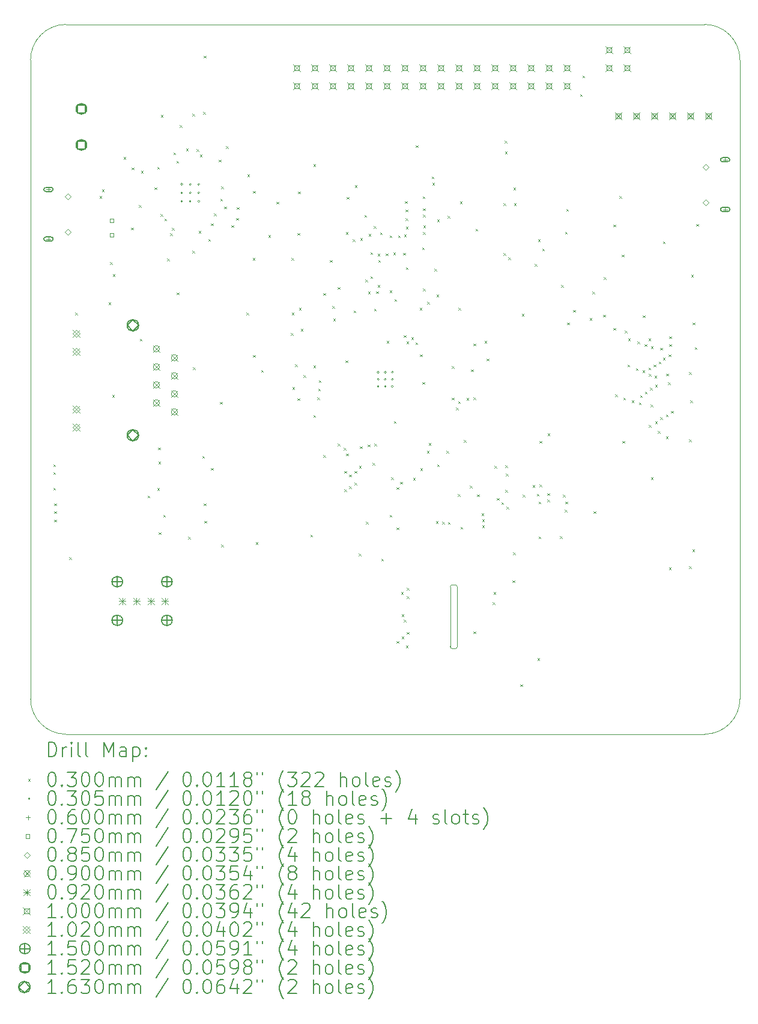
<source format=gbr>
%TF.GenerationSoftware,KiCad,Pcbnew,(6.0.8)*%
%TF.CreationDate,2024-01-04T13:58:09-05:00*%
%TF.ProjectId,lb_mp1,6c625f6d-7031-42e6-9b69-6361645f7063,rev?*%
%TF.SameCoordinates,Original*%
%TF.FileFunction,Drillmap*%
%TF.FilePolarity,Positive*%
%FSLAX45Y45*%
G04 Gerber Fmt 4.5, Leading zero omitted, Abs format (unit mm)*
G04 Created by KiCad (PCBNEW (6.0.8)) date 2024-01-04 13:58:09*
%MOMM*%
%LPD*%
G01*
G04 APERTURE LIST*
%ADD10C,0.100000*%
%ADD11C,0.200000*%
%ADD12C,0.030000*%
%ADD13C,0.030480*%
%ADD14C,0.060000*%
%ADD15C,0.075000*%
%ADD16C,0.085000*%
%ADD17C,0.090000*%
%ADD18C,0.092000*%
%ADD19C,0.102000*%
%ADD20C,0.150000*%
%ADD21C,0.152000*%
%ADD22C,0.163000*%
G04 APERTURE END LIST*
D10*
X9944000Y-14166000D02*
G75*
G03*
X10444000Y-14666000I500000J0D01*
G01*
X15890000Y-12560000D02*
G75*
G03*
X15860000Y-12590000I0J-30000D01*
G01*
X15890000Y-12560000D02*
X15930000Y-12560000D01*
X15860000Y-12590000D02*
X15860000Y-13430000D01*
X19444000Y-4666000D02*
X10444000Y-4666000D01*
X19944000Y-5166000D02*
G75*
G03*
X19444000Y-4666000I-500000J0D01*
G01*
X19444000Y-14666000D02*
G75*
G03*
X19944000Y-14166000I0J500000D01*
G01*
X15930000Y-13460000D02*
G75*
G03*
X15960000Y-13430000I0J30000D01*
G01*
X19944000Y-14166000D02*
X19944000Y-5166000D01*
X15960000Y-12590000D02*
G75*
G03*
X15930000Y-12560000I-30000J0D01*
G01*
X10444000Y-14666000D02*
X19444000Y-14666000D01*
X15860000Y-13430000D02*
G75*
G03*
X15890000Y-13460000I30000J0D01*
G01*
X15890000Y-13460000D02*
X15930000Y-13460000D01*
X10444000Y-4666000D02*
G75*
G03*
X9944000Y-5166000I0J-500000D01*
G01*
X9944000Y-5166000D02*
X9944000Y-14166000D01*
X15960000Y-13430000D02*
X15960000Y-12590000D01*
D11*
D12*
X10265000Y-10865000D02*
X10295000Y-10895000D01*
X10295000Y-10865000D02*
X10265000Y-10895000D01*
X10265000Y-10975000D02*
X10295000Y-11005000D01*
X10295000Y-10975000D02*
X10265000Y-11005000D01*
X10265000Y-11195000D02*
X10295000Y-11225000D01*
X10295000Y-11195000D02*
X10265000Y-11225000D01*
X10275000Y-11415000D02*
X10305000Y-11445000D01*
X10305000Y-11415000D02*
X10275000Y-11445000D01*
X10275000Y-11525000D02*
X10305000Y-11555000D01*
X10305000Y-11525000D02*
X10275000Y-11555000D01*
X10275000Y-11645000D02*
X10305000Y-11675000D01*
X10305000Y-11645000D02*
X10275000Y-11675000D01*
X10488000Y-12172000D02*
X10518000Y-12202000D01*
X10518000Y-12172000D02*
X10488000Y-12202000D01*
X10574000Y-8727000D02*
X10604000Y-8757000D01*
X10604000Y-8727000D02*
X10574000Y-8757000D01*
X10915000Y-7085000D02*
X10945000Y-7115000D01*
X10945000Y-7085000D02*
X10915000Y-7115000D01*
X10950000Y-6990000D02*
X10980000Y-7020000D01*
X10980000Y-6990000D02*
X10950000Y-7020000D01*
X11045000Y-8585000D02*
X11075000Y-8615000D01*
X11075000Y-8585000D02*
X11045000Y-8615000D01*
X11065000Y-8015000D02*
X11095000Y-8045000D01*
X11095000Y-8015000D02*
X11065000Y-8045000D01*
X11095000Y-9885000D02*
X11125000Y-9915000D01*
X11125000Y-9885000D02*
X11095000Y-9915000D01*
X11101000Y-8184000D02*
X11131000Y-8214000D01*
X11131000Y-8184000D02*
X11101000Y-8214000D01*
X11255000Y-6535000D02*
X11285000Y-6565000D01*
X11285000Y-6535000D02*
X11255000Y-6565000D01*
X11360000Y-7530000D02*
X11390000Y-7560000D01*
X11390000Y-7530000D02*
X11360000Y-7560000D01*
X11369000Y-6683000D02*
X11399000Y-6713000D01*
X11399000Y-6683000D02*
X11369000Y-6713000D01*
X11473000Y-7209000D02*
X11503000Y-7239000D01*
X11503000Y-7209000D02*
X11473000Y-7239000D01*
X11485000Y-9095000D02*
X11515000Y-9125000D01*
X11515000Y-9095000D02*
X11485000Y-9125000D01*
X11499446Y-6730169D02*
X11529446Y-6760169D01*
X11529446Y-6730169D02*
X11499446Y-6760169D01*
X11595000Y-11305000D02*
X11625000Y-11335000D01*
X11625000Y-11305000D02*
X11595000Y-11335000D01*
X11689000Y-6960000D02*
X11719000Y-6990000D01*
X11719000Y-6960000D02*
X11689000Y-6990000D01*
X11728500Y-11198500D02*
X11758500Y-11228500D01*
X11758500Y-11198500D02*
X11728500Y-11228500D01*
X11731000Y-6673000D02*
X11761000Y-6703000D01*
X11761000Y-6673000D02*
X11731000Y-6703000D01*
X11744000Y-10626000D02*
X11774000Y-10656000D01*
X11774000Y-10626000D02*
X11744000Y-10656000D01*
X11745000Y-10825000D02*
X11775000Y-10855000D01*
X11775000Y-10825000D02*
X11745000Y-10855000D01*
X11752000Y-11822000D02*
X11782000Y-11852000D01*
X11782000Y-11822000D02*
X11752000Y-11852000D01*
X11774000Y-7337000D02*
X11804000Y-7367000D01*
X11804000Y-7337000D02*
X11774000Y-7367000D01*
X11779000Y-5941000D02*
X11809000Y-5971000D01*
X11809000Y-5941000D02*
X11779000Y-5971000D01*
X11815000Y-11575000D02*
X11845000Y-11605000D01*
X11845000Y-11575000D02*
X11815000Y-11605000D01*
X11829000Y-7401000D02*
X11859000Y-7431000D01*
X11859000Y-7401000D02*
X11829000Y-7431000D01*
X11869000Y-7967000D02*
X11899000Y-7997000D01*
X11899000Y-7967000D02*
X11869000Y-7997000D01*
X11911000Y-7611000D02*
X11941000Y-7641000D01*
X11941000Y-7611000D02*
X11911000Y-7641000D01*
X11937000Y-7535000D02*
X11967000Y-7565000D01*
X11967000Y-7535000D02*
X11937000Y-7565000D01*
X11959000Y-6471000D02*
X11989000Y-6501000D01*
X11989000Y-6471000D02*
X11959000Y-6501000D01*
X11999000Y-6588000D02*
X12029000Y-6618000D01*
X12029000Y-6588000D02*
X11999000Y-6618000D01*
X12005000Y-8445000D02*
X12035000Y-8475000D01*
X12035000Y-8445000D02*
X12005000Y-8475000D01*
X12045000Y-6085000D02*
X12075000Y-6115000D01*
X12075000Y-6085000D02*
X12045000Y-6115000D01*
X12135000Y-6415000D02*
X12165000Y-6445000D01*
X12165000Y-6415000D02*
X12135000Y-6445000D01*
X12165000Y-11885000D02*
X12195000Y-11915000D01*
X12195000Y-11885000D02*
X12165000Y-11915000D01*
X12225000Y-5925000D02*
X12255000Y-5955000D01*
X12255000Y-5925000D02*
X12225000Y-5955000D01*
X12225000Y-7855000D02*
X12255000Y-7885000D01*
X12255000Y-7855000D02*
X12225000Y-7885000D01*
X12235000Y-9495000D02*
X12265000Y-9525000D01*
X12265000Y-9495000D02*
X12235000Y-9525000D01*
X12285000Y-6425000D02*
X12315000Y-6455000D01*
X12315000Y-6425000D02*
X12285000Y-6455000D01*
X12315000Y-7575000D02*
X12345000Y-7605000D01*
X12345000Y-7575000D02*
X12315000Y-7605000D01*
X12332017Y-6501374D02*
X12362017Y-6531374D01*
X12362017Y-6501374D02*
X12332017Y-6531374D01*
X12365000Y-10745000D02*
X12395000Y-10775000D01*
X12395000Y-10745000D02*
X12365000Y-10775000D01*
X12379000Y-5901000D02*
X12409000Y-5931000D01*
X12409000Y-5901000D02*
X12379000Y-5931000D01*
X12385000Y-5108000D02*
X12415000Y-5138000D01*
X12415000Y-5108000D02*
X12385000Y-5138000D01*
X12385000Y-11415000D02*
X12415000Y-11445000D01*
X12415000Y-11415000D02*
X12385000Y-11445000D01*
X12393000Y-11661000D02*
X12423000Y-11691000D01*
X12423000Y-11661000D02*
X12393000Y-11691000D01*
X12449000Y-7691000D02*
X12479000Y-7721000D01*
X12479000Y-7691000D02*
X12449000Y-7721000D01*
X12485000Y-10915000D02*
X12515000Y-10945000D01*
X12515000Y-10915000D02*
X12485000Y-10945000D01*
X12489000Y-7471000D02*
X12519000Y-7501000D01*
X12519000Y-7471000D02*
X12489000Y-7501000D01*
X12529000Y-7331000D02*
X12559000Y-7361000D01*
X12559000Y-7331000D02*
X12529000Y-7361000D01*
X12599000Y-6571000D02*
X12629000Y-6601000D01*
X12629000Y-6571000D02*
X12599000Y-6601000D01*
X12615000Y-9985000D02*
X12645000Y-10015000D01*
X12645000Y-9985000D02*
X12615000Y-10015000D01*
X12619000Y-7123000D02*
X12649000Y-7153000D01*
X12649000Y-7123000D02*
X12619000Y-7153000D01*
X12631000Y-11995000D02*
X12661000Y-12025000D01*
X12661000Y-11995000D02*
X12631000Y-12025000D01*
X12633000Y-6950000D02*
X12663000Y-6980000D01*
X12663000Y-6950000D02*
X12633000Y-6980000D01*
X12674000Y-7232000D02*
X12704000Y-7262000D01*
X12704000Y-7232000D02*
X12674000Y-7262000D01*
X12699000Y-6381000D02*
X12729000Y-6411000D01*
X12729000Y-6381000D02*
X12699000Y-6411000D01*
X12775000Y-7495000D02*
X12805000Y-7525000D01*
X12805000Y-7495000D02*
X12775000Y-7525000D01*
X12842000Y-7395000D02*
X12872000Y-7425000D01*
X12872000Y-7395000D02*
X12842000Y-7425000D01*
X12849000Y-7241000D02*
X12879000Y-7271000D01*
X12879000Y-7241000D02*
X12849000Y-7271000D01*
X12985000Y-8725000D02*
X13015000Y-8755000D01*
X13015000Y-8725000D02*
X12985000Y-8755000D01*
X12999000Y-6778000D02*
X13029000Y-6808000D01*
X13029000Y-6778000D02*
X12999000Y-6808000D01*
X13075000Y-7955000D02*
X13105000Y-7985000D01*
X13105000Y-7955000D02*
X13075000Y-7985000D01*
X13080000Y-7013000D02*
X13110000Y-7043000D01*
X13110000Y-7013000D02*
X13080000Y-7043000D01*
X13080000Y-9324000D02*
X13110000Y-9354000D01*
X13110000Y-9324000D02*
X13080000Y-9354000D01*
X13118000Y-11961000D02*
X13148000Y-11991000D01*
X13148000Y-11961000D02*
X13118000Y-11991000D01*
X13195000Y-9535000D02*
X13225000Y-9565000D01*
X13225000Y-9535000D02*
X13195000Y-9565000D01*
X13295000Y-7635000D02*
X13325000Y-7665000D01*
X13325000Y-7635000D02*
X13295000Y-7665000D01*
X13409500Y-7164500D02*
X13439500Y-7194500D01*
X13439500Y-7164500D02*
X13409500Y-7194500D01*
X13615000Y-9015000D02*
X13645000Y-9045000D01*
X13645000Y-9015000D02*
X13615000Y-9045000D01*
X13620000Y-7955000D02*
X13650000Y-7985000D01*
X13650000Y-7955000D02*
X13620000Y-7985000D01*
X13625000Y-8725000D02*
X13655000Y-8755000D01*
X13655000Y-8725000D02*
X13625000Y-8755000D01*
X13635000Y-9775000D02*
X13665000Y-9805000D01*
X13665000Y-9775000D02*
X13635000Y-9805000D01*
X13671000Y-9455000D02*
X13701000Y-9485000D01*
X13701000Y-9455000D02*
X13671000Y-9485000D01*
X13705000Y-7605000D02*
X13735000Y-7635000D01*
X13735000Y-7605000D02*
X13705000Y-7635000D01*
X13705000Y-9935000D02*
X13735000Y-9965000D01*
X13735000Y-9935000D02*
X13705000Y-9965000D01*
X13715000Y-7020000D02*
X13745000Y-7050000D01*
X13745000Y-7020000D02*
X13715000Y-7050000D01*
X13727758Y-8656841D02*
X13757758Y-8686841D01*
X13757758Y-8656841D02*
X13727758Y-8686841D01*
X13753000Y-8955000D02*
X13783000Y-8985000D01*
X13783000Y-8955000D02*
X13753000Y-8985000D01*
X13791000Y-9606000D02*
X13821000Y-9636000D01*
X13821000Y-9606000D02*
X13791000Y-9636000D01*
X13890000Y-11854000D02*
X13920000Y-11884000D01*
X13920000Y-11854000D02*
X13890000Y-11884000D01*
X13929000Y-10171000D02*
X13959000Y-10201000D01*
X13959000Y-10171000D02*
X13929000Y-10201000D01*
X13932000Y-6635000D02*
X13962000Y-6665000D01*
X13962000Y-6635000D02*
X13932000Y-6665000D01*
X13932000Y-9470000D02*
X13962000Y-9500000D01*
X13962000Y-9470000D02*
X13932000Y-9500000D01*
X13987000Y-9921000D02*
X14017000Y-9951000D01*
X14017000Y-9921000D02*
X13987000Y-9951000D01*
X14000000Y-9798000D02*
X14030000Y-9828000D01*
X14030000Y-9798000D02*
X14000000Y-9828000D01*
X14005000Y-9681000D02*
X14035000Y-9711000D01*
X14035000Y-9681000D02*
X14005000Y-9711000D01*
X14070322Y-8453442D02*
X14100322Y-8483442D01*
X14100322Y-8453442D02*
X14070322Y-8483442D01*
X14072000Y-10733000D02*
X14102000Y-10763000D01*
X14102000Y-10733000D02*
X14072000Y-10763000D01*
X14165000Y-7985000D02*
X14195000Y-8015000D01*
X14195000Y-7985000D02*
X14165000Y-8015000D01*
X14195000Y-8635000D02*
X14225000Y-8665000D01*
X14225000Y-8635000D02*
X14195000Y-8665000D01*
X14209500Y-8810500D02*
X14239500Y-8840500D01*
X14239500Y-8810500D02*
X14209500Y-8840500D01*
X14272000Y-10571000D02*
X14302000Y-10601000D01*
X14302000Y-10571000D02*
X14272000Y-10601000D01*
X14275397Y-8368349D02*
X14305397Y-8398349D01*
X14305397Y-8368349D02*
X14275397Y-8398349D01*
X14357000Y-10634000D02*
X14387000Y-10664000D01*
X14387000Y-10634000D02*
X14357000Y-10664000D01*
X14365000Y-10959000D02*
X14395000Y-10989000D01*
X14395000Y-10959000D02*
X14365000Y-10989000D01*
X14366000Y-11214000D02*
X14396000Y-11244000D01*
X14396000Y-11214000D02*
X14366000Y-11244000D01*
X14385000Y-9398000D02*
X14415000Y-9428000D01*
X14415000Y-9398000D02*
X14385000Y-9428000D01*
X14386000Y-7590000D02*
X14416000Y-7620000D01*
X14416000Y-7590000D02*
X14386000Y-7620000D01*
X14391000Y-10713000D02*
X14421000Y-10743000D01*
X14421000Y-10713000D02*
X14391000Y-10743000D01*
X14401000Y-7095000D02*
X14431000Y-7125000D01*
X14431000Y-7095000D02*
X14401000Y-7125000D01*
X14435000Y-11172000D02*
X14465000Y-11202000D01*
X14465000Y-11172000D02*
X14435000Y-11202000D01*
X14436000Y-11009000D02*
X14466000Y-11039000D01*
X14466000Y-11009000D02*
X14436000Y-11039000D01*
X14485000Y-7694000D02*
X14515000Y-7724000D01*
X14515000Y-7694000D02*
X14485000Y-7724000D01*
X14498000Y-8698000D02*
X14528000Y-8728000D01*
X14528000Y-8698000D02*
X14498000Y-8728000D01*
X14510000Y-10956000D02*
X14540000Y-10986000D01*
X14540000Y-10956000D02*
X14510000Y-10986000D01*
X14510000Y-11124000D02*
X14540000Y-11154000D01*
X14540000Y-11124000D02*
X14510000Y-11154000D01*
X14515000Y-6933000D02*
X14545000Y-6963000D01*
X14545000Y-6933000D02*
X14515000Y-6963000D01*
X14570000Y-12120000D02*
X14600000Y-12150000D01*
X14600000Y-12120000D02*
X14570000Y-12150000D01*
X14575000Y-10885000D02*
X14605000Y-10915000D01*
X14605000Y-10885000D02*
X14575000Y-10915000D01*
X14589000Y-10609000D02*
X14619000Y-10639000D01*
X14619000Y-10609000D02*
X14589000Y-10639000D01*
X14591000Y-7679000D02*
X14621000Y-7709000D01*
X14621000Y-7679000D02*
X14591000Y-7709000D01*
X14652000Y-7349000D02*
X14682000Y-7379000D01*
X14682000Y-7349000D02*
X14652000Y-7379000D01*
X14662000Y-8262000D02*
X14692000Y-8292000D01*
X14692000Y-8262000D02*
X14662000Y-8292000D01*
X14672000Y-11672000D02*
X14702000Y-11702000D01*
X14702000Y-11672000D02*
X14672000Y-11702000D01*
X14695000Y-10585000D02*
X14725000Y-10615000D01*
X14725000Y-10585000D02*
X14695000Y-10615000D01*
X14702000Y-8431000D02*
X14732000Y-8461000D01*
X14732000Y-8431000D02*
X14702000Y-8461000D01*
X14709000Y-7618000D02*
X14739000Y-7648000D01*
X14739000Y-7618000D02*
X14709000Y-7648000D01*
X14733000Y-7877000D02*
X14763000Y-7907000D01*
X14763000Y-7877000D02*
X14733000Y-7907000D01*
X14735000Y-8215000D02*
X14765000Y-8245000D01*
X14765000Y-8215000D02*
X14735000Y-8245000D01*
X14765000Y-10845000D02*
X14795000Y-10875000D01*
X14795000Y-10845000D02*
X14765000Y-10875000D01*
X14781000Y-7509000D02*
X14811000Y-7539000D01*
X14811000Y-7509000D02*
X14781000Y-7539000D01*
X14784000Y-8671000D02*
X14814000Y-8701000D01*
X14814000Y-8671000D02*
X14784000Y-8701000D01*
X14790000Y-10573000D02*
X14820000Y-10603000D01*
X14820000Y-10573000D02*
X14790000Y-10603000D01*
X14815000Y-8425000D02*
X14845000Y-8455000D01*
X14845000Y-8425000D02*
X14815000Y-8455000D01*
X14836000Y-7899000D02*
X14866000Y-7929000D01*
X14866000Y-7899000D02*
X14836000Y-7929000D01*
X14836000Y-8339000D02*
X14866000Y-8369000D01*
X14866000Y-8339000D02*
X14836000Y-8369000D01*
X14845799Y-7985839D02*
X14875799Y-8015839D01*
X14875799Y-7985839D02*
X14845799Y-8015839D01*
X14872000Y-7597000D02*
X14902000Y-7627000D01*
X14902000Y-7597000D02*
X14872000Y-7627000D01*
X14888000Y-12194000D02*
X14918000Y-12224000D01*
X14918000Y-12194000D02*
X14888000Y-12224000D01*
X14953000Y-7891000D02*
X14983000Y-7921000D01*
X14983000Y-7891000D02*
X14953000Y-7921000D01*
X14965000Y-9125000D02*
X14995000Y-9155000D01*
X14995000Y-9125000D02*
X14965000Y-9155000D01*
X15005000Y-7640000D02*
X15035000Y-7670000D01*
X15035000Y-7640000D02*
X15005000Y-7670000D01*
X15005000Y-8415000D02*
X15035000Y-8445000D01*
X15035000Y-8415000D02*
X15005000Y-8445000D01*
X15005000Y-11577000D02*
X15035000Y-11607000D01*
X15035000Y-11577000D02*
X15005000Y-11607000D01*
X15025000Y-11045000D02*
X15055000Y-11075000D01*
X15055000Y-11045000D02*
X15025000Y-11075000D01*
X15056000Y-7879000D02*
X15086000Y-7909000D01*
X15086000Y-7879000D02*
X15056000Y-7909000D01*
X15065000Y-10255000D02*
X15095000Y-10285000D01*
X15095000Y-10255000D02*
X15065000Y-10285000D01*
X15075000Y-8535000D02*
X15105000Y-8565000D01*
X15105000Y-8535000D02*
X15075000Y-8565000D01*
X15103000Y-13352000D02*
X15133000Y-13382000D01*
X15133000Y-13352000D02*
X15103000Y-13382000D01*
X15105000Y-11185000D02*
X15135000Y-11215000D01*
X15135000Y-11185000D02*
X15105000Y-11215000D01*
X15105000Y-11752000D02*
X15135000Y-11782000D01*
X15135000Y-11752000D02*
X15105000Y-11782000D01*
X15124000Y-7640000D02*
X15154000Y-7670000D01*
X15154000Y-7640000D02*
X15124000Y-7670000D01*
X15151821Y-11111717D02*
X15181821Y-11141717D01*
X15181821Y-11111717D02*
X15151821Y-11141717D01*
X15165000Y-12665000D02*
X15195000Y-12695000D01*
X15195000Y-12665000D02*
X15165000Y-12695000D01*
X15174500Y-12978500D02*
X15204500Y-13008500D01*
X15204500Y-12978500D02*
X15174500Y-13008500D01*
X15176001Y-13290698D02*
X15206001Y-13320698D01*
X15206001Y-13290698D02*
X15176001Y-13320698D01*
X15195000Y-7885000D02*
X15225000Y-7915000D01*
X15225000Y-7885000D02*
X15195000Y-7915000D01*
X15205000Y-9045000D02*
X15235000Y-9075000D01*
X15235000Y-9045000D02*
X15205000Y-9075000D01*
X15207000Y-13055000D02*
X15237000Y-13085000D01*
X15237000Y-13055000D02*
X15207000Y-13085000D01*
X15210000Y-7627000D02*
X15240000Y-7657000D01*
X15240000Y-7627000D02*
X15210000Y-7657000D01*
X15223000Y-7156000D02*
X15253000Y-7186000D01*
X15253000Y-7156000D02*
X15223000Y-7186000D01*
X15228000Y-7397000D02*
X15258000Y-7427000D01*
X15258000Y-7397000D02*
X15228000Y-7427000D01*
X15229000Y-7274000D02*
X15259000Y-7304000D01*
X15259000Y-7274000D02*
X15229000Y-7304000D01*
X15233000Y-7514000D02*
X15263000Y-7544000D01*
X15263000Y-7514000D02*
X15233000Y-7544000D01*
X15235000Y-8086000D02*
X15265000Y-8116000D01*
X15265000Y-8086000D02*
X15235000Y-8116000D01*
X15235000Y-13415000D02*
X15265000Y-13445000D01*
X15265000Y-13415000D02*
X15235000Y-13445000D01*
X15242175Y-9134574D02*
X15272175Y-9164574D01*
X15272175Y-9134574D02*
X15242175Y-9164574D01*
X15245000Y-12605000D02*
X15275000Y-12635000D01*
X15275000Y-12605000D02*
X15245000Y-12635000D01*
X15245000Y-12725000D02*
X15275000Y-12755000D01*
X15275000Y-12725000D02*
X15245000Y-12755000D01*
X15247000Y-13225000D02*
X15277000Y-13255000D01*
X15277000Y-13225000D02*
X15247000Y-13255000D01*
X15309000Y-9073000D02*
X15339000Y-9103000D01*
X15339000Y-9073000D02*
X15309000Y-9103000D01*
X15335000Y-11055000D02*
X15365000Y-11085000D01*
X15365000Y-11055000D02*
X15335000Y-11085000D01*
X15368000Y-9146000D02*
X15398000Y-9176000D01*
X15398000Y-9146000D02*
X15368000Y-9176000D01*
X15373000Y-6367000D02*
X15403000Y-6397000D01*
X15403000Y-6367000D02*
X15373000Y-6397000D01*
X15429000Y-8661000D02*
X15459000Y-8691000D01*
X15459000Y-8661000D02*
X15429000Y-8691000D01*
X15435000Y-9315000D02*
X15465000Y-9345000D01*
X15465000Y-9315000D02*
X15435000Y-9345000D01*
X15439000Y-10921000D02*
X15469000Y-10951000D01*
X15469000Y-10921000D02*
X15439000Y-10951000D01*
X15462000Y-7809000D02*
X15492000Y-7839000D01*
X15492000Y-7809000D02*
X15462000Y-7839000D01*
X15465000Y-9705000D02*
X15495000Y-9735000D01*
X15495000Y-9705000D02*
X15465000Y-9735000D01*
X15470000Y-7087000D02*
X15500000Y-7117000D01*
X15500000Y-7087000D02*
X15470000Y-7117000D01*
X15475000Y-7348000D02*
X15505000Y-7378000D01*
X15505000Y-7348000D02*
X15475000Y-7378000D01*
X15475000Y-8386000D02*
X15505000Y-8416000D01*
X15505000Y-8386000D02*
X15475000Y-8416000D01*
X15477000Y-7259000D02*
X15507000Y-7289000D01*
X15507000Y-7259000D02*
X15477000Y-7289000D01*
X15478000Y-7594000D02*
X15508000Y-7624000D01*
X15508000Y-7594000D02*
X15478000Y-7624000D01*
X15481000Y-7501000D02*
X15511000Y-7531000D01*
X15511000Y-7501000D02*
X15481000Y-7531000D01*
X15529000Y-10672000D02*
X15559000Y-10702000D01*
X15559000Y-10672000D02*
X15529000Y-10702000D01*
X15535000Y-8575000D02*
X15565000Y-8605000D01*
X15565000Y-8575000D02*
X15535000Y-8605000D01*
X15557000Y-10566000D02*
X15587000Y-10596000D01*
X15587000Y-10566000D02*
X15557000Y-10596000D01*
X15600360Y-6809977D02*
X15630360Y-6839977D01*
X15630360Y-6809977D02*
X15600360Y-6839977D01*
X15608000Y-6900000D02*
X15638000Y-6930000D01*
X15638000Y-6900000D02*
X15608000Y-6930000D01*
X15636000Y-8107000D02*
X15666000Y-8137000D01*
X15666000Y-8107000D02*
X15636000Y-8137000D01*
X15658000Y-11663000D02*
X15688000Y-11693000D01*
X15688000Y-11663000D02*
X15658000Y-11693000D01*
X15668000Y-8472000D02*
X15698000Y-8502000D01*
X15698000Y-8472000D02*
X15668000Y-8502000D01*
X15674000Y-7415000D02*
X15704000Y-7445000D01*
X15704000Y-7415000D02*
X15674000Y-7445000D01*
X15675000Y-10865000D02*
X15705000Y-10895000D01*
X15705000Y-10865000D02*
X15675000Y-10895000D01*
X15747000Y-11671000D02*
X15777000Y-11701000D01*
X15777000Y-11671000D02*
X15747000Y-11701000D01*
X15805000Y-10675000D02*
X15835000Y-10705000D01*
X15835000Y-10675000D02*
X15805000Y-10705000D01*
X15825000Y-7365000D02*
X15855000Y-7395000D01*
X15855000Y-7365000D02*
X15825000Y-7395000D01*
X15827000Y-11677000D02*
X15857000Y-11707000D01*
X15857000Y-11677000D02*
X15827000Y-11707000D01*
X15882000Y-9481000D02*
X15912000Y-9511000D01*
X15912000Y-9481000D02*
X15882000Y-9511000D01*
X15882440Y-9923635D02*
X15912440Y-9953635D01*
X15912440Y-9923635D02*
X15882440Y-9953635D01*
X15942000Y-10064000D02*
X15972000Y-10094000D01*
X15972000Y-10064000D02*
X15942000Y-10094000D01*
X15965000Y-11285000D02*
X15995000Y-11315000D01*
X15995000Y-11285000D02*
X15965000Y-11315000D01*
X15970000Y-9975000D02*
X16000000Y-10005000D01*
X16000000Y-9975000D02*
X15970000Y-10005000D01*
X15977000Y-8660000D02*
X16007000Y-8690000D01*
X16007000Y-8660000D02*
X15977000Y-8690000D01*
X15996000Y-7159000D02*
X16026000Y-7189000D01*
X16026000Y-7159000D02*
X15996000Y-7189000D01*
X16004000Y-11747000D02*
X16034000Y-11777000D01*
X16034000Y-11747000D02*
X16004000Y-11777000D01*
X16050000Y-10521000D02*
X16080000Y-10551000D01*
X16080000Y-10521000D02*
X16050000Y-10551000D01*
X16089000Y-9931000D02*
X16119000Y-9961000D01*
X16119000Y-9931000D02*
X16089000Y-9961000D01*
X16135000Y-11165000D02*
X16165000Y-11195000D01*
X16165000Y-11165000D02*
X16135000Y-11195000D01*
X16155000Y-9525000D02*
X16185000Y-9555000D01*
X16185000Y-9525000D02*
X16155000Y-9555000D01*
X16186000Y-13220000D02*
X16216000Y-13250000D01*
X16216000Y-13220000D02*
X16186000Y-13250000D01*
X16189000Y-9161000D02*
X16219000Y-9191000D01*
X16219000Y-9161000D02*
X16189000Y-9191000D01*
X16189000Y-9921000D02*
X16219000Y-9951000D01*
X16219000Y-9921000D02*
X16189000Y-9951000D01*
X16215000Y-7545000D02*
X16245000Y-7575000D01*
X16245000Y-7545000D02*
X16215000Y-7575000D01*
X16237000Y-11288000D02*
X16267000Y-11318000D01*
X16267000Y-11288000D02*
X16237000Y-11318000D01*
X16302000Y-11556000D02*
X16332000Y-11586000D01*
X16332000Y-11556000D02*
X16302000Y-11586000D01*
X16308000Y-11639000D02*
X16338000Y-11669000D01*
X16338000Y-11639000D02*
X16308000Y-11669000D01*
X16308000Y-11723000D02*
X16338000Y-11753000D01*
X16338000Y-11723000D02*
X16308000Y-11753000D01*
X16345000Y-9125000D02*
X16375000Y-9155000D01*
X16375000Y-9125000D02*
X16345000Y-9155000D01*
X16375000Y-9375000D02*
X16405000Y-9405000D01*
X16405000Y-9375000D02*
X16375000Y-9405000D01*
X16456000Y-12807000D02*
X16486000Y-12837000D01*
X16486000Y-12807000D02*
X16456000Y-12837000D01*
X16471000Y-12664000D02*
X16501000Y-12694000D01*
X16501000Y-12664000D02*
X16471000Y-12694000D01*
X16485000Y-10885000D02*
X16515000Y-10915000D01*
X16515000Y-10885000D02*
X16485000Y-10915000D01*
X16516000Y-11338000D02*
X16546000Y-11368000D01*
X16546000Y-11338000D02*
X16516000Y-11368000D01*
X16579283Y-11399726D02*
X16609283Y-11429726D01*
X16609283Y-11399726D02*
X16579283Y-11429726D01*
X16609000Y-7185000D02*
X16639000Y-7215000D01*
X16639000Y-7185000D02*
X16609000Y-7215000D01*
X16611000Y-7889000D02*
X16641000Y-7919000D01*
X16641000Y-7889000D02*
X16611000Y-7919000D01*
X16625000Y-6305000D02*
X16655000Y-6335000D01*
X16655000Y-6305000D02*
X16625000Y-6335000D01*
X16630000Y-6458000D02*
X16660000Y-6488000D01*
X16660000Y-6458000D02*
X16630000Y-6488000D01*
X16635000Y-10875000D02*
X16665000Y-10905000D01*
X16665000Y-10875000D02*
X16635000Y-10905000D01*
X16635000Y-11225000D02*
X16665000Y-11255000D01*
X16665000Y-11225000D02*
X16635000Y-11255000D01*
X16645000Y-10995000D02*
X16675000Y-11025000D01*
X16675000Y-10995000D02*
X16645000Y-11025000D01*
X16651000Y-11460000D02*
X16681000Y-11490000D01*
X16681000Y-11460000D02*
X16651000Y-11490000D01*
X16679000Y-7949000D02*
X16709000Y-7979000D01*
X16709000Y-7949000D02*
X16679000Y-7979000D01*
X16735000Y-12499000D02*
X16765000Y-12529000D01*
X16765000Y-12499000D02*
X16735000Y-12529000D01*
X16745000Y-12104000D02*
X16775000Y-12134000D01*
X16775000Y-12104000D02*
X16745000Y-12134000D01*
X16750000Y-6966000D02*
X16780000Y-6996000D01*
X16780000Y-6966000D02*
X16750000Y-6996000D01*
X16759000Y-7187000D02*
X16789000Y-7217000D01*
X16789000Y-7187000D02*
X16759000Y-7217000D01*
X16847000Y-13962500D02*
X16877000Y-13992500D01*
X16877000Y-13962500D02*
X16847000Y-13992500D01*
X16870000Y-8743000D02*
X16900000Y-8773000D01*
X16900000Y-8743000D02*
X16870000Y-8773000D01*
X16880000Y-11291000D02*
X16910000Y-11321000D01*
X16910000Y-11291000D02*
X16880000Y-11321000D01*
X17022000Y-11157000D02*
X17052000Y-11187000D01*
X17052000Y-11157000D02*
X17022000Y-11187000D01*
X17049000Y-8041000D02*
X17079000Y-8071000D01*
X17079000Y-8041000D02*
X17049000Y-8071000D01*
X17078666Y-11280919D02*
X17108666Y-11310919D01*
X17108666Y-11280919D02*
X17078666Y-11310919D01*
X17090000Y-13595500D02*
X17120000Y-13625500D01*
X17120000Y-13595500D02*
X17090000Y-13625500D01*
X17099000Y-7692000D02*
X17129000Y-7722000D01*
X17129000Y-7692000D02*
X17099000Y-7722000D01*
X17104000Y-11391000D02*
X17134000Y-11421000D01*
X17134000Y-11391000D02*
X17104000Y-11421000D01*
X17105000Y-11879000D02*
X17135000Y-11909000D01*
X17135000Y-11879000D02*
X17105000Y-11909000D01*
X17119000Y-10536000D02*
X17149000Y-10566000D01*
X17149000Y-10536000D02*
X17119000Y-10566000D01*
X17119000Y-11149000D02*
X17149000Y-11179000D01*
X17149000Y-11149000D02*
X17119000Y-11179000D01*
X17155000Y-7825000D02*
X17185000Y-7855000D01*
X17185000Y-7825000D02*
X17155000Y-7855000D01*
X17229000Y-11271000D02*
X17259000Y-11301000D01*
X17259000Y-11271000D02*
X17229000Y-11301000D01*
X17229000Y-11361000D02*
X17259000Y-11391000D01*
X17259000Y-11361000D02*
X17229000Y-11391000D01*
X17231000Y-10427000D02*
X17261000Y-10457000D01*
X17261000Y-10427000D02*
X17231000Y-10457000D01*
X17404000Y-11876000D02*
X17434000Y-11906000D01*
X17434000Y-11876000D02*
X17404000Y-11906000D01*
X17425000Y-8335000D02*
X17455000Y-8365000D01*
X17455000Y-8335000D02*
X17425000Y-8365000D01*
X17447000Y-11291000D02*
X17477000Y-11321000D01*
X17477000Y-11291000D02*
X17447000Y-11321000D01*
X17473000Y-11505000D02*
X17503000Y-11535000D01*
X17503000Y-11505000D02*
X17473000Y-11535000D01*
X17480000Y-7588000D02*
X17510000Y-7618000D01*
X17510000Y-7588000D02*
X17480000Y-7618000D01*
X17484000Y-11390000D02*
X17514000Y-11420000D01*
X17514000Y-11390000D02*
X17484000Y-11420000D01*
X17495000Y-7267000D02*
X17525000Y-7297000D01*
X17525000Y-7267000D02*
X17495000Y-7297000D01*
X17508000Y-8868000D02*
X17538000Y-8898000D01*
X17538000Y-8868000D02*
X17508000Y-8898000D01*
X17591000Y-8687000D02*
X17621000Y-8717000D01*
X17621000Y-8687000D02*
X17591000Y-8717000D01*
X17688800Y-5649200D02*
X17718800Y-5679200D01*
X17718800Y-5649200D02*
X17688800Y-5679200D01*
X17723000Y-5387000D02*
X17753000Y-5417000D01*
X17753000Y-5387000D02*
X17723000Y-5417000D01*
X17825000Y-8805000D02*
X17855000Y-8835000D01*
X17855000Y-8805000D02*
X17825000Y-8835000D01*
X17865000Y-8429000D02*
X17895000Y-8459000D01*
X17895000Y-8429000D02*
X17865000Y-8459000D01*
X17878000Y-11526000D02*
X17908000Y-11556000D01*
X17908000Y-11526000D02*
X17878000Y-11556000D01*
X18015000Y-8755000D02*
X18045000Y-8785000D01*
X18045000Y-8755000D02*
X18015000Y-8785000D01*
X18025000Y-8225000D02*
X18055000Y-8255000D01*
X18055000Y-8225000D02*
X18025000Y-8255000D01*
X18159000Y-8941000D02*
X18189000Y-8971000D01*
X18189000Y-8941000D02*
X18159000Y-8971000D01*
X18159250Y-7486000D02*
X18189250Y-7516000D01*
X18189250Y-7486000D02*
X18159250Y-7516000D01*
X18184000Y-9877000D02*
X18214000Y-9907000D01*
X18214000Y-9877000D02*
X18184000Y-9907000D01*
X18244000Y-7084000D02*
X18274000Y-7114000D01*
X18274000Y-7084000D02*
X18244000Y-7114000D01*
X18279000Y-7911000D02*
X18309000Y-7941000D01*
X18309000Y-7911000D02*
X18279000Y-7941000D01*
X18285000Y-10535000D02*
X18315000Y-10565000D01*
X18315000Y-10535000D02*
X18285000Y-10565000D01*
X18300000Y-9924000D02*
X18330000Y-9954000D01*
X18330000Y-9924000D02*
X18300000Y-9954000D01*
X18319000Y-8981000D02*
X18349000Y-9011000D01*
X18349000Y-8981000D02*
X18319000Y-9011000D01*
X18359000Y-9461000D02*
X18389000Y-9491000D01*
X18389000Y-9461000D02*
X18359000Y-9491000D01*
X18369000Y-9091000D02*
X18399000Y-9121000D01*
X18399000Y-9091000D02*
X18369000Y-9121000D01*
X18419000Y-9961000D02*
X18449000Y-9991000D01*
X18449000Y-9961000D02*
X18419000Y-9991000D01*
X18479000Y-9511000D02*
X18509000Y-9541000D01*
X18509000Y-9511000D02*
X18479000Y-9541000D01*
X18499000Y-9131000D02*
X18529000Y-9161000D01*
X18529000Y-9131000D02*
X18499000Y-9161000D01*
X18519000Y-9991000D02*
X18549000Y-10021000D01*
X18549000Y-9991000D02*
X18519000Y-10021000D01*
X18537000Y-9889000D02*
X18567000Y-9919000D01*
X18567000Y-9889000D02*
X18537000Y-9919000D01*
X18569000Y-9541000D02*
X18599000Y-9571000D01*
X18599000Y-9541000D02*
X18569000Y-9571000D01*
X18575000Y-8765000D02*
X18605000Y-8795000D01*
X18605000Y-8765000D02*
X18575000Y-8795000D01*
X18599000Y-9171000D02*
X18629000Y-9201000D01*
X18629000Y-9171000D02*
X18599000Y-9201000D01*
X18604000Y-9840000D02*
X18634000Y-9870000D01*
X18634000Y-9840000D02*
X18604000Y-9870000D01*
X18654000Y-9092000D02*
X18684000Y-9122000D01*
X18684000Y-9092000D02*
X18654000Y-9122000D01*
X18655010Y-9503284D02*
X18685010Y-9533284D01*
X18685010Y-9503284D02*
X18655010Y-9533284D01*
X18659000Y-9591000D02*
X18689000Y-9621000D01*
X18689000Y-9591000D02*
X18659000Y-9621000D01*
X18659000Y-10311000D02*
X18689000Y-10341000D01*
X18689000Y-10311000D02*
X18659000Y-10341000D01*
X18676000Y-9783000D02*
X18706000Y-9813000D01*
X18706000Y-9783000D02*
X18676000Y-9813000D01*
X18683000Y-10020000D02*
X18713000Y-10050000D01*
X18713000Y-10020000D02*
X18683000Y-10050000D01*
X18689000Y-9201000D02*
X18719000Y-9231000D01*
X18719000Y-9201000D02*
X18689000Y-9231000D01*
X18690000Y-11045000D02*
X18720000Y-11075000D01*
X18720000Y-11045000D02*
X18690000Y-11075000D01*
X18729000Y-9461000D02*
X18759000Y-9491000D01*
X18759000Y-9461000D02*
X18729000Y-9491000D01*
X18739639Y-9613470D02*
X18769639Y-9643470D01*
X18769639Y-9613470D02*
X18739639Y-9643470D01*
X18747000Y-9741000D02*
X18777000Y-9771000D01*
X18777000Y-9741000D02*
X18747000Y-9771000D01*
X18749000Y-10261000D02*
X18779000Y-10291000D01*
X18779000Y-10261000D02*
X18749000Y-10291000D01*
X18785000Y-10395000D02*
X18815000Y-10425000D01*
X18815000Y-10395000D02*
X18785000Y-10425000D01*
X18798000Y-9416000D02*
X18828000Y-9446000D01*
X18828000Y-9416000D02*
X18798000Y-9446000D01*
X18819000Y-9221000D02*
X18849000Y-9251000D01*
X18849000Y-9221000D02*
X18819000Y-9251000D01*
X18819000Y-10201000D02*
X18849000Y-10231000D01*
X18849000Y-10201000D02*
X18819000Y-10231000D01*
X18859000Y-7723500D02*
X18889000Y-7753500D01*
X18889000Y-7723500D02*
X18859000Y-7753500D01*
X18859000Y-9361000D02*
X18889000Y-9391000D01*
X18889000Y-9361000D02*
X18859000Y-9391000D01*
X18899000Y-10161000D02*
X18929000Y-10191000D01*
X18929000Y-10161000D02*
X18899000Y-10191000D01*
X18900500Y-10471000D02*
X18930500Y-10501000D01*
X18930500Y-10471000D02*
X18900500Y-10501000D01*
X18905000Y-9585000D02*
X18935000Y-9615000D01*
X18935000Y-9585000D02*
X18905000Y-9615000D01*
X18929000Y-9711000D02*
X18959000Y-9741000D01*
X18959000Y-9711000D02*
X18929000Y-9741000D01*
X18938294Y-9313526D02*
X18968294Y-9343526D01*
X18968294Y-9313526D02*
X18938294Y-9343526D01*
X18942000Y-12316000D02*
X18972000Y-12346000D01*
X18972000Y-12316000D02*
X18942000Y-12346000D01*
X18949000Y-9061000D02*
X18979000Y-9091000D01*
X18979000Y-9061000D02*
X18949000Y-9091000D01*
X18949000Y-9171000D02*
X18979000Y-9201000D01*
X18979000Y-9171000D02*
X18949000Y-9201000D01*
X18971063Y-10111363D02*
X19001063Y-10141363D01*
X19001063Y-10111363D02*
X18971063Y-10141363D01*
X19225000Y-9565000D02*
X19255000Y-9595000D01*
X19255000Y-9565000D02*
X19225000Y-9595000D01*
X19225000Y-10515000D02*
X19255000Y-10545000D01*
X19255000Y-10515000D02*
X19225000Y-10545000D01*
X19227000Y-12299000D02*
X19257000Y-12329000D01*
X19257000Y-12299000D02*
X19227000Y-12329000D01*
X19245000Y-9965000D02*
X19275000Y-9995000D01*
X19275000Y-9965000D02*
X19245000Y-9995000D01*
X19255000Y-8192000D02*
X19285000Y-8222000D01*
X19285000Y-8192000D02*
X19255000Y-8222000D01*
X19272000Y-12062000D02*
X19302000Y-12092000D01*
X19302000Y-12062000D02*
X19272000Y-12092000D01*
X19275000Y-8865000D02*
X19305000Y-8895000D01*
X19305000Y-8865000D02*
X19275000Y-8895000D01*
X19305000Y-9215000D02*
X19335000Y-9245000D01*
X19335000Y-9215000D02*
X19305000Y-9245000D01*
X19329000Y-7479000D02*
X19359000Y-7509000D01*
X19359000Y-7479000D02*
X19329000Y-7509000D01*
D13*
X12089240Y-6919000D02*
G75*
G03*
X12089240Y-6919000I-15240J0D01*
G01*
X12089240Y-7039000D02*
G75*
G03*
X12089240Y-7039000I-15240J0D01*
G01*
X12089240Y-7159000D02*
G75*
G03*
X12089240Y-7159000I-15240J0D01*
G01*
X12209240Y-6919000D02*
G75*
G03*
X12209240Y-6919000I-15240J0D01*
G01*
X12209240Y-7039000D02*
G75*
G03*
X12209240Y-7039000I-15240J0D01*
G01*
X12209240Y-7159000D02*
G75*
G03*
X12209240Y-7159000I-15240J0D01*
G01*
X12329240Y-6919000D02*
G75*
G03*
X12329240Y-6919000I-15240J0D01*
G01*
X12329240Y-7039000D02*
G75*
G03*
X12329240Y-7039000I-15240J0D01*
G01*
X12329240Y-7159000D02*
G75*
G03*
X12329240Y-7159000I-15240J0D01*
G01*
X14859240Y-9566000D02*
G75*
G03*
X14859240Y-9566000I-15240J0D01*
G01*
X14859240Y-9666000D02*
G75*
G03*
X14859240Y-9666000I-15240J0D01*
G01*
X14859240Y-9766000D02*
G75*
G03*
X14859240Y-9766000I-15240J0D01*
G01*
X14959240Y-9566000D02*
G75*
G03*
X14959240Y-9566000I-15240J0D01*
G01*
X14959240Y-9666000D02*
G75*
G03*
X14959240Y-9666000I-15240J0D01*
G01*
X14959240Y-9766000D02*
G75*
G03*
X14959240Y-9766000I-15240J0D01*
G01*
X15059240Y-9566000D02*
G75*
G03*
X15059240Y-9566000I-15240J0D01*
G01*
X15059240Y-9666000D02*
G75*
G03*
X15059240Y-9666000I-15240J0D01*
G01*
X15059240Y-9766000D02*
G75*
G03*
X15059240Y-9766000I-15240J0D01*
G01*
D14*
X10196250Y-6960000D02*
X10196250Y-7020000D01*
X10166250Y-6990000D02*
X10226250Y-6990000D01*
D11*
X10161250Y-7020000D02*
X10231250Y-7020000D01*
X10161250Y-6960000D02*
X10231250Y-6960000D01*
X10231250Y-7020000D02*
G75*
G03*
X10231250Y-6960000I0J30000D01*
G01*
X10161250Y-6960000D02*
G75*
G03*
X10161250Y-7020000I0J-30000D01*
G01*
D14*
X10196250Y-7660000D02*
X10196250Y-7720000D01*
X10166250Y-7690000D02*
X10226250Y-7690000D01*
D11*
X10231250Y-7660000D02*
X10161250Y-7660000D01*
X10231250Y-7720000D02*
X10161250Y-7720000D01*
X10161250Y-7660000D02*
G75*
G03*
X10161250Y-7720000I0J-30000D01*
G01*
X10231250Y-7720000D02*
G75*
G03*
X10231250Y-7660000I0J30000D01*
G01*
D14*
X19734750Y-6543000D02*
X19734750Y-6603000D01*
X19704750Y-6573000D02*
X19764750Y-6573000D01*
D11*
X19699750Y-6603000D02*
X19769750Y-6603000D01*
X19699750Y-6543000D02*
X19769750Y-6543000D01*
X19769750Y-6603000D02*
G75*
G03*
X19769750Y-6543000I0J30000D01*
G01*
X19699750Y-6543000D02*
G75*
G03*
X19699750Y-6603000I0J-30000D01*
G01*
D14*
X19734750Y-7243000D02*
X19734750Y-7303000D01*
X19704750Y-7273000D02*
X19764750Y-7273000D01*
D11*
X19769750Y-7243000D02*
X19699750Y-7243000D01*
X19769750Y-7303000D02*
X19699750Y-7303000D01*
X19699750Y-7243000D02*
G75*
G03*
X19699750Y-7303000I0J-30000D01*
G01*
X19769750Y-7303000D02*
G75*
G03*
X19769750Y-7243000I0J30000D01*
G01*
D15*
X11111517Y-7456517D02*
X11111517Y-7403483D01*
X11058483Y-7403483D01*
X11058483Y-7456517D01*
X11111517Y-7456517D01*
X11111517Y-7656517D02*
X11111517Y-7603483D01*
X11058483Y-7603483D01*
X11058483Y-7656517D01*
X11111517Y-7656517D01*
D16*
X10466250Y-7132500D02*
X10508750Y-7090000D01*
X10466250Y-7047500D01*
X10423750Y-7090000D01*
X10466250Y-7132500D01*
X10466250Y-7632500D02*
X10508750Y-7590000D01*
X10466250Y-7547500D01*
X10423750Y-7590000D01*
X10466250Y-7632500D01*
X19464750Y-6715500D02*
X19507250Y-6673000D01*
X19464750Y-6630500D01*
X19422250Y-6673000D01*
X19464750Y-6715500D01*
X19464750Y-7215500D02*
X19507250Y-7173000D01*
X19464750Y-7130500D01*
X19422250Y-7173000D01*
X19464750Y-7215500D01*
D17*
X11672250Y-9191000D02*
X11762250Y-9281000D01*
X11762250Y-9191000D02*
X11672250Y-9281000D01*
X11762250Y-9236000D02*
G75*
G03*
X11762250Y-9236000I-45000J0D01*
G01*
X11672250Y-9445000D02*
X11762250Y-9535000D01*
X11762250Y-9445000D02*
X11672250Y-9535000D01*
X11762250Y-9490000D02*
G75*
G03*
X11762250Y-9490000I-45000J0D01*
G01*
X11672250Y-9699000D02*
X11762250Y-9789000D01*
X11762250Y-9699000D02*
X11672250Y-9789000D01*
X11762250Y-9744000D02*
G75*
G03*
X11762250Y-9744000I-45000J0D01*
G01*
X11672250Y-9953000D02*
X11762250Y-10043000D01*
X11762250Y-9953000D02*
X11672250Y-10043000D01*
X11762250Y-9998000D02*
G75*
G03*
X11762250Y-9998000I-45000J0D01*
G01*
X11926250Y-9317000D02*
X12016250Y-9407000D01*
X12016250Y-9317000D02*
X11926250Y-9407000D01*
X12016250Y-9362000D02*
G75*
G03*
X12016250Y-9362000I-45000J0D01*
G01*
X11926250Y-9571000D02*
X12016250Y-9661000D01*
X12016250Y-9571000D02*
X11926250Y-9661000D01*
X12016250Y-9616000D02*
G75*
G03*
X12016250Y-9616000I-45000J0D01*
G01*
X11926250Y-9825000D02*
X12016250Y-9915000D01*
X12016250Y-9825000D02*
X11926250Y-9915000D01*
X12016250Y-9870000D02*
G75*
G03*
X12016250Y-9870000I-45000J0D01*
G01*
X11926250Y-10079000D02*
X12016250Y-10169000D01*
X12016250Y-10079000D02*
X11926250Y-10169000D01*
X12016250Y-10124000D02*
G75*
G03*
X12016250Y-10124000I-45000J0D01*
G01*
D18*
X11193000Y-12744000D02*
X11285000Y-12836000D01*
X11285000Y-12744000D02*
X11193000Y-12836000D01*
X11239000Y-12744000D02*
X11239000Y-12836000D01*
X11193000Y-12790000D02*
X11285000Y-12790000D01*
X11393000Y-12744000D02*
X11485000Y-12836000D01*
X11485000Y-12744000D02*
X11393000Y-12836000D01*
X11439000Y-12744000D02*
X11439000Y-12836000D01*
X11393000Y-12790000D02*
X11485000Y-12790000D01*
X11593000Y-12744000D02*
X11685000Y-12836000D01*
X11685000Y-12744000D02*
X11593000Y-12836000D01*
X11639000Y-12744000D02*
X11639000Y-12836000D01*
X11593000Y-12790000D02*
X11685000Y-12790000D01*
X11793000Y-12744000D02*
X11885000Y-12836000D01*
X11885000Y-12744000D02*
X11793000Y-12836000D01*
X11839000Y-12744000D02*
X11839000Y-12836000D01*
X11793000Y-12790000D02*
X11885000Y-12790000D01*
D10*
X13646000Y-5230500D02*
X13746000Y-5330500D01*
X13746000Y-5230500D02*
X13646000Y-5330500D01*
X13731356Y-5315856D02*
X13731356Y-5245144D01*
X13660644Y-5245144D01*
X13660644Y-5315856D01*
X13731356Y-5315856D01*
X13646000Y-5484500D02*
X13746000Y-5584500D01*
X13746000Y-5484500D02*
X13646000Y-5584500D01*
X13731356Y-5569856D02*
X13731356Y-5499144D01*
X13660644Y-5499144D01*
X13660644Y-5569856D01*
X13731356Y-5569856D01*
X13900000Y-5230500D02*
X14000000Y-5330500D01*
X14000000Y-5230500D02*
X13900000Y-5330500D01*
X13985356Y-5315856D02*
X13985356Y-5245144D01*
X13914644Y-5245144D01*
X13914644Y-5315856D01*
X13985356Y-5315856D01*
X13900000Y-5484500D02*
X14000000Y-5584500D01*
X14000000Y-5484500D02*
X13900000Y-5584500D01*
X13985356Y-5569856D02*
X13985356Y-5499144D01*
X13914644Y-5499144D01*
X13914644Y-5569856D01*
X13985356Y-5569856D01*
X14154000Y-5230500D02*
X14254000Y-5330500D01*
X14254000Y-5230500D02*
X14154000Y-5330500D01*
X14239356Y-5315856D02*
X14239356Y-5245144D01*
X14168644Y-5245144D01*
X14168644Y-5315856D01*
X14239356Y-5315856D01*
X14154000Y-5484500D02*
X14254000Y-5584500D01*
X14254000Y-5484500D02*
X14154000Y-5584500D01*
X14239356Y-5569856D02*
X14239356Y-5499144D01*
X14168644Y-5499144D01*
X14168644Y-5569856D01*
X14239356Y-5569856D01*
X14408000Y-5230500D02*
X14508000Y-5330500D01*
X14508000Y-5230500D02*
X14408000Y-5330500D01*
X14493356Y-5315856D02*
X14493356Y-5245144D01*
X14422644Y-5245144D01*
X14422644Y-5315856D01*
X14493356Y-5315856D01*
X14408000Y-5484500D02*
X14508000Y-5584500D01*
X14508000Y-5484500D02*
X14408000Y-5584500D01*
X14493356Y-5569856D02*
X14493356Y-5499144D01*
X14422644Y-5499144D01*
X14422644Y-5569856D01*
X14493356Y-5569856D01*
X14662000Y-5230500D02*
X14762000Y-5330500D01*
X14762000Y-5230500D02*
X14662000Y-5330500D01*
X14747356Y-5315856D02*
X14747356Y-5245144D01*
X14676644Y-5245144D01*
X14676644Y-5315856D01*
X14747356Y-5315856D01*
X14662000Y-5484500D02*
X14762000Y-5584500D01*
X14762000Y-5484500D02*
X14662000Y-5584500D01*
X14747356Y-5569856D02*
X14747356Y-5499144D01*
X14676644Y-5499144D01*
X14676644Y-5569856D01*
X14747356Y-5569856D01*
X14916000Y-5230500D02*
X15016000Y-5330500D01*
X15016000Y-5230500D02*
X14916000Y-5330500D01*
X15001356Y-5315856D02*
X15001356Y-5245144D01*
X14930644Y-5245144D01*
X14930644Y-5315856D01*
X15001356Y-5315856D01*
X14916000Y-5484500D02*
X15016000Y-5584500D01*
X15016000Y-5484500D02*
X14916000Y-5584500D01*
X15001356Y-5569856D02*
X15001356Y-5499144D01*
X14930644Y-5499144D01*
X14930644Y-5569856D01*
X15001356Y-5569856D01*
X15170000Y-5230500D02*
X15270000Y-5330500D01*
X15270000Y-5230500D02*
X15170000Y-5330500D01*
X15255356Y-5315856D02*
X15255356Y-5245144D01*
X15184644Y-5245144D01*
X15184644Y-5315856D01*
X15255356Y-5315856D01*
X15170000Y-5484500D02*
X15270000Y-5584500D01*
X15270000Y-5484500D02*
X15170000Y-5584500D01*
X15255356Y-5569856D02*
X15255356Y-5499144D01*
X15184644Y-5499144D01*
X15184644Y-5569856D01*
X15255356Y-5569856D01*
X15424000Y-5230500D02*
X15524000Y-5330500D01*
X15524000Y-5230500D02*
X15424000Y-5330500D01*
X15509356Y-5315856D02*
X15509356Y-5245144D01*
X15438644Y-5245144D01*
X15438644Y-5315856D01*
X15509356Y-5315856D01*
X15424000Y-5484500D02*
X15524000Y-5584500D01*
X15524000Y-5484500D02*
X15424000Y-5584500D01*
X15509356Y-5569856D02*
X15509356Y-5499144D01*
X15438644Y-5499144D01*
X15438644Y-5569856D01*
X15509356Y-5569856D01*
X15678000Y-5230500D02*
X15778000Y-5330500D01*
X15778000Y-5230500D02*
X15678000Y-5330500D01*
X15763356Y-5315856D02*
X15763356Y-5245144D01*
X15692644Y-5245144D01*
X15692644Y-5315856D01*
X15763356Y-5315856D01*
X15678000Y-5484500D02*
X15778000Y-5584500D01*
X15778000Y-5484500D02*
X15678000Y-5584500D01*
X15763356Y-5569856D02*
X15763356Y-5499144D01*
X15692644Y-5499144D01*
X15692644Y-5569856D01*
X15763356Y-5569856D01*
X15932000Y-5230500D02*
X16032000Y-5330500D01*
X16032000Y-5230500D02*
X15932000Y-5330500D01*
X16017356Y-5315856D02*
X16017356Y-5245144D01*
X15946644Y-5245144D01*
X15946644Y-5315856D01*
X16017356Y-5315856D01*
X15932000Y-5484500D02*
X16032000Y-5584500D01*
X16032000Y-5484500D02*
X15932000Y-5584500D01*
X16017356Y-5569856D02*
X16017356Y-5499144D01*
X15946644Y-5499144D01*
X15946644Y-5569856D01*
X16017356Y-5569856D01*
X16186000Y-5230500D02*
X16286000Y-5330500D01*
X16286000Y-5230500D02*
X16186000Y-5330500D01*
X16271356Y-5315856D02*
X16271356Y-5245144D01*
X16200644Y-5245144D01*
X16200644Y-5315856D01*
X16271356Y-5315856D01*
X16186000Y-5484500D02*
X16286000Y-5584500D01*
X16286000Y-5484500D02*
X16186000Y-5584500D01*
X16271356Y-5569856D02*
X16271356Y-5499144D01*
X16200644Y-5499144D01*
X16200644Y-5569856D01*
X16271356Y-5569856D01*
X16440000Y-5230500D02*
X16540000Y-5330500D01*
X16540000Y-5230500D02*
X16440000Y-5330500D01*
X16525356Y-5315856D02*
X16525356Y-5245144D01*
X16454644Y-5245144D01*
X16454644Y-5315856D01*
X16525356Y-5315856D01*
X16440000Y-5484500D02*
X16540000Y-5584500D01*
X16540000Y-5484500D02*
X16440000Y-5584500D01*
X16525356Y-5569856D02*
X16525356Y-5499144D01*
X16454644Y-5499144D01*
X16454644Y-5569856D01*
X16525356Y-5569856D01*
X16694000Y-5230500D02*
X16794000Y-5330500D01*
X16794000Y-5230500D02*
X16694000Y-5330500D01*
X16779356Y-5315856D02*
X16779356Y-5245144D01*
X16708644Y-5245144D01*
X16708644Y-5315856D01*
X16779356Y-5315856D01*
X16694000Y-5484500D02*
X16794000Y-5584500D01*
X16794000Y-5484500D02*
X16694000Y-5584500D01*
X16779356Y-5569856D02*
X16779356Y-5499144D01*
X16708644Y-5499144D01*
X16708644Y-5569856D01*
X16779356Y-5569856D01*
X16948000Y-5230500D02*
X17048000Y-5330500D01*
X17048000Y-5230500D02*
X16948000Y-5330500D01*
X17033356Y-5315856D02*
X17033356Y-5245144D01*
X16962644Y-5245144D01*
X16962644Y-5315856D01*
X17033356Y-5315856D01*
X16948000Y-5484500D02*
X17048000Y-5584500D01*
X17048000Y-5484500D02*
X16948000Y-5584500D01*
X17033356Y-5569856D02*
X17033356Y-5499144D01*
X16962644Y-5499144D01*
X16962644Y-5569856D01*
X17033356Y-5569856D01*
X17202000Y-5230500D02*
X17302000Y-5330500D01*
X17302000Y-5230500D02*
X17202000Y-5330500D01*
X17287356Y-5315856D02*
X17287356Y-5245144D01*
X17216644Y-5245144D01*
X17216644Y-5315856D01*
X17287356Y-5315856D01*
X17202000Y-5484500D02*
X17302000Y-5584500D01*
X17302000Y-5484500D02*
X17202000Y-5584500D01*
X17287356Y-5569856D02*
X17287356Y-5499144D01*
X17216644Y-5499144D01*
X17216644Y-5569856D01*
X17287356Y-5569856D01*
X17456000Y-5230500D02*
X17556000Y-5330500D01*
X17556000Y-5230500D02*
X17456000Y-5330500D01*
X17541356Y-5315856D02*
X17541356Y-5245144D01*
X17470644Y-5245144D01*
X17470644Y-5315856D01*
X17541356Y-5315856D01*
X17456000Y-5484500D02*
X17556000Y-5584500D01*
X17556000Y-5484500D02*
X17456000Y-5584500D01*
X17541356Y-5569856D02*
X17541356Y-5499144D01*
X17470644Y-5499144D01*
X17470644Y-5569856D01*
X17541356Y-5569856D01*
X18049250Y-4974750D02*
X18149250Y-5074750D01*
X18149250Y-4974750D02*
X18049250Y-5074750D01*
X18134606Y-5060106D02*
X18134606Y-4989394D01*
X18063894Y-4989394D01*
X18063894Y-5060106D01*
X18134606Y-5060106D01*
X18049250Y-5228750D02*
X18149250Y-5328750D01*
X18149250Y-5228750D02*
X18049250Y-5328750D01*
X18134606Y-5314106D02*
X18134606Y-5243394D01*
X18063894Y-5243394D01*
X18063894Y-5314106D01*
X18134606Y-5314106D01*
X18179000Y-5905000D02*
X18279000Y-6005000D01*
X18279000Y-5905000D02*
X18179000Y-6005000D01*
X18264356Y-5990356D02*
X18264356Y-5919644D01*
X18193644Y-5919644D01*
X18193644Y-5990356D01*
X18264356Y-5990356D01*
X18303250Y-4974750D02*
X18403250Y-5074750D01*
X18403250Y-4974750D02*
X18303250Y-5074750D01*
X18388606Y-5060106D02*
X18388606Y-4989394D01*
X18317894Y-4989394D01*
X18317894Y-5060106D01*
X18388606Y-5060106D01*
X18303250Y-5228750D02*
X18403250Y-5328750D01*
X18403250Y-5228750D02*
X18303250Y-5328750D01*
X18388606Y-5314106D02*
X18388606Y-5243394D01*
X18317894Y-5243394D01*
X18317894Y-5314106D01*
X18388606Y-5314106D01*
X18433000Y-5905000D02*
X18533000Y-6005000D01*
X18533000Y-5905000D02*
X18433000Y-6005000D01*
X18518356Y-5990356D02*
X18518356Y-5919644D01*
X18447644Y-5919644D01*
X18447644Y-5990356D01*
X18518356Y-5990356D01*
X18687000Y-5905000D02*
X18787000Y-6005000D01*
X18787000Y-5905000D02*
X18687000Y-6005000D01*
X18772356Y-5990356D02*
X18772356Y-5919644D01*
X18701644Y-5919644D01*
X18701644Y-5990356D01*
X18772356Y-5990356D01*
X18941000Y-5905000D02*
X19041000Y-6005000D01*
X19041000Y-5905000D02*
X18941000Y-6005000D01*
X19026356Y-5990356D02*
X19026356Y-5919644D01*
X18955644Y-5919644D01*
X18955644Y-5990356D01*
X19026356Y-5990356D01*
X19195000Y-5905000D02*
X19295000Y-6005000D01*
X19295000Y-5905000D02*
X19195000Y-6005000D01*
X19280356Y-5990356D02*
X19280356Y-5919644D01*
X19209644Y-5919644D01*
X19209644Y-5990356D01*
X19280356Y-5990356D01*
X19449000Y-5905000D02*
X19549000Y-6005000D01*
X19549000Y-5905000D02*
X19449000Y-6005000D01*
X19534356Y-5990356D02*
X19534356Y-5919644D01*
X19463644Y-5919644D01*
X19463644Y-5990356D01*
X19534356Y-5990356D01*
D19*
X10540250Y-8966500D02*
X10642250Y-9068500D01*
X10642250Y-8966500D02*
X10540250Y-9068500D01*
X10591250Y-9068500D02*
X10642250Y-9017500D01*
X10591250Y-8966500D01*
X10540250Y-9017500D01*
X10591250Y-9068500D01*
X10540250Y-9220500D02*
X10642250Y-9322500D01*
X10642250Y-9220500D02*
X10540250Y-9322500D01*
X10591250Y-9322500D02*
X10642250Y-9271500D01*
X10591250Y-9220500D01*
X10540250Y-9271500D01*
X10591250Y-9322500D01*
X10540250Y-10037500D02*
X10642250Y-10139500D01*
X10642250Y-10037500D02*
X10540250Y-10139500D01*
X10591250Y-10139500D02*
X10642250Y-10088500D01*
X10591250Y-10037500D01*
X10540250Y-10088500D01*
X10591250Y-10139500D01*
X10540250Y-10291500D02*
X10642250Y-10393500D01*
X10642250Y-10291500D02*
X10540250Y-10393500D01*
X10591250Y-10393500D02*
X10642250Y-10342500D01*
X10591250Y-10291500D01*
X10540250Y-10342500D01*
X10591250Y-10393500D01*
D20*
X11166000Y-12443000D02*
X11166000Y-12593000D01*
X11091000Y-12518000D02*
X11241000Y-12518000D01*
X11241000Y-12518000D02*
G75*
G03*
X11241000Y-12518000I-75000J0D01*
G01*
X11166000Y-12987000D02*
X11166000Y-13137000D01*
X11091000Y-13062000D02*
X11241000Y-13062000D01*
X11241000Y-13062000D02*
G75*
G03*
X11241000Y-13062000I-75000J0D01*
G01*
X11866000Y-12443000D02*
X11866000Y-12593000D01*
X11791000Y-12518000D02*
X11941000Y-12518000D01*
X11941000Y-12518000D02*
G75*
G03*
X11941000Y-12518000I-75000J0D01*
G01*
X11866000Y-12987000D02*
X11866000Y-13137000D01*
X11791000Y-13062000D02*
X11941000Y-13062000D01*
X11941000Y-13062000D02*
G75*
G03*
X11941000Y-13062000I-75000J0D01*
G01*
D21*
X10713741Y-5909741D02*
X10713741Y-5802259D01*
X10606259Y-5802259D01*
X10606259Y-5909741D01*
X10713741Y-5909741D01*
X10736000Y-5856000D02*
G75*
G03*
X10736000Y-5856000I-76000J0D01*
G01*
X10713741Y-6417741D02*
X10713741Y-6310259D01*
X10606259Y-6310259D01*
X10606259Y-6417741D01*
X10713741Y-6417741D01*
X10736000Y-6364000D02*
G75*
G03*
X10736000Y-6364000I-76000J0D01*
G01*
D22*
X11386250Y-8987000D02*
X11467750Y-8905500D01*
X11386250Y-8824000D01*
X11304750Y-8905500D01*
X11386250Y-8987000D01*
X11467750Y-8905500D02*
G75*
G03*
X11467750Y-8905500I-81500J0D01*
G01*
X11386250Y-10536000D02*
X11467750Y-10454500D01*
X11386250Y-10373000D01*
X11304750Y-10454500D01*
X11386250Y-10536000D01*
X11467750Y-10454500D02*
G75*
G03*
X11467750Y-10454500I-81500J0D01*
G01*
D11*
X10196619Y-14981476D02*
X10196619Y-14781476D01*
X10244238Y-14781476D01*
X10272810Y-14791000D01*
X10291857Y-14810048D01*
X10301381Y-14829095D01*
X10310905Y-14867190D01*
X10310905Y-14895762D01*
X10301381Y-14933857D01*
X10291857Y-14952905D01*
X10272810Y-14971952D01*
X10244238Y-14981476D01*
X10196619Y-14981476D01*
X10396619Y-14981476D02*
X10396619Y-14848143D01*
X10396619Y-14886238D02*
X10406143Y-14867190D01*
X10415667Y-14857667D01*
X10434714Y-14848143D01*
X10453762Y-14848143D01*
X10520429Y-14981476D02*
X10520429Y-14848143D01*
X10520429Y-14781476D02*
X10510905Y-14791000D01*
X10520429Y-14800524D01*
X10529952Y-14791000D01*
X10520429Y-14781476D01*
X10520429Y-14800524D01*
X10644238Y-14981476D02*
X10625190Y-14971952D01*
X10615667Y-14952905D01*
X10615667Y-14781476D01*
X10749000Y-14981476D02*
X10729952Y-14971952D01*
X10720429Y-14952905D01*
X10720429Y-14781476D01*
X10977571Y-14981476D02*
X10977571Y-14781476D01*
X11044238Y-14924333D01*
X11110905Y-14781476D01*
X11110905Y-14981476D01*
X11291857Y-14981476D02*
X11291857Y-14876714D01*
X11282333Y-14857667D01*
X11263286Y-14848143D01*
X11225190Y-14848143D01*
X11206143Y-14857667D01*
X11291857Y-14971952D02*
X11272809Y-14981476D01*
X11225190Y-14981476D01*
X11206143Y-14971952D01*
X11196619Y-14952905D01*
X11196619Y-14933857D01*
X11206143Y-14914809D01*
X11225190Y-14905286D01*
X11272809Y-14905286D01*
X11291857Y-14895762D01*
X11387095Y-14848143D02*
X11387095Y-15048143D01*
X11387095Y-14857667D02*
X11406143Y-14848143D01*
X11444238Y-14848143D01*
X11463286Y-14857667D01*
X11472809Y-14867190D01*
X11482333Y-14886238D01*
X11482333Y-14943381D01*
X11472809Y-14962428D01*
X11463286Y-14971952D01*
X11444238Y-14981476D01*
X11406143Y-14981476D01*
X11387095Y-14971952D01*
X11568048Y-14962428D02*
X11577571Y-14971952D01*
X11568048Y-14981476D01*
X11558524Y-14971952D01*
X11568048Y-14962428D01*
X11568048Y-14981476D01*
X11568048Y-14857667D02*
X11577571Y-14867190D01*
X11568048Y-14876714D01*
X11558524Y-14867190D01*
X11568048Y-14857667D01*
X11568048Y-14876714D01*
D12*
X9909000Y-15296000D02*
X9939000Y-15326000D01*
X9939000Y-15296000D02*
X9909000Y-15326000D01*
D11*
X10234714Y-15201476D02*
X10253762Y-15201476D01*
X10272810Y-15211000D01*
X10282333Y-15220524D01*
X10291857Y-15239571D01*
X10301381Y-15277667D01*
X10301381Y-15325286D01*
X10291857Y-15363381D01*
X10282333Y-15382428D01*
X10272810Y-15391952D01*
X10253762Y-15401476D01*
X10234714Y-15401476D01*
X10215667Y-15391952D01*
X10206143Y-15382428D01*
X10196619Y-15363381D01*
X10187095Y-15325286D01*
X10187095Y-15277667D01*
X10196619Y-15239571D01*
X10206143Y-15220524D01*
X10215667Y-15211000D01*
X10234714Y-15201476D01*
X10387095Y-15382428D02*
X10396619Y-15391952D01*
X10387095Y-15401476D01*
X10377571Y-15391952D01*
X10387095Y-15382428D01*
X10387095Y-15401476D01*
X10463286Y-15201476D02*
X10587095Y-15201476D01*
X10520429Y-15277667D01*
X10549000Y-15277667D01*
X10568048Y-15287190D01*
X10577571Y-15296714D01*
X10587095Y-15315762D01*
X10587095Y-15363381D01*
X10577571Y-15382428D01*
X10568048Y-15391952D01*
X10549000Y-15401476D01*
X10491857Y-15401476D01*
X10472810Y-15391952D01*
X10463286Y-15382428D01*
X10710905Y-15201476D02*
X10729952Y-15201476D01*
X10749000Y-15211000D01*
X10758524Y-15220524D01*
X10768048Y-15239571D01*
X10777571Y-15277667D01*
X10777571Y-15325286D01*
X10768048Y-15363381D01*
X10758524Y-15382428D01*
X10749000Y-15391952D01*
X10729952Y-15401476D01*
X10710905Y-15401476D01*
X10691857Y-15391952D01*
X10682333Y-15382428D01*
X10672810Y-15363381D01*
X10663286Y-15325286D01*
X10663286Y-15277667D01*
X10672810Y-15239571D01*
X10682333Y-15220524D01*
X10691857Y-15211000D01*
X10710905Y-15201476D01*
X10901381Y-15201476D02*
X10920429Y-15201476D01*
X10939476Y-15211000D01*
X10949000Y-15220524D01*
X10958524Y-15239571D01*
X10968048Y-15277667D01*
X10968048Y-15325286D01*
X10958524Y-15363381D01*
X10949000Y-15382428D01*
X10939476Y-15391952D01*
X10920429Y-15401476D01*
X10901381Y-15401476D01*
X10882333Y-15391952D01*
X10872810Y-15382428D01*
X10863286Y-15363381D01*
X10853762Y-15325286D01*
X10853762Y-15277667D01*
X10863286Y-15239571D01*
X10872810Y-15220524D01*
X10882333Y-15211000D01*
X10901381Y-15201476D01*
X11053762Y-15401476D02*
X11053762Y-15268143D01*
X11053762Y-15287190D02*
X11063286Y-15277667D01*
X11082333Y-15268143D01*
X11110905Y-15268143D01*
X11129952Y-15277667D01*
X11139476Y-15296714D01*
X11139476Y-15401476D01*
X11139476Y-15296714D02*
X11149000Y-15277667D01*
X11168048Y-15268143D01*
X11196619Y-15268143D01*
X11215667Y-15277667D01*
X11225190Y-15296714D01*
X11225190Y-15401476D01*
X11320428Y-15401476D02*
X11320428Y-15268143D01*
X11320428Y-15287190D02*
X11329952Y-15277667D01*
X11349000Y-15268143D01*
X11377571Y-15268143D01*
X11396619Y-15277667D01*
X11406143Y-15296714D01*
X11406143Y-15401476D01*
X11406143Y-15296714D02*
X11415667Y-15277667D01*
X11434714Y-15268143D01*
X11463286Y-15268143D01*
X11482333Y-15277667D01*
X11491857Y-15296714D01*
X11491857Y-15401476D01*
X11882333Y-15191952D02*
X11710905Y-15449095D01*
X12139476Y-15201476D02*
X12158524Y-15201476D01*
X12177571Y-15211000D01*
X12187095Y-15220524D01*
X12196619Y-15239571D01*
X12206143Y-15277667D01*
X12206143Y-15325286D01*
X12196619Y-15363381D01*
X12187095Y-15382428D01*
X12177571Y-15391952D01*
X12158524Y-15401476D01*
X12139476Y-15401476D01*
X12120428Y-15391952D01*
X12110905Y-15382428D01*
X12101381Y-15363381D01*
X12091857Y-15325286D01*
X12091857Y-15277667D01*
X12101381Y-15239571D01*
X12110905Y-15220524D01*
X12120428Y-15211000D01*
X12139476Y-15201476D01*
X12291857Y-15382428D02*
X12301381Y-15391952D01*
X12291857Y-15401476D01*
X12282333Y-15391952D01*
X12291857Y-15382428D01*
X12291857Y-15401476D01*
X12425190Y-15201476D02*
X12444238Y-15201476D01*
X12463286Y-15211000D01*
X12472809Y-15220524D01*
X12482333Y-15239571D01*
X12491857Y-15277667D01*
X12491857Y-15325286D01*
X12482333Y-15363381D01*
X12472809Y-15382428D01*
X12463286Y-15391952D01*
X12444238Y-15401476D01*
X12425190Y-15401476D01*
X12406143Y-15391952D01*
X12396619Y-15382428D01*
X12387095Y-15363381D01*
X12377571Y-15325286D01*
X12377571Y-15277667D01*
X12387095Y-15239571D01*
X12396619Y-15220524D01*
X12406143Y-15211000D01*
X12425190Y-15201476D01*
X12682333Y-15401476D02*
X12568048Y-15401476D01*
X12625190Y-15401476D02*
X12625190Y-15201476D01*
X12606143Y-15230048D01*
X12587095Y-15249095D01*
X12568048Y-15258619D01*
X12872809Y-15401476D02*
X12758524Y-15401476D01*
X12815667Y-15401476D02*
X12815667Y-15201476D01*
X12796619Y-15230048D01*
X12777571Y-15249095D01*
X12758524Y-15258619D01*
X12987095Y-15287190D02*
X12968048Y-15277667D01*
X12958524Y-15268143D01*
X12949000Y-15249095D01*
X12949000Y-15239571D01*
X12958524Y-15220524D01*
X12968048Y-15211000D01*
X12987095Y-15201476D01*
X13025190Y-15201476D01*
X13044238Y-15211000D01*
X13053762Y-15220524D01*
X13063286Y-15239571D01*
X13063286Y-15249095D01*
X13053762Y-15268143D01*
X13044238Y-15277667D01*
X13025190Y-15287190D01*
X12987095Y-15287190D01*
X12968048Y-15296714D01*
X12958524Y-15306238D01*
X12949000Y-15325286D01*
X12949000Y-15363381D01*
X12958524Y-15382428D01*
X12968048Y-15391952D01*
X12987095Y-15401476D01*
X13025190Y-15401476D01*
X13044238Y-15391952D01*
X13053762Y-15382428D01*
X13063286Y-15363381D01*
X13063286Y-15325286D01*
X13053762Y-15306238D01*
X13044238Y-15296714D01*
X13025190Y-15287190D01*
X13139476Y-15201476D02*
X13139476Y-15239571D01*
X13215667Y-15201476D02*
X13215667Y-15239571D01*
X13510905Y-15477667D02*
X13501381Y-15468143D01*
X13482333Y-15439571D01*
X13472809Y-15420524D01*
X13463286Y-15391952D01*
X13453762Y-15344333D01*
X13453762Y-15306238D01*
X13463286Y-15258619D01*
X13472809Y-15230048D01*
X13482333Y-15211000D01*
X13501381Y-15182428D01*
X13510905Y-15172905D01*
X13568048Y-15201476D02*
X13691857Y-15201476D01*
X13625190Y-15277667D01*
X13653762Y-15277667D01*
X13672809Y-15287190D01*
X13682333Y-15296714D01*
X13691857Y-15315762D01*
X13691857Y-15363381D01*
X13682333Y-15382428D01*
X13672809Y-15391952D01*
X13653762Y-15401476D01*
X13596619Y-15401476D01*
X13577571Y-15391952D01*
X13568048Y-15382428D01*
X13768048Y-15220524D02*
X13777571Y-15211000D01*
X13796619Y-15201476D01*
X13844238Y-15201476D01*
X13863286Y-15211000D01*
X13872809Y-15220524D01*
X13882333Y-15239571D01*
X13882333Y-15258619D01*
X13872809Y-15287190D01*
X13758524Y-15401476D01*
X13882333Y-15401476D01*
X13958524Y-15220524D02*
X13968048Y-15211000D01*
X13987095Y-15201476D01*
X14034714Y-15201476D01*
X14053762Y-15211000D01*
X14063286Y-15220524D01*
X14072809Y-15239571D01*
X14072809Y-15258619D01*
X14063286Y-15287190D01*
X13949000Y-15401476D01*
X14072809Y-15401476D01*
X14310905Y-15401476D02*
X14310905Y-15201476D01*
X14396619Y-15401476D02*
X14396619Y-15296714D01*
X14387095Y-15277667D01*
X14368048Y-15268143D01*
X14339476Y-15268143D01*
X14320428Y-15277667D01*
X14310905Y-15287190D01*
X14520428Y-15401476D02*
X14501381Y-15391952D01*
X14491857Y-15382428D01*
X14482333Y-15363381D01*
X14482333Y-15306238D01*
X14491857Y-15287190D01*
X14501381Y-15277667D01*
X14520428Y-15268143D01*
X14549000Y-15268143D01*
X14568048Y-15277667D01*
X14577571Y-15287190D01*
X14587095Y-15306238D01*
X14587095Y-15363381D01*
X14577571Y-15382428D01*
X14568048Y-15391952D01*
X14549000Y-15401476D01*
X14520428Y-15401476D01*
X14701381Y-15401476D02*
X14682333Y-15391952D01*
X14672809Y-15372905D01*
X14672809Y-15201476D01*
X14853762Y-15391952D02*
X14834714Y-15401476D01*
X14796619Y-15401476D01*
X14777571Y-15391952D01*
X14768048Y-15372905D01*
X14768048Y-15296714D01*
X14777571Y-15277667D01*
X14796619Y-15268143D01*
X14834714Y-15268143D01*
X14853762Y-15277667D01*
X14863286Y-15296714D01*
X14863286Y-15315762D01*
X14768048Y-15334809D01*
X14939476Y-15391952D02*
X14958524Y-15401476D01*
X14996619Y-15401476D01*
X15015667Y-15391952D01*
X15025190Y-15372905D01*
X15025190Y-15363381D01*
X15015667Y-15344333D01*
X14996619Y-15334809D01*
X14968048Y-15334809D01*
X14949000Y-15325286D01*
X14939476Y-15306238D01*
X14939476Y-15296714D01*
X14949000Y-15277667D01*
X14968048Y-15268143D01*
X14996619Y-15268143D01*
X15015667Y-15277667D01*
X15091857Y-15477667D02*
X15101381Y-15468143D01*
X15120428Y-15439571D01*
X15129952Y-15420524D01*
X15139476Y-15391952D01*
X15149000Y-15344333D01*
X15149000Y-15306238D01*
X15139476Y-15258619D01*
X15129952Y-15230048D01*
X15120428Y-15211000D01*
X15101381Y-15182428D01*
X15091857Y-15172905D01*
D13*
X9939000Y-15575000D02*
G75*
G03*
X9939000Y-15575000I-15240J0D01*
G01*
D11*
X10234714Y-15465476D02*
X10253762Y-15465476D01*
X10272810Y-15475000D01*
X10282333Y-15484524D01*
X10291857Y-15503571D01*
X10301381Y-15541667D01*
X10301381Y-15589286D01*
X10291857Y-15627381D01*
X10282333Y-15646428D01*
X10272810Y-15655952D01*
X10253762Y-15665476D01*
X10234714Y-15665476D01*
X10215667Y-15655952D01*
X10206143Y-15646428D01*
X10196619Y-15627381D01*
X10187095Y-15589286D01*
X10187095Y-15541667D01*
X10196619Y-15503571D01*
X10206143Y-15484524D01*
X10215667Y-15475000D01*
X10234714Y-15465476D01*
X10387095Y-15646428D02*
X10396619Y-15655952D01*
X10387095Y-15665476D01*
X10377571Y-15655952D01*
X10387095Y-15646428D01*
X10387095Y-15665476D01*
X10463286Y-15465476D02*
X10587095Y-15465476D01*
X10520429Y-15541667D01*
X10549000Y-15541667D01*
X10568048Y-15551190D01*
X10577571Y-15560714D01*
X10587095Y-15579762D01*
X10587095Y-15627381D01*
X10577571Y-15646428D01*
X10568048Y-15655952D01*
X10549000Y-15665476D01*
X10491857Y-15665476D01*
X10472810Y-15655952D01*
X10463286Y-15646428D01*
X10710905Y-15465476D02*
X10729952Y-15465476D01*
X10749000Y-15475000D01*
X10758524Y-15484524D01*
X10768048Y-15503571D01*
X10777571Y-15541667D01*
X10777571Y-15589286D01*
X10768048Y-15627381D01*
X10758524Y-15646428D01*
X10749000Y-15655952D01*
X10729952Y-15665476D01*
X10710905Y-15665476D01*
X10691857Y-15655952D01*
X10682333Y-15646428D01*
X10672810Y-15627381D01*
X10663286Y-15589286D01*
X10663286Y-15541667D01*
X10672810Y-15503571D01*
X10682333Y-15484524D01*
X10691857Y-15475000D01*
X10710905Y-15465476D01*
X10958524Y-15465476D02*
X10863286Y-15465476D01*
X10853762Y-15560714D01*
X10863286Y-15551190D01*
X10882333Y-15541667D01*
X10929952Y-15541667D01*
X10949000Y-15551190D01*
X10958524Y-15560714D01*
X10968048Y-15579762D01*
X10968048Y-15627381D01*
X10958524Y-15646428D01*
X10949000Y-15655952D01*
X10929952Y-15665476D01*
X10882333Y-15665476D01*
X10863286Y-15655952D01*
X10853762Y-15646428D01*
X11053762Y-15665476D02*
X11053762Y-15532143D01*
X11053762Y-15551190D02*
X11063286Y-15541667D01*
X11082333Y-15532143D01*
X11110905Y-15532143D01*
X11129952Y-15541667D01*
X11139476Y-15560714D01*
X11139476Y-15665476D01*
X11139476Y-15560714D02*
X11149000Y-15541667D01*
X11168048Y-15532143D01*
X11196619Y-15532143D01*
X11215667Y-15541667D01*
X11225190Y-15560714D01*
X11225190Y-15665476D01*
X11320428Y-15665476D02*
X11320428Y-15532143D01*
X11320428Y-15551190D02*
X11329952Y-15541667D01*
X11349000Y-15532143D01*
X11377571Y-15532143D01*
X11396619Y-15541667D01*
X11406143Y-15560714D01*
X11406143Y-15665476D01*
X11406143Y-15560714D02*
X11415667Y-15541667D01*
X11434714Y-15532143D01*
X11463286Y-15532143D01*
X11482333Y-15541667D01*
X11491857Y-15560714D01*
X11491857Y-15665476D01*
X11882333Y-15455952D02*
X11710905Y-15713095D01*
X12139476Y-15465476D02*
X12158524Y-15465476D01*
X12177571Y-15475000D01*
X12187095Y-15484524D01*
X12196619Y-15503571D01*
X12206143Y-15541667D01*
X12206143Y-15589286D01*
X12196619Y-15627381D01*
X12187095Y-15646428D01*
X12177571Y-15655952D01*
X12158524Y-15665476D01*
X12139476Y-15665476D01*
X12120428Y-15655952D01*
X12110905Y-15646428D01*
X12101381Y-15627381D01*
X12091857Y-15589286D01*
X12091857Y-15541667D01*
X12101381Y-15503571D01*
X12110905Y-15484524D01*
X12120428Y-15475000D01*
X12139476Y-15465476D01*
X12291857Y-15646428D02*
X12301381Y-15655952D01*
X12291857Y-15665476D01*
X12282333Y-15655952D01*
X12291857Y-15646428D01*
X12291857Y-15665476D01*
X12425190Y-15465476D02*
X12444238Y-15465476D01*
X12463286Y-15475000D01*
X12472809Y-15484524D01*
X12482333Y-15503571D01*
X12491857Y-15541667D01*
X12491857Y-15589286D01*
X12482333Y-15627381D01*
X12472809Y-15646428D01*
X12463286Y-15655952D01*
X12444238Y-15665476D01*
X12425190Y-15665476D01*
X12406143Y-15655952D01*
X12396619Y-15646428D01*
X12387095Y-15627381D01*
X12377571Y-15589286D01*
X12377571Y-15541667D01*
X12387095Y-15503571D01*
X12396619Y-15484524D01*
X12406143Y-15475000D01*
X12425190Y-15465476D01*
X12682333Y-15665476D02*
X12568048Y-15665476D01*
X12625190Y-15665476D02*
X12625190Y-15465476D01*
X12606143Y-15494048D01*
X12587095Y-15513095D01*
X12568048Y-15522619D01*
X12758524Y-15484524D02*
X12768048Y-15475000D01*
X12787095Y-15465476D01*
X12834714Y-15465476D01*
X12853762Y-15475000D01*
X12863286Y-15484524D01*
X12872809Y-15503571D01*
X12872809Y-15522619D01*
X12863286Y-15551190D01*
X12749000Y-15665476D01*
X12872809Y-15665476D01*
X12996619Y-15465476D02*
X13015667Y-15465476D01*
X13034714Y-15475000D01*
X13044238Y-15484524D01*
X13053762Y-15503571D01*
X13063286Y-15541667D01*
X13063286Y-15589286D01*
X13053762Y-15627381D01*
X13044238Y-15646428D01*
X13034714Y-15655952D01*
X13015667Y-15665476D01*
X12996619Y-15665476D01*
X12977571Y-15655952D01*
X12968048Y-15646428D01*
X12958524Y-15627381D01*
X12949000Y-15589286D01*
X12949000Y-15541667D01*
X12958524Y-15503571D01*
X12968048Y-15484524D01*
X12977571Y-15475000D01*
X12996619Y-15465476D01*
X13139476Y-15465476D02*
X13139476Y-15503571D01*
X13215667Y-15465476D02*
X13215667Y-15503571D01*
X13510905Y-15741667D02*
X13501381Y-15732143D01*
X13482333Y-15703571D01*
X13472809Y-15684524D01*
X13463286Y-15655952D01*
X13453762Y-15608333D01*
X13453762Y-15570238D01*
X13463286Y-15522619D01*
X13472809Y-15494048D01*
X13482333Y-15475000D01*
X13501381Y-15446428D01*
X13510905Y-15436905D01*
X13691857Y-15665476D02*
X13577571Y-15665476D01*
X13634714Y-15665476D02*
X13634714Y-15465476D01*
X13615667Y-15494048D01*
X13596619Y-15513095D01*
X13577571Y-15522619D01*
X13806143Y-15551190D02*
X13787095Y-15541667D01*
X13777571Y-15532143D01*
X13768048Y-15513095D01*
X13768048Y-15503571D01*
X13777571Y-15484524D01*
X13787095Y-15475000D01*
X13806143Y-15465476D01*
X13844238Y-15465476D01*
X13863286Y-15475000D01*
X13872809Y-15484524D01*
X13882333Y-15503571D01*
X13882333Y-15513095D01*
X13872809Y-15532143D01*
X13863286Y-15541667D01*
X13844238Y-15551190D01*
X13806143Y-15551190D01*
X13787095Y-15560714D01*
X13777571Y-15570238D01*
X13768048Y-15589286D01*
X13768048Y-15627381D01*
X13777571Y-15646428D01*
X13787095Y-15655952D01*
X13806143Y-15665476D01*
X13844238Y-15665476D01*
X13863286Y-15655952D01*
X13872809Y-15646428D01*
X13882333Y-15627381D01*
X13882333Y-15589286D01*
X13872809Y-15570238D01*
X13863286Y-15560714D01*
X13844238Y-15551190D01*
X14120428Y-15665476D02*
X14120428Y-15465476D01*
X14206143Y-15665476D02*
X14206143Y-15560714D01*
X14196619Y-15541667D01*
X14177571Y-15532143D01*
X14149000Y-15532143D01*
X14129952Y-15541667D01*
X14120428Y-15551190D01*
X14329952Y-15665476D02*
X14310905Y-15655952D01*
X14301381Y-15646428D01*
X14291857Y-15627381D01*
X14291857Y-15570238D01*
X14301381Y-15551190D01*
X14310905Y-15541667D01*
X14329952Y-15532143D01*
X14358524Y-15532143D01*
X14377571Y-15541667D01*
X14387095Y-15551190D01*
X14396619Y-15570238D01*
X14396619Y-15627381D01*
X14387095Y-15646428D01*
X14377571Y-15655952D01*
X14358524Y-15665476D01*
X14329952Y-15665476D01*
X14510905Y-15665476D02*
X14491857Y-15655952D01*
X14482333Y-15636905D01*
X14482333Y-15465476D01*
X14663286Y-15655952D02*
X14644238Y-15665476D01*
X14606143Y-15665476D01*
X14587095Y-15655952D01*
X14577571Y-15636905D01*
X14577571Y-15560714D01*
X14587095Y-15541667D01*
X14606143Y-15532143D01*
X14644238Y-15532143D01*
X14663286Y-15541667D01*
X14672809Y-15560714D01*
X14672809Y-15579762D01*
X14577571Y-15598809D01*
X14749000Y-15655952D02*
X14768048Y-15665476D01*
X14806143Y-15665476D01*
X14825190Y-15655952D01*
X14834714Y-15636905D01*
X14834714Y-15627381D01*
X14825190Y-15608333D01*
X14806143Y-15598809D01*
X14777571Y-15598809D01*
X14758524Y-15589286D01*
X14749000Y-15570238D01*
X14749000Y-15560714D01*
X14758524Y-15541667D01*
X14777571Y-15532143D01*
X14806143Y-15532143D01*
X14825190Y-15541667D01*
X14901381Y-15741667D02*
X14910905Y-15732143D01*
X14929952Y-15703571D01*
X14939476Y-15684524D01*
X14949000Y-15655952D01*
X14958524Y-15608333D01*
X14958524Y-15570238D01*
X14949000Y-15522619D01*
X14939476Y-15494048D01*
X14929952Y-15475000D01*
X14910905Y-15446428D01*
X14901381Y-15436905D01*
D14*
X9909000Y-15809000D02*
X9909000Y-15869000D01*
X9879000Y-15839000D02*
X9939000Y-15839000D01*
D11*
X10234714Y-15729476D02*
X10253762Y-15729476D01*
X10272810Y-15739000D01*
X10282333Y-15748524D01*
X10291857Y-15767571D01*
X10301381Y-15805667D01*
X10301381Y-15853286D01*
X10291857Y-15891381D01*
X10282333Y-15910428D01*
X10272810Y-15919952D01*
X10253762Y-15929476D01*
X10234714Y-15929476D01*
X10215667Y-15919952D01*
X10206143Y-15910428D01*
X10196619Y-15891381D01*
X10187095Y-15853286D01*
X10187095Y-15805667D01*
X10196619Y-15767571D01*
X10206143Y-15748524D01*
X10215667Y-15739000D01*
X10234714Y-15729476D01*
X10387095Y-15910428D02*
X10396619Y-15919952D01*
X10387095Y-15929476D01*
X10377571Y-15919952D01*
X10387095Y-15910428D01*
X10387095Y-15929476D01*
X10568048Y-15729476D02*
X10529952Y-15729476D01*
X10510905Y-15739000D01*
X10501381Y-15748524D01*
X10482333Y-15777095D01*
X10472810Y-15815190D01*
X10472810Y-15891381D01*
X10482333Y-15910428D01*
X10491857Y-15919952D01*
X10510905Y-15929476D01*
X10549000Y-15929476D01*
X10568048Y-15919952D01*
X10577571Y-15910428D01*
X10587095Y-15891381D01*
X10587095Y-15843762D01*
X10577571Y-15824714D01*
X10568048Y-15815190D01*
X10549000Y-15805667D01*
X10510905Y-15805667D01*
X10491857Y-15815190D01*
X10482333Y-15824714D01*
X10472810Y-15843762D01*
X10710905Y-15729476D02*
X10729952Y-15729476D01*
X10749000Y-15739000D01*
X10758524Y-15748524D01*
X10768048Y-15767571D01*
X10777571Y-15805667D01*
X10777571Y-15853286D01*
X10768048Y-15891381D01*
X10758524Y-15910428D01*
X10749000Y-15919952D01*
X10729952Y-15929476D01*
X10710905Y-15929476D01*
X10691857Y-15919952D01*
X10682333Y-15910428D01*
X10672810Y-15891381D01*
X10663286Y-15853286D01*
X10663286Y-15805667D01*
X10672810Y-15767571D01*
X10682333Y-15748524D01*
X10691857Y-15739000D01*
X10710905Y-15729476D01*
X10901381Y-15729476D02*
X10920429Y-15729476D01*
X10939476Y-15739000D01*
X10949000Y-15748524D01*
X10958524Y-15767571D01*
X10968048Y-15805667D01*
X10968048Y-15853286D01*
X10958524Y-15891381D01*
X10949000Y-15910428D01*
X10939476Y-15919952D01*
X10920429Y-15929476D01*
X10901381Y-15929476D01*
X10882333Y-15919952D01*
X10872810Y-15910428D01*
X10863286Y-15891381D01*
X10853762Y-15853286D01*
X10853762Y-15805667D01*
X10863286Y-15767571D01*
X10872810Y-15748524D01*
X10882333Y-15739000D01*
X10901381Y-15729476D01*
X11053762Y-15929476D02*
X11053762Y-15796143D01*
X11053762Y-15815190D02*
X11063286Y-15805667D01*
X11082333Y-15796143D01*
X11110905Y-15796143D01*
X11129952Y-15805667D01*
X11139476Y-15824714D01*
X11139476Y-15929476D01*
X11139476Y-15824714D02*
X11149000Y-15805667D01*
X11168048Y-15796143D01*
X11196619Y-15796143D01*
X11215667Y-15805667D01*
X11225190Y-15824714D01*
X11225190Y-15929476D01*
X11320428Y-15929476D02*
X11320428Y-15796143D01*
X11320428Y-15815190D02*
X11329952Y-15805667D01*
X11349000Y-15796143D01*
X11377571Y-15796143D01*
X11396619Y-15805667D01*
X11406143Y-15824714D01*
X11406143Y-15929476D01*
X11406143Y-15824714D02*
X11415667Y-15805667D01*
X11434714Y-15796143D01*
X11463286Y-15796143D01*
X11482333Y-15805667D01*
X11491857Y-15824714D01*
X11491857Y-15929476D01*
X11882333Y-15719952D02*
X11710905Y-15977095D01*
X12139476Y-15729476D02*
X12158524Y-15729476D01*
X12177571Y-15739000D01*
X12187095Y-15748524D01*
X12196619Y-15767571D01*
X12206143Y-15805667D01*
X12206143Y-15853286D01*
X12196619Y-15891381D01*
X12187095Y-15910428D01*
X12177571Y-15919952D01*
X12158524Y-15929476D01*
X12139476Y-15929476D01*
X12120428Y-15919952D01*
X12110905Y-15910428D01*
X12101381Y-15891381D01*
X12091857Y-15853286D01*
X12091857Y-15805667D01*
X12101381Y-15767571D01*
X12110905Y-15748524D01*
X12120428Y-15739000D01*
X12139476Y-15729476D01*
X12291857Y-15910428D02*
X12301381Y-15919952D01*
X12291857Y-15929476D01*
X12282333Y-15919952D01*
X12291857Y-15910428D01*
X12291857Y-15929476D01*
X12425190Y-15729476D02*
X12444238Y-15729476D01*
X12463286Y-15739000D01*
X12472809Y-15748524D01*
X12482333Y-15767571D01*
X12491857Y-15805667D01*
X12491857Y-15853286D01*
X12482333Y-15891381D01*
X12472809Y-15910428D01*
X12463286Y-15919952D01*
X12444238Y-15929476D01*
X12425190Y-15929476D01*
X12406143Y-15919952D01*
X12396619Y-15910428D01*
X12387095Y-15891381D01*
X12377571Y-15853286D01*
X12377571Y-15805667D01*
X12387095Y-15767571D01*
X12396619Y-15748524D01*
X12406143Y-15739000D01*
X12425190Y-15729476D01*
X12568048Y-15748524D02*
X12577571Y-15739000D01*
X12596619Y-15729476D01*
X12644238Y-15729476D01*
X12663286Y-15739000D01*
X12672809Y-15748524D01*
X12682333Y-15767571D01*
X12682333Y-15786619D01*
X12672809Y-15815190D01*
X12558524Y-15929476D01*
X12682333Y-15929476D01*
X12749000Y-15729476D02*
X12872809Y-15729476D01*
X12806143Y-15805667D01*
X12834714Y-15805667D01*
X12853762Y-15815190D01*
X12863286Y-15824714D01*
X12872809Y-15843762D01*
X12872809Y-15891381D01*
X12863286Y-15910428D01*
X12853762Y-15919952D01*
X12834714Y-15929476D01*
X12777571Y-15929476D01*
X12758524Y-15919952D01*
X12749000Y-15910428D01*
X13044238Y-15729476D02*
X13006143Y-15729476D01*
X12987095Y-15739000D01*
X12977571Y-15748524D01*
X12958524Y-15777095D01*
X12949000Y-15815190D01*
X12949000Y-15891381D01*
X12958524Y-15910428D01*
X12968048Y-15919952D01*
X12987095Y-15929476D01*
X13025190Y-15929476D01*
X13044238Y-15919952D01*
X13053762Y-15910428D01*
X13063286Y-15891381D01*
X13063286Y-15843762D01*
X13053762Y-15824714D01*
X13044238Y-15815190D01*
X13025190Y-15805667D01*
X12987095Y-15805667D01*
X12968048Y-15815190D01*
X12958524Y-15824714D01*
X12949000Y-15843762D01*
X13139476Y-15729476D02*
X13139476Y-15767571D01*
X13215667Y-15729476D02*
X13215667Y-15767571D01*
X13510905Y-16005667D02*
X13501381Y-15996143D01*
X13482333Y-15967571D01*
X13472809Y-15948524D01*
X13463286Y-15919952D01*
X13453762Y-15872333D01*
X13453762Y-15834238D01*
X13463286Y-15786619D01*
X13472809Y-15758048D01*
X13482333Y-15739000D01*
X13501381Y-15710428D01*
X13510905Y-15700905D01*
X13625190Y-15729476D02*
X13644238Y-15729476D01*
X13663286Y-15739000D01*
X13672809Y-15748524D01*
X13682333Y-15767571D01*
X13691857Y-15805667D01*
X13691857Y-15853286D01*
X13682333Y-15891381D01*
X13672809Y-15910428D01*
X13663286Y-15919952D01*
X13644238Y-15929476D01*
X13625190Y-15929476D01*
X13606143Y-15919952D01*
X13596619Y-15910428D01*
X13587095Y-15891381D01*
X13577571Y-15853286D01*
X13577571Y-15805667D01*
X13587095Y-15767571D01*
X13596619Y-15748524D01*
X13606143Y-15739000D01*
X13625190Y-15729476D01*
X13929952Y-15929476D02*
X13929952Y-15729476D01*
X14015667Y-15929476D02*
X14015667Y-15824714D01*
X14006143Y-15805667D01*
X13987095Y-15796143D01*
X13958524Y-15796143D01*
X13939476Y-15805667D01*
X13929952Y-15815190D01*
X14139476Y-15929476D02*
X14120428Y-15919952D01*
X14110905Y-15910428D01*
X14101381Y-15891381D01*
X14101381Y-15834238D01*
X14110905Y-15815190D01*
X14120428Y-15805667D01*
X14139476Y-15796143D01*
X14168048Y-15796143D01*
X14187095Y-15805667D01*
X14196619Y-15815190D01*
X14206143Y-15834238D01*
X14206143Y-15891381D01*
X14196619Y-15910428D01*
X14187095Y-15919952D01*
X14168048Y-15929476D01*
X14139476Y-15929476D01*
X14320428Y-15929476D02*
X14301381Y-15919952D01*
X14291857Y-15900905D01*
X14291857Y-15729476D01*
X14472809Y-15919952D02*
X14453762Y-15929476D01*
X14415667Y-15929476D01*
X14396619Y-15919952D01*
X14387095Y-15900905D01*
X14387095Y-15824714D01*
X14396619Y-15805667D01*
X14415667Y-15796143D01*
X14453762Y-15796143D01*
X14472809Y-15805667D01*
X14482333Y-15824714D01*
X14482333Y-15843762D01*
X14387095Y-15862809D01*
X14558524Y-15919952D02*
X14577571Y-15929476D01*
X14615667Y-15929476D01*
X14634714Y-15919952D01*
X14644238Y-15900905D01*
X14644238Y-15891381D01*
X14634714Y-15872333D01*
X14615667Y-15862809D01*
X14587095Y-15862809D01*
X14568048Y-15853286D01*
X14558524Y-15834238D01*
X14558524Y-15824714D01*
X14568048Y-15805667D01*
X14587095Y-15796143D01*
X14615667Y-15796143D01*
X14634714Y-15805667D01*
X14882333Y-15853286D02*
X15034714Y-15853286D01*
X14958524Y-15929476D02*
X14958524Y-15777095D01*
X15368048Y-15796143D02*
X15368048Y-15929476D01*
X15320428Y-15719952D02*
X15272809Y-15862809D01*
X15396619Y-15862809D01*
X15615667Y-15919952D02*
X15634714Y-15929476D01*
X15672809Y-15929476D01*
X15691857Y-15919952D01*
X15701381Y-15900905D01*
X15701381Y-15891381D01*
X15691857Y-15872333D01*
X15672809Y-15862809D01*
X15644238Y-15862809D01*
X15625190Y-15853286D01*
X15615667Y-15834238D01*
X15615667Y-15824714D01*
X15625190Y-15805667D01*
X15644238Y-15796143D01*
X15672809Y-15796143D01*
X15691857Y-15805667D01*
X15815667Y-15929476D02*
X15796619Y-15919952D01*
X15787095Y-15900905D01*
X15787095Y-15729476D01*
X15920428Y-15929476D02*
X15901381Y-15919952D01*
X15891857Y-15910428D01*
X15882333Y-15891381D01*
X15882333Y-15834238D01*
X15891857Y-15815190D01*
X15901381Y-15805667D01*
X15920428Y-15796143D01*
X15949000Y-15796143D01*
X15968048Y-15805667D01*
X15977571Y-15815190D01*
X15987095Y-15834238D01*
X15987095Y-15891381D01*
X15977571Y-15910428D01*
X15968048Y-15919952D01*
X15949000Y-15929476D01*
X15920428Y-15929476D01*
X16044238Y-15796143D02*
X16120428Y-15796143D01*
X16072809Y-15729476D02*
X16072809Y-15900905D01*
X16082333Y-15919952D01*
X16101381Y-15929476D01*
X16120428Y-15929476D01*
X16177571Y-15919952D02*
X16196619Y-15929476D01*
X16234714Y-15929476D01*
X16253762Y-15919952D01*
X16263286Y-15900905D01*
X16263286Y-15891381D01*
X16253762Y-15872333D01*
X16234714Y-15862809D01*
X16206143Y-15862809D01*
X16187095Y-15853286D01*
X16177571Y-15834238D01*
X16177571Y-15824714D01*
X16187095Y-15805667D01*
X16206143Y-15796143D01*
X16234714Y-15796143D01*
X16253762Y-15805667D01*
X16329952Y-16005667D02*
X16339476Y-15996143D01*
X16358524Y-15967571D01*
X16368048Y-15948524D01*
X16377571Y-15919952D01*
X16387095Y-15872333D01*
X16387095Y-15834238D01*
X16377571Y-15786619D01*
X16368048Y-15758048D01*
X16358524Y-15739000D01*
X16339476Y-15710428D01*
X16329952Y-15700905D01*
D15*
X9928017Y-16129517D02*
X9928017Y-16076483D01*
X9874983Y-16076483D01*
X9874983Y-16129517D01*
X9928017Y-16129517D01*
D11*
X10234714Y-15993476D02*
X10253762Y-15993476D01*
X10272810Y-16003000D01*
X10282333Y-16012524D01*
X10291857Y-16031571D01*
X10301381Y-16069667D01*
X10301381Y-16117286D01*
X10291857Y-16155381D01*
X10282333Y-16174428D01*
X10272810Y-16183952D01*
X10253762Y-16193476D01*
X10234714Y-16193476D01*
X10215667Y-16183952D01*
X10206143Y-16174428D01*
X10196619Y-16155381D01*
X10187095Y-16117286D01*
X10187095Y-16069667D01*
X10196619Y-16031571D01*
X10206143Y-16012524D01*
X10215667Y-16003000D01*
X10234714Y-15993476D01*
X10387095Y-16174428D02*
X10396619Y-16183952D01*
X10387095Y-16193476D01*
X10377571Y-16183952D01*
X10387095Y-16174428D01*
X10387095Y-16193476D01*
X10463286Y-15993476D02*
X10596619Y-15993476D01*
X10510905Y-16193476D01*
X10768048Y-15993476D02*
X10672810Y-15993476D01*
X10663286Y-16088714D01*
X10672810Y-16079190D01*
X10691857Y-16069667D01*
X10739476Y-16069667D01*
X10758524Y-16079190D01*
X10768048Y-16088714D01*
X10777571Y-16107762D01*
X10777571Y-16155381D01*
X10768048Y-16174428D01*
X10758524Y-16183952D01*
X10739476Y-16193476D01*
X10691857Y-16193476D01*
X10672810Y-16183952D01*
X10663286Y-16174428D01*
X10901381Y-15993476D02*
X10920429Y-15993476D01*
X10939476Y-16003000D01*
X10949000Y-16012524D01*
X10958524Y-16031571D01*
X10968048Y-16069667D01*
X10968048Y-16117286D01*
X10958524Y-16155381D01*
X10949000Y-16174428D01*
X10939476Y-16183952D01*
X10920429Y-16193476D01*
X10901381Y-16193476D01*
X10882333Y-16183952D01*
X10872810Y-16174428D01*
X10863286Y-16155381D01*
X10853762Y-16117286D01*
X10853762Y-16069667D01*
X10863286Y-16031571D01*
X10872810Y-16012524D01*
X10882333Y-16003000D01*
X10901381Y-15993476D01*
X11053762Y-16193476D02*
X11053762Y-16060143D01*
X11053762Y-16079190D02*
X11063286Y-16069667D01*
X11082333Y-16060143D01*
X11110905Y-16060143D01*
X11129952Y-16069667D01*
X11139476Y-16088714D01*
X11139476Y-16193476D01*
X11139476Y-16088714D02*
X11149000Y-16069667D01*
X11168048Y-16060143D01*
X11196619Y-16060143D01*
X11215667Y-16069667D01*
X11225190Y-16088714D01*
X11225190Y-16193476D01*
X11320428Y-16193476D02*
X11320428Y-16060143D01*
X11320428Y-16079190D02*
X11329952Y-16069667D01*
X11349000Y-16060143D01*
X11377571Y-16060143D01*
X11396619Y-16069667D01*
X11406143Y-16088714D01*
X11406143Y-16193476D01*
X11406143Y-16088714D02*
X11415667Y-16069667D01*
X11434714Y-16060143D01*
X11463286Y-16060143D01*
X11482333Y-16069667D01*
X11491857Y-16088714D01*
X11491857Y-16193476D01*
X11882333Y-15983952D02*
X11710905Y-16241095D01*
X12139476Y-15993476D02*
X12158524Y-15993476D01*
X12177571Y-16003000D01*
X12187095Y-16012524D01*
X12196619Y-16031571D01*
X12206143Y-16069667D01*
X12206143Y-16117286D01*
X12196619Y-16155381D01*
X12187095Y-16174428D01*
X12177571Y-16183952D01*
X12158524Y-16193476D01*
X12139476Y-16193476D01*
X12120428Y-16183952D01*
X12110905Y-16174428D01*
X12101381Y-16155381D01*
X12091857Y-16117286D01*
X12091857Y-16069667D01*
X12101381Y-16031571D01*
X12110905Y-16012524D01*
X12120428Y-16003000D01*
X12139476Y-15993476D01*
X12291857Y-16174428D02*
X12301381Y-16183952D01*
X12291857Y-16193476D01*
X12282333Y-16183952D01*
X12291857Y-16174428D01*
X12291857Y-16193476D01*
X12425190Y-15993476D02*
X12444238Y-15993476D01*
X12463286Y-16003000D01*
X12472809Y-16012524D01*
X12482333Y-16031571D01*
X12491857Y-16069667D01*
X12491857Y-16117286D01*
X12482333Y-16155381D01*
X12472809Y-16174428D01*
X12463286Y-16183952D01*
X12444238Y-16193476D01*
X12425190Y-16193476D01*
X12406143Y-16183952D01*
X12396619Y-16174428D01*
X12387095Y-16155381D01*
X12377571Y-16117286D01*
X12377571Y-16069667D01*
X12387095Y-16031571D01*
X12396619Y-16012524D01*
X12406143Y-16003000D01*
X12425190Y-15993476D01*
X12568048Y-16012524D02*
X12577571Y-16003000D01*
X12596619Y-15993476D01*
X12644238Y-15993476D01*
X12663286Y-16003000D01*
X12672809Y-16012524D01*
X12682333Y-16031571D01*
X12682333Y-16050619D01*
X12672809Y-16079190D01*
X12558524Y-16193476D01*
X12682333Y-16193476D01*
X12777571Y-16193476D02*
X12815667Y-16193476D01*
X12834714Y-16183952D01*
X12844238Y-16174428D01*
X12863286Y-16145857D01*
X12872809Y-16107762D01*
X12872809Y-16031571D01*
X12863286Y-16012524D01*
X12853762Y-16003000D01*
X12834714Y-15993476D01*
X12796619Y-15993476D01*
X12777571Y-16003000D01*
X12768048Y-16012524D01*
X12758524Y-16031571D01*
X12758524Y-16079190D01*
X12768048Y-16098238D01*
X12777571Y-16107762D01*
X12796619Y-16117286D01*
X12834714Y-16117286D01*
X12853762Y-16107762D01*
X12863286Y-16098238D01*
X12872809Y-16079190D01*
X13053762Y-15993476D02*
X12958524Y-15993476D01*
X12949000Y-16088714D01*
X12958524Y-16079190D01*
X12977571Y-16069667D01*
X13025190Y-16069667D01*
X13044238Y-16079190D01*
X13053762Y-16088714D01*
X13063286Y-16107762D01*
X13063286Y-16155381D01*
X13053762Y-16174428D01*
X13044238Y-16183952D01*
X13025190Y-16193476D01*
X12977571Y-16193476D01*
X12958524Y-16183952D01*
X12949000Y-16174428D01*
X13139476Y-15993476D02*
X13139476Y-16031571D01*
X13215667Y-15993476D02*
X13215667Y-16031571D01*
X13510905Y-16269667D02*
X13501381Y-16260143D01*
X13482333Y-16231571D01*
X13472809Y-16212524D01*
X13463286Y-16183952D01*
X13453762Y-16136333D01*
X13453762Y-16098238D01*
X13463286Y-16050619D01*
X13472809Y-16022048D01*
X13482333Y-16003000D01*
X13501381Y-15974428D01*
X13510905Y-15964905D01*
X13577571Y-16012524D02*
X13587095Y-16003000D01*
X13606143Y-15993476D01*
X13653762Y-15993476D01*
X13672809Y-16003000D01*
X13682333Y-16012524D01*
X13691857Y-16031571D01*
X13691857Y-16050619D01*
X13682333Y-16079190D01*
X13568048Y-16193476D01*
X13691857Y-16193476D01*
X13929952Y-16193476D02*
X13929952Y-15993476D01*
X14015667Y-16193476D02*
X14015667Y-16088714D01*
X14006143Y-16069667D01*
X13987095Y-16060143D01*
X13958524Y-16060143D01*
X13939476Y-16069667D01*
X13929952Y-16079190D01*
X14139476Y-16193476D02*
X14120428Y-16183952D01*
X14110905Y-16174428D01*
X14101381Y-16155381D01*
X14101381Y-16098238D01*
X14110905Y-16079190D01*
X14120428Y-16069667D01*
X14139476Y-16060143D01*
X14168048Y-16060143D01*
X14187095Y-16069667D01*
X14196619Y-16079190D01*
X14206143Y-16098238D01*
X14206143Y-16155381D01*
X14196619Y-16174428D01*
X14187095Y-16183952D01*
X14168048Y-16193476D01*
X14139476Y-16193476D01*
X14320428Y-16193476D02*
X14301381Y-16183952D01*
X14291857Y-16164905D01*
X14291857Y-15993476D01*
X14472809Y-16183952D02*
X14453762Y-16193476D01*
X14415667Y-16193476D01*
X14396619Y-16183952D01*
X14387095Y-16164905D01*
X14387095Y-16088714D01*
X14396619Y-16069667D01*
X14415667Y-16060143D01*
X14453762Y-16060143D01*
X14472809Y-16069667D01*
X14482333Y-16088714D01*
X14482333Y-16107762D01*
X14387095Y-16126809D01*
X14558524Y-16183952D02*
X14577571Y-16193476D01*
X14615667Y-16193476D01*
X14634714Y-16183952D01*
X14644238Y-16164905D01*
X14644238Y-16155381D01*
X14634714Y-16136333D01*
X14615667Y-16126809D01*
X14587095Y-16126809D01*
X14568048Y-16117286D01*
X14558524Y-16098238D01*
X14558524Y-16088714D01*
X14568048Y-16069667D01*
X14587095Y-16060143D01*
X14615667Y-16060143D01*
X14634714Y-16069667D01*
X14710905Y-16269667D02*
X14720428Y-16260143D01*
X14739476Y-16231571D01*
X14749000Y-16212524D01*
X14758524Y-16183952D01*
X14768048Y-16136333D01*
X14768048Y-16098238D01*
X14758524Y-16050619D01*
X14749000Y-16022048D01*
X14739476Y-16003000D01*
X14720428Y-15974428D01*
X14710905Y-15964905D01*
D16*
X9896500Y-16409500D02*
X9939000Y-16367000D01*
X9896500Y-16324500D01*
X9854000Y-16367000D01*
X9896500Y-16409500D01*
D11*
X10234714Y-16257476D02*
X10253762Y-16257476D01*
X10272810Y-16267000D01*
X10282333Y-16276524D01*
X10291857Y-16295571D01*
X10301381Y-16333667D01*
X10301381Y-16381286D01*
X10291857Y-16419381D01*
X10282333Y-16438428D01*
X10272810Y-16447952D01*
X10253762Y-16457476D01*
X10234714Y-16457476D01*
X10215667Y-16447952D01*
X10206143Y-16438428D01*
X10196619Y-16419381D01*
X10187095Y-16381286D01*
X10187095Y-16333667D01*
X10196619Y-16295571D01*
X10206143Y-16276524D01*
X10215667Y-16267000D01*
X10234714Y-16257476D01*
X10387095Y-16438428D02*
X10396619Y-16447952D01*
X10387095Y-16457476D01*
X10377571Y-16447952D01*
X10387095Y-16438428D01*
X10387095Y-16457476D01*
X10510905Y-16343190D02*
X10491857Y-16333667D01*
X10482333Y-16324143D01*
X10472810Y-16305095D01*
X10472810Y-16295571D01*
X10482333Y-16276524D01*
X10491857Y-16267000D01*
X10510905Y-16257476D01*
X10549000Y-16257476D01*
X10568048Y-16267000D01*
X10577571Y-16276524D01*
X10587095Y-16295571D01*
X10587095Y-16305095D01*
X10577571Y-16324143D01*
X10568048Y-16333667D01*
X10549000Y-16343190D01*
X10510905Y-16343190D01*
X10491857Y-16352714D01*
X10482333Y-16362238D01*
X10472810Y-16381286D01*
X10472810Y-16419381D01*
X10482333Y-16438428D01*
X10491857Y-16447952D01*
X10510905Y-16457476D01*
X10549000Y-16457476D01*
X10568048Y-16447952D01*
X10577571Y-16438428D01*
X10587095Y-16419381D01*
X10587095Y-16381286D01*
X10577571Y-16362238D01*
X10568048Y-16352714D01*
X10549000Y-16343190D01*
X10768048Y-16257476D02*
X10672810Y-16257476D01*
X10663286Y-16352714D01*
X10672810Y-16343190D01*
X10691857Y-16333667D01*
X10739476Y-16333667D01*
X10758524Y-16343190D01*
X10768048Y-16352714D01*
X10777571Y-16371762D01*
X10777571Y-16419381D01*
X10768048Y-16438428D01*
X10758524Y-16447952D01*
X10739476Y-16457476D01*
X10691857Y-16457476D01*
X10672810Y-16447952D01*
X10663286Y-16438428D01*
X10901381Y-16257476D02*
X10920429Y-16257476D01*
X10939476Y-16267000D01*
X10949000Y-16276524D01*
X10958524Y-16295571D01*
X10968048Y-16333667D01*
X10968048Y-16381286D01*
X10958524Y-16419381D01*
X10949000Y-16438428D01*
X10939476Y-16447952D01*
X10920429Y-16457476D01*
X10901381Y-16457476D01*
X10882333Y-16447952D01*
X10872810Y-16438428D01*
X10863286Y-16419381D01*
X10853762Y-16381286D01*
X10853762Y-16333667D01*
X10863286Y-16295571D01*
X10872810Y-16276524D01*
X10882333Y-16267000D01*
X10901381Y-16257476D01*
X11053762Y-16457476D02*
X11053762Y-16324143D01*
X11053762Y-16343190D02*
X11063286Y-16333667D01*
X11082333Y-16324143D01*
X11110905Y-16324143D01*
X11129952Y-16333667D01*
X11139476Y-16352714D01*
X11139476Y-16457476D01*
X11139476Y-16352714D02*
X11149000Y-16333667D01*
X11168048Y-16324143D01*
X11196619Y-16324143D01*
X11215667Y-16333667D01*
X11225190Y-16352714D01*
X11225190Y-16457476D01*
X11320428Y-16457476D02*
X11320428Y-16324143D01*
X11320428Y-16343190D02*
X11329952Y-16333667D01*
X11349000Y-16324143D01*
X11377571Y-16324143D01*
X11396619Y-16333667D01*
X11406143Y-16352714D01*
X11406143Y-16457476D01*
X11406143Y-16352714D02*
X11415667Y-16333667D01*
X11434714Y-16324143D01*
X11463286Y-16324143D01*
X11482333Y-16333667D01*
X11491857Y-16352714D01*
X11491857Y-16457476D01*
X11882333Y-16247952D02*
X11710905Y-16505095D01*
X12139476Y-16257476D02*
X12158524Y-16257476D01*
X12177571Y-16267000D01*
X12187095Y-16276524D01*
X12196619Y-16295571D01*
X12206143Y-16333667D01*
X12206143Y-16381286D01*
X12196619Y-16419381D01*
X12187095Y-16438428D01*
X12177571Y-16447952D01*
X12158524Y-16457476D01*
X12139476Y-16457476D01*
X12120428Y-16447952D01*
X12110905Y-16438428D01*
X12101381Y-16419381D01*
X12091857Y-16381286D01*
X12091857Y-16333667D01*
X12101381Y-16295571D01*
X12110905Y-16276524D01*
X12120428Y-16267000D01*
X12139476Y-16257476D01*
X12291857Y-16438428D02*
X12301381Y-16447952D01*
X12291857Y-16457476D01*
X12282333Y-16447952D01*
X12291857Y-16438428D01*
X12291857Y-16457476D01*
X12425190Y-16257476D02*
X12444238Y-16257476D01*
X12463286Y-16267000D01*
X12472809Y-16276524D01*
X12482333Y-16295571D01*
X12491857Y-16333667D01*
X12491857Y-16381286D01*
X12482333Y-16419381D01*
X12472809Y-16438428D01*
X12463286Y-16447952D01*
X12444238Y-16457476D01*
X12425190Y-16457476D01*
X12406143Y-16447952D01*
X12396619Y-16438428D01*
X12387095Y-16419381D01*
X12377571Y-16381286D01*
X12377571Y-16333667D01*
X12387095Y-16295571D01*
X12396619Y-16276524D01*
X12406143Y-16267000D01*
X12425190Y-16257476D01*
X12558524Y-16257476D02*
X12682333Y-16257476D01*
X12615667Y-16333667D01*
X12644238Y-16333667D01*
X12663286Y-16343190D01*
X12672809Y-16352714D01*
X12682333Y-16371762D01*
X12682333Y-16419381D01*
X12672809Y-16438428D01*
X12663286Y-16447952D01*
X12644238Y-16457476D01*
X12587095Y-16457476D01*
X12568048Y-16447952D01*
X12558524Y-16438428D01*
X12749000Y-16257476D02*
X12872809Y-16257476D01*
X12806143Y-16333667D01*
X12834714Y-16333667D01*
X12853762Y-16343190D01*
X12863286Y-16352714D01*
X12872809Y-16371762D01*
X12872809Y-16419381D01*
X12863286Y-16438428D01*
X12853762Y-16447952D01*
X12834714Y-16457476D01*
X12777571Y-16457476D01*
X12758524Y-16447952D01*
X12749000Y-16438428D01*
X13053762Y-16257476D02*
X12958524Y-16257476D01*
X12949000Y-16352714D01*
X12958524Y-16343190D01*
X12977571Y-16333667D01*
X13025190Y-16333667D01*
X13044238Y-16343190D01*
X13053762Y-16352714D01*
X13063286Y-16371762D01*
X13063286Y-16419381D01*
X13053762Y-16438428D01*
X13044238Y-16447952D01*
X13025190Y-16457476D01*
X12977571Y-16457476D01*
X12958524Y-16447952D01*
X12949000Y-16438428D01*
X13139476Y-16257476D02*
X13139476Y-16295571D01*
X13215667Y-16257476D02*
X13215667Y-16295571D01*
X13510905Y-16533667D02*
X13501381Y-16524143D01*
X13482333Y-16495571D01*
X13472809Y-16476524D01*
X13463286Y-16447952D01*
X13453762Y-16400333D01*
X13453762Y-16362238D01*
X13463286Y-16314619D01*
X13472809Y-16286048D01*
X13482333Y-16267000D01*
X13501381Y-16238428D01*
X13510905Y-16228905D01*
X13672809Y-16324143D02*
X13672809Y-16457476D01*
X13625190Y-16247952D02*
X13577571Y-16390809D01*
X13701381Y-16390809D01*
X13929952Y-16457476D02*
X13929952Y-16257476D01*
X14015667Y-16457476D02*
X14015667Y-16352714D01*
X14006143Y-16333667D01*
X13987095Y-16324143D01*
X13958524Y-16324143D01*
X13939476Y-16333667D01*
X13929952Y-16343190D01*
X14139476Y-16457476D02*
X14120428Y-16447952D01*
X14110905Y-16438428D01*
X14101381Y-16419381D01*
X14101381Y-16362238D01*
X14110905Y-16343190D01*
X14120428Y-16333667D01*
X14139476Y-16324143D01*
X14168048Y-16324143D01*
X14187095Y-16333667D01*
X14196619Y-16343190D01*
X14206143Y-16362238D01*
X14206143Y-16419381D01*
X14196619Y-16438428D01*
X14187095Y-16447952D01*
X14168048Y-16457476D01*
X14139476Y-16457476D01*
X14320428Y-16457476D02*
X14301381Y-16447952D01*
X14291857Y-16428905D01*
X14291857Y-16257476D01*
X14472809Y-16447952D02*
X14453762Y-16457476D01*
X14415667Y-16457476D01*
X14396619Y-16447952D01*
X14387095Y-16428905D01*
X14387095Y-16352714D01*
X14396619Y-16333667D01*
X14415667Y-16324143D01*
X14453762Y-16324143D01*
X14472809Y-16333667D01*
X14482333Y-16352714D01*
X14482333Y-16371762D01*
X14387095Y-16390809D01*
X14558524Y-16447952D02*
X14577571Y-16457476D01*
X14615667Y-16457476D01*
X14634714Y-16447952D01*
X14644238Y-16428905D01*
X14644238Y-16419381D01*
X14634714Y-16400333D01*
X14615667Y-16390809D01*
X14587095Y-16390809D01*
X14568048Y-16381286D01*
X14558524Y-16362238D01*
X14558524Y-16352714D01*
X14568048Y-16333667D01*
X14587095Y-16324143D01*
X14615667Y-16324143D01*
X14634714Y-16333667D01*
X14710905Y-16533667D02*
X14720428Y-16524143D01*
X14739476Y-16495571D01*
X14749000Y-16476524D01*
X14758524Y-16447952D01*
X14768048Y-16400333D01*
X14768048Y-16362238D01*
X14758524Y-16314619D01*
X14749000Y-16286048D01*
X14739476Y-16267000D01*
X14720428Y-16238428D01*
X14710905Y-16228905D01*
D17*
X9849000Y-16586000D02*
X9939000Y-16676000D01*
X9939000Y-16586000D02*
X9849000Y-16676000D01*
X9939000Y-16631000D02*
G75*
G03*
X9939000Y-16631000I-45000J0D01*
G01*
D11*
X10234714Y-16521476D02*
X10253762Y-16521476D01*
X10272810Y-16531000D01*
X10282333Y-16540524D01*
X10291857Y-16559571D01*
X10301381Y-16597667D01*
X10301381Y-16645286D01*
X10291857Y-16683381D01*
X10282333Y-16702428D01*
X10272810Y-16711952D01*
X10253762Y-16721476D01*
X10234714Y-16721476D01*
X10215667Y-16711952D01*
X10206143Y-16702428D01*
X10196619Y-16683381D01*
X10187095Y-16645286D01*
X10187095Y-16597667D01*
X10196619Y-16559571D01*
X10206143Y-16540524D01*
X10215667Y-16531000D01*
X10234714Y-16521476D01*
X10387095Y-16702428D02*
X10396619Y-16711952D01*
X10387095Y-16721476D01*
X10377571Y-16711952D01*
X10387095Y-16702428D01*
X10387095Y-16721476D01*
X10491857Y-16721476D02*
X10529952Y-16721476D01*
X10549000Y-16711952D01*
X10558524Y-16702428D01*
X10577571Y-16673857D01*
X10587095Y-16635762D01*
X10587095Y-16559571D01*
X10577571Y-16540524D01*
X10568048Y-16531000D01*
X10549000Y-16521476D01*
X10510905Y-16521476D01*
X10491857Y-16531000D01*
X10482333Y-16540524D01*
X10472810Y-16559571D01*
X10472810Y-16607190D01*
X10482333Y-16626238D01*
X10491857Y-16635762D01*
X10510905Y-16645286D01*
X10549000Y-16645286D01*
X10568048Y-16635762D01*
X10577571Y-16626238D01*
X10587095Y-16607190D01*
X10710905Y-16521476D02*
X10729952Y-16521476D01*
X10749000Y-16531000D01*
X10758524Y-16540524D01*
X10768048Y-16559571D01*
X10777571Y-16597667D01*
X10777571Y-16645286D01*
X10768048Y-16683381D01*
X10758524Y-16702428D01*
X10749000Y-16711952D01*
X10729952Y-16721476D01*
X10710905Y-16721476D01*
X10691857Y-16711952D01*
X10682333Y-16702428D01*
X10672810Y-16683381D01*
X10663286Y-16645286D01*
X10663286Y-16597667D01*
X10672810Y-16559571D01*
X10682333Y-16540524D01*
X10691857Y-16531000D01*
X10710905Y-16521476D01*
X10901381Y-16521476D02*
X10920429Y-16521476D01*
X10939476Y-16531000D01*
X10949000Y-16540524D01*
X10958524Y-16559571D01*
X10968048Y-16597667D01*
X10968048Y-16645286D01*
X10958524Y-16683381D01*
X10949000Y-16702428D01*
X10939476Y-16711952D01*
X10920429Y-16721476D01*
X10901381Y-16721476D01*
X10882333Y-16711952D01*
X10872810Y-16702428D01*
X10863286Y-16683381D01*
X10853762Y-16645286D01*
X10853762Y-16597667D01*
X10863286Y-16559571D01*
X10872810Y-16540524D01*
X10882333Y-16531000D01*
X10901381Y-16521476D01*
X11053762Y-16721476D02*
X11053762Y-16588143D01*
X11053762Y-16607190D02*
X11063286Y-16597667D01*
X11082333Y-16588143D01*
X11110905Y-16588143D01*
X11129952Y-16597667D01*
X11139476Y-16616714D01*
X11139476Y-16721476D01*
X11139476Y-16616714D02*
X11149000Y-16597667D01*
X11168048Y-16588143D01*
X11196619Y-16588143D01*
X11215667Y-16597667D01*
X11225190Y-16616714D01*
X11225190Y-16721476D01*
X11320428Y-16721476D02*
X11320428Y-16588143D01*
X11320428Y-16607190D02*
X11329952Y-16597667D01*
X11349000Y-16588143D01*
X11377571Y-16588143D01*
X11396619Y-16597667D01*
X11406143Y-16616714D01*
X11406143Y-16721476D01*
X11406143Y-16616714D02*
X11415667Y-16597667D01*
X11434714Y-16588143D01*
X11463286Y-16588143D01*
X11482333Y-16597667D01*
X11491857Y-16616714D01*
X11491857Y-16721476D01*
X11882333Y-16511952D02*
X11710905Y-16769095D01*
X12139476Y-16521476D02*
X12158524Y-16521476D01*
X12177571Y-16531000D01*
X12187095Y-16540524D01*
X12196619Y-16559571D01*
X12206143Y-16597667D01*
X12206143Y-16645286D01*
X12196619Y-16683381D01*
X12187095Y-16702428D01*
X12177571Y-16711952D01*
X12158524Y-16721476D01*
X12139476Y-16721476D01*
X12120428Y-16711952D01*
X12110905Y-16702428D01*
X12101381Y-16683381D01*
X12091857Y-16645286D01*
X12091857Y-16597667D01*
X12101381Y-16559571D01*
X12110905Y-16540524D01*
X12120428Y-16531000D01*
X12139476Y-16521476D01*
X12291857Y-16702428D02*
X12301381Y-16711952D01*
X12291857Y-16721476D01*
X12282333Y-16711952D01*
X12291857Y-16702428D01*
X12291857Y-16721476D01*
X12425190Y-16521476D02*
X12444238Y-16521476D01*
X12463286Y-16531000D01*
X12472809Y-16540524D01*
X12482333Y-16559571D01*
X12491857Y-16597667D01*
X12491857Y-16645286D01*
X12482333Y-16683381D01*
X12472809Y-16702428D01*
X12463286Y-16711952D01*
X12444238Y-16721476D01*
X12425190Y-16721476D01*
X12406143Y-16711952D01*
X12396619Y-16702428D01*
X12387095Y-16683381D01*
X12377571Y-16645286D01*
X12377571Y-16597667D01*
X12387095Y-16559571D01*
X12396619Y-16540524D01*
X12406143Y-16531000D01*
X12425190Y-16521476D01*
X12558524Y-16521476D02*
X12682333Y-16521476D01*
X12615667Y-16597667D01*
X12644238Y-16597667D01*
X12663286Y-16607190D01*
X12672809Y-16616714D01*
X12682333Y-16635762D01*
X12682333Y-16683381D01*
X12672809Y-16702428D01*
X12663286Y-16711952D01*
X12644238Y-16721476D01*
X12587095Y-16721476D01*
X12568048Y-16711952D01*
X12558524Y-16702428D01*
X12863286Y-16521476D02*
X12768048Y-16521476D01*
X12758524Y-16616714D01*
X12768048Y-16607190D01*
X12787095Y-16597667D01*
X12834714Y-16597667D01*
X12853762Y-16607190D01*
X12863286Y-16616714D01*
X12872809Y-16635762D01*
X12872809Y-16683381D01*
X12863286Y-16702428D01*
X12853762Y-16711952D01*
X12834714Y-16721476D01*
X12787095Y-16721476D01*
X12768048Y-16711952D01*
X12758524Y-16702428D01*
X13044238Y-16588143D02*
X13044238Y-16721476D01*
X12996619Y-16511952D02*
X12949000Y-16654809D01*
X13072809Y-16654809D01*
X13139476Y-16521476D02*
X13139476Y-16559571D01*
X13215667Y-16521476D02*
X13215667Y-16559571D01*
X13510905Y-16797667D02*
X13501381Y-16788143D01*
X13482333Y-16759571D01*
X13472809Y-16740524D01*
X13463286Y-16711952D01*
X13453762Y-16664333D01*
X13453762Y-16626238D01*
X13463286Y-16578619D01*
X13472809Y-16550048D01*
X13482333Y-16531000D01*
X13501381Y-16502428D01*
X13510905Y-16492905D01*
X13615667Y-16607190D02*
X13596619Y-16597667D01*
X13587095Y-16588143D01*
X13577571Y-16569095D01*
X13577571Y-16559571D01*
X13587095Y-16540524D01*
X13596619Y-16531000D01*
X13615667Y-16521476D01*
X13653762Y-16521476D01*
X13672809Y-16531000D01*
X13682333Y-16540524D01*
X13691857Y-16559571D01*
X13691857Y-16569095D01*
X13682333Y-16588143D01*
X13672809Y-16597667D01*
X13653762Y-16607190D01*
X13615667Y-16607190D01*
X13596619Y-16616714D01*
X13587095Y-16626238D01*
X13577571Y-16645286D01*
X13577571Y-16683381D01*
X13587095Y-16702428D01*
X13596619Y-16711952D01*
X13615667Y-16721476D01*
X13653762Y-16721476D01*
X13672809Y-16711952D01*
X13682333Y-16702428D01*
X13691857Y-16683381D01*
X13691857Y-16645286D01*
X13682333Y-16626238D01*
X13672809Y-16616714D01*
X13653762Y-16607190D01*
X13929952Y-16721476D02*
X13929952Y-16521476D01*
X14015667Y-16721476D02*
X14015667Y-16616714D01*
X14006143Y-16597667D01*
X13987095Y-16588143D01*
X13958524Y-16588143D01*
X13939476Y-16597667D01*
X13929952Y-16607190D01*
X14139476Y-16721476D02*
X14120428Y-16711952D01*
X14110905Y-16702428D01*
X14101381Y-16683381D01*
X14101381Y-16626238D01*
X14110905Y-16607190D01*
X14120428Y-16597667D01*
X14139476Y-16588143D01*
X14168048Y-16588143D01*
X14187095Y-16597667D01*
X14196619Y-16607190D01*
X14206143Y-16626238D01*
X14206143Y-16683381D01*
X14196619Y-16702428D01*
X14187095Y-16711952D01*
X14168048Y-16721476D01*
X14139476Y-16721476D01*
X14320428Y-16721476D02*
X14301381Y-16711952D01*
X14291857Y-16692905D01*
X14291857Y-16521476D01*
X14472809Y-16711952D02*
X14453762Y-16721476D01*
X14415667Y-16721476D01*
X14396619Y-16711952D01*
X14387095Y-16692905D01*
X14387095Y-16616714D01*
X14396619Y-16597667D01*
X14415667Y-16588143D01*
X14453762Y-16588143D01*
X14472809Y-16597667D01*
X14482333Y-16616714D01*
X14482333Y-16635762D01*
X14387095Y-16654809D01*
X14558524Y-16711952D02*
X14577571Y-16721476D01*
X14615667Y-16721476D01*
X14634714Y-16711952D01*
X14644238Y-16692905D01*
X14644238Y-16683381D01*
X14634714Y-16664333D01*
X14615667Y-16654809D01*
X14587095Y-16654809D01*
X14568048Y-16645286D01*
X14558524Y-16626238D01*
X14558524Y-16616714D01*
X14568048Y-16597667D01*
X14587095Y-16588143D01*
X14615667Y-16588143D01*
X14634714Y-16597667D01*
X14710905Y-16797667D02*
X14720428Y-16788143D01*
X14739476Y-16759571D01*
X14749000Y-16740524D01*
X14758524Y-16711952D01*
X14768048Y-16664333D01*
X14768048Y-16626238D01*
X14758524Y-16578619D01*
X14749000Y-16550048D01*
X14739476Y-16531000D01*
X14720428Y-16502428D01*
X14710905Y-16492905D01*
D18*
X9847000Y-16849000D02*
X9939000Y-16941000D01*
X9939000Y-16849000D02*
X9847000Y-16941000D01*
X9893000Y-16849000D02*
X9893000Y-16941000D01*
X9847000Y-16895000D02*
X9939000Y-16895000D01*
D11*
X10234714Y-16785476D02*
X10253762Y-16785476D01*
X10272810Y-16795000D01*
X10282333Y-16804524D01*
X10291857Y-16823571D01*
X10301381Y-16861667D01*
X10301381Y-16909286D01*
X10291857Y-16947381D01*
X10282333Y-16966429D01*
X10272810Y-16975952D01*
X10253762Y-16985476D01*
X10234714Y-16985476D01*
X10215667Y-16975952D01*
X10206143Y-16966429D01*
X10196619Y-16947381D01*
X10187095Y-16909286D01*
X10187095Y-16861667D01*
X10196619Y-16823571D01*
X10206143Y-16804524D01*
X10215667Y-16795000D01*
X10234714Y-16785476D01*
X10387095Y-16966429D02*
X10396619Y-16975952D01*
X10387095Y-16985476D01*
X10377571Y-16975952D01*
X10387095Y-16966429D01*
X10387095Y-16985476D01*
X10491857Y-16985476D02*
X10529952Y-16985476D01*
X10549000Y-16975952D01*
X10558524Y-16966429D01*
X10577571Y-16937857D01*
X10587095Y-16899762D01*
X10587095Y-16823571D01*
X10577571Y-16804524D01*
X10568048Y-16795000D01*
X10549000Y-16785476D01*
X10510905Y-16785476D01*
X10491857Y-16795000D01*
X10482333Y-16804524D01*
X10472810Y-16823571D01*
X10472810Y-16871190D01*
X10482333Y-16890238D01*
X10491857Y-16899762D01*
X10510905Y-16909286D01*
X10549000Y-16909286D01*
X10568048Y-16899762D01*
X10577571Y-16890238D01*
X10587095Y-16871190D01*
X10663286Y-16804524D02*
X10672810Y-16795000D01*
X10691857Y-16785476D01*
X10739476Y-16785476D01*
X10758524Y-16795000D01*
X10768048Y-16804524D01*
X10777571Y-16823571D01*
X10777571Y-16842619D01*
X10768048Y-16871190D01*
X10653762Y-16985476D01*
X10777571Y-16985476D01*
X10901381Y-16785476D02*
X10920429Y-16785476D01*
X10939476Y-16795000D01*
X10949000Y-16804524D01*
X10958524Y-16823571D01*
X10968048Y-16861667D01*
X10968048Y-16909286D01*
X10958524Y-16947381D01*
X10949000Y-16966429D01*
X10939476Y-16975952D01*
X10920429Y-16985476D01*
X10901381Y-16985476D01*
X10882333Y-16975952D01*
X10872810Y-16966429D01*
X10863286Y-16947381D01*
X10853762Y-16909286D01*
X10853762Y-16861667D01*
X10863286Y-16823571D01*
X10872810Y-16804524D01*
X10882333Y-16795000D01*
X10901381Y-16785476D01*
X11053762Y-16985476D02*
X11053762Y-16852143D01*
X11053762Y-16871190D02*
X11063286Y-16861667D01*
X11082333Y-16852143D01*
X11110905Y-16852143D01*
X11129952Y-16861667D01*
X11139476Y-16880714D01*
X11139476Y-16985476D01*
X11139476Y-16880714D02*
X11149000Y-16861667D01*
X11168048Y-16852143D01*
X11196619Y-16852143D01*
X11215667Y-16861667D01*
X11225190Y-16880714D01*
X11225190Y-16985476D01*
X11320428Y-16985476D02*
X11320428Y-16852143D01*
X11320428Y-16871190D02*
X11329952Y-16861667D01*
X11349000Y-16852143D01*
X11377571Y-16852143D01*
X11396619Y-16861667D01*
X11406143Y-16880714D01*
X11406143Y-16985476D01*
X11406143Y-16880714D02*
X11415667Y-16861667D01*
X11434714Y-16852143D01*
X11463286Y-16852143D01*
X11482333Y-16861667D01*
X11491857Y-16880714D01*
X11491857Y-16985476D01*
X11882333Y-16775952D02*
X11710905Y-17033095D01*
X12139476Y-16785476D02*
X12158524Y-16785476D01*
X12177571Y-16795000D01*
X12187095Y-16804524D01*
X12196619Y-16823571D01*
X12206143Y-16861667D01*
X12206143Y-16909286D01*
X12196619Y-16947381D01*
X12187095Y-16966429D01*
X12177571Y-16975952D01*
X12158524Y-16985476D01*
X12139476Y-16985476D01*
X12120428Y-16975952D01*
X12110905Y-16966429D01*
X12101381Y-16947381D01*
X12091857Y-16909286D01*
X12091857Y-16861667D01*
X12101381Y-16823571D01*
X12110905Y-16804524D01*
X12120428Y-16795000D01*
X12139476Y-16785476D01*
X12291857Y-16966429D02*
X12301381Y-16975952D01*
X12291857Y-16985476D01*
X12282333Y-16975952D01*
X12291857Y-16966429D01*
X12291857Y-16985476D01*
X12425190Y-16785476D02*
X12444238Y-16785476D01*
X12463286Y-16795000D01*
X12472809Y-16804524D01*
X12482333Y-16823571D01*
X12491857Y-16861667D01*
X12491857Y-16909286D01*
X12482333Y-16947381D01*
X12472809Y-16966429D01*
X12463286Y-16975952D01*
X12444238Y-16985476D01*
X12425190Y-16985476D01*
X12406143Y-16975952D01*
X12396619Y-16966429D01*
X12387095Y-16947381D01*
X12377571Y-16909286D01*
X12377571Y-16861667D01*
X12387095Y-16823571D01*
X12396619Y-16804524D01*
X12406143Y-16795000D01*
X12425190Y-16785476D01*
X12558524Y-16785476D02*
X12682333Y-16785476D01*
X12615667Y-16861667D01*
X12644238Y-16861667D01*
X12663286Y-16871190D01*
X12672809Y-16880714D01*
X12682333Y-16899762D01*
X12682333Y-16947381D01*
X12672809Y-16966429D01*
X12663286Y-16975952D01*
X12644238Y-16985476D01*
X12587095Y-16985476D01*
X12568048Y-16975952D01*
X12558524Y-16966429D01*
X12853762Y-16785476D02*
X12815667Y-16785476D01*
X12796619Y-16795000D01*
X12787095Y-16804524D01*
X12768048Y-16833095D01*
X12758524Y-16871190D01*
X12758524Y-16947381D01*
X12768048Y-16966429D01*
X12777571Y-16975952D01*
X12796619Y-16985476D01*
X12834714Y-16985476D01*
X12853762Y-16975952D01*
X12863286Y-16966429D01*
X12872809Y-16947381D01*
X12872809Y-16899762D01*
X12863286Y-16880714D01*
X12853762Y-16871190D01*
X12834714Y-16861667D01*
X12796619Y-16861667D01*
X12777571Y-16871190D01*
X12768048Y-16880714D01*
X12758524Y-16899762D01*
X12949000Y-16804524D02*
X12958524Y-16795000D01*
X12977571Y-16785476D01*
X13025190Y-16785476D01*
X13044238Y-16795000D01*
X13053762Y-16804524D01*
X13063286Y-16823571D01*
X13063286Y-16842619D01*
X13053762Y-16871190D01*
X12939476Y-16985476D01*
X13063286Y-16985476D01*
X13139476Y-16785476D02*
X13139476Y-16823571D01*
X13215667Y-16785476D02*
X13215667Y-16823571D01*
X13510905Y-17061667D02*
X13501381Y-17052143D01*
X13482333Y-17023571D01*
X13472809Y-17004524D01*
X13463286Y-16975952D01*
X13453762Y-16928333D01*
X13453762Y-16890238D01*
X13463286Y-16842619D01*
X13472809Y-16814048D01*
X13482333Y-16795000D01*
X13501381Y-16766428D01*
X13510905Y-16756905D01*
X13672809Y-16852143D02*
X13672809Y-16985476D01*
X13625190Y-16775952D02*
X13577571Y-16918810D01*
X13701381Y-16918810D01*
X13929952Y-16985476D02*
X13929952Y-16785476D01*
X14015667Y-16985476D02*
X14015667Y-16880714D01*
X14006143Y-16861667D01*
X13987095Y-16852143D01*
X13958524Y-16852143D01*
X13939476Y-16861667D01*
X13929952Y-16871190D01*
X14139476Y-16985476D02*
X14120428Y-16975952D01*
X14110905Y-16966429D01*
X14101381Y-16947381D01*
X14101381Y-16890238D01*
X14110905Y-16871190D01*
X14120428Y-16861667D01*
X14139476Y-16852143D01*
X14168048Y-16852143D01*
X14187095Y-16861667D01*
X14196619Y-16871190D01*
X14206143Y-16890238D01*
X14206143Y-16947381D01*
X14196619Y-16966429D01*
X14187095Y-16975952D01*
X14168048Y-16985476D01*
X14139476Y-16985476D01*
X14320428Y-16985476D02*
X14301381Y-16975952D01*
X14291857Y-16956905D01*
X14291857Y-16785476D01*
X14472809Y-16975952D02*
X14453762Y-16985476D01*
X14415667Y-16985476D01*
X14396619Y-16975952D01*
X14387095Y-16956905D01*
X14387095Y-16880714D01*
X14396619Y-16861667D01*
X14415667Y-16852143D01*
X14453762Y-16852143D01*
X14472809Y-16861667D01*
X14482333Y-16880714D01*
X14482333Y-16899762D01*
X14387095Y-16918810D01*
X14558524Y-16975952D02*
X14577571Y-16985476D01*
X14615667Y-16985476D01*
X14634714Y-16975952D01*
X14644238Y-16956905D01*
X14644238Y-16947381D01*
X14634714Y-16928333D01*
X14615667Y-16918810D01*
X14587095Y-16918810D01*
X14568048Y-16909286D01*
X14558524Y-16890238D01*
X14558524Y-16880714D01*
X14568048Y-16861667D01*
X14587095Y-16852143D01*
X14615667Y-16852143D01*
X14634714Y-16861667D01*
X14710905Y-17061667D02*
X14720428Y-17052143D01*
X14739476Y-17023571D01*
X14749000Y-17004524D01*
X14758524Y-16975952D01*
X14768048Y-16928333D01*
X14768048Y-16890238D01*
X14758524Y-16842619D01*
X14749000Y-16814048D01*
X14739476Y-16795000D01*
X14720428Y-16766428D01*
X14710905Y-16756905D01*
D10*
X9839000Y-17109000D02*
X9939000Y-17209000D01*
X9939000Y-17109000D02*
X9839000Y-17209000D01*
X9924356Y-17194356D02*
X9924356Y-17123644D01*
X9853644Y-17123644D01*
X9853644Y-17194356D01*
X9924356Y-17194356D01*
D11*
X10301381Y-17249476D02*
X10187095Y-17249476D01*
X10244238Y-17249476D02*
X10244238Y-17049476D01*
X10225190Y-17078048D01*
X10206143Y-17097095D01*
X10187095Y-17106619D01*
X10387095Y-17230429D02*
X10396619Y-17239952D01*
X10387095Y-17249476D01*
X10377571Y-17239952D01*
X10387095Y-17230429D01*
X10387095Y-17249476D01*
X10520429Y-17049476D02*
X10539476Y-17049476D01*
X10558524Y-17059000D01*
X10568048Y-17068524D01*
X10577571Y-17087571D01*
X10587095Y-17125667D01*
X10587095Y-17173286D01*
X10577571Y-17211381D01*
X10568048Y-17230429D01*
X10558524Y-17239952D01*
X10539476Y-17249476D01*
X10520429Y-17249476D01*
X10501381Y-17239952D01*
X10491857Y-17230429D01*
X10482333Y-17211381D01*
X10472810Y-17173286D01*
X10472810Y-17125667D01*
X10482333Y-17087571D01*
X10491857Y-17068524D01*
X10501381Y-17059000D01*
X10520429Y-17049476D01*
X10710905Y-17049476D02*
X10729952Y-17049476D01*
X10749000Y-17059000D01*
X10758524Y-17068524D01*
X10768048Y-17087571D01*
X10777571Y-17125667D01*
X10777571Y-17173286D01*
X10768048Y-17211381D01*
X10758524Y-17230429D01*
X10749000Y-17239952D01*
X10729952Y-17249476D01*
X10710905Y-17249476D01*
X10691857Y-17239952D01*
X10682333Y-17230429D01*
X10672810Y-17211381D01*
X10663286Y-17173286D01*
X10663286Y-17125667D01*
X10672810Y-17087571D01*
X10682333Y-17068524D01*
X10691857Y-17059000D01*
X10710905Y-17049476D01*
X10901381Y-17049476D02*
X10920429Y-17049476D01*
X10939476Y-17059000D01*
X10949000Y-17068524D01*
X10958524Y-17087571D01*
X10968048Y-17125667D01*
X10968048Y-17173286D01*
X10958524Y-17211381D01*
X10949000Y-17230429D01*
X10939476Y-17239952D01*
X10920429Y-17249476D01*
X10901381Y-17249476D01*
X10882333Y-17239952D01*
X10872810Y-17230429D01*
X10863286Y-17211381D01*
X10853762Y-17173286D01*
X10853762Y-17125667D01*
X10863286Y-17087571D01*
X10872810Y-17068524D01*
X10882333Y-17059000D01*
X10901381Y-17049476D01*
X11053762Y-17249476D02*
X11053762Y-17116143D01*
X11053762Y-17135190D02*
X11063286Y-17125667D01*
X11082333Y-17116143D01*
X11110905Y-17116143D01*
X11129952Y-17125667D01*
X11139476Y-17144714D01*
X11139476Y-17249476D01*
X11139476Y-17144714D02*
X11149000Y-17125667D01*
X11168048Y-17116143D01*
X11196619Y-17116143D01*
X11215667Y-17125667D01*
X11225190Y-17144714D01*
X11225190Y-17249476D01*
X11320428Y-17249476D02*
X11320428Y-17116143D01*
X11320428Y-17135190D02*
X11329952Y-17125667D01*
X11349000Y-17116143D01*
X11377571Y-17116143D01*
X11396619Y-17125667D01*
X11406143Y-17144714D01*
X11406143Y-17249476D01*
X11406143Y-17144714D02*
X11415667Y-17125667D01*
X11434714Y-17116143D01*
X11463286Y-17116143D01*
X11482333Y-17125667D01*
X11491857Y-17144714D01*
X11491857Y-17249476D01*
X11882333Y-17039952D02*
X11710905Y-17297095D01*
X12139476Y-17049476D02*
X12158524Y-17049476D01*
X12177571Y-17059000D01*
X12187095Y-17068524D01*
X12196619Y-17087571D01*
X12206143Y-17125667D01*
X12206143Y-17173286D01*
X12196619Y-17211381D01*
X12187095Y-17230429D01*
X12177571Y-17239952D01*
X12158524Y-17249476D01*
X12139476Y-17249476D01*
X12120428Y-17239952D01*
X12110905Y-17230429D01*
X12101381Y-17211381D01*
X12091857Y-17173286D01*
X12091857Y-17125667D01*
X12101381Y-17087571D01*
X12110905Y-17068524D01*
X12120428Y-17059000D01*
X12139476Y-17049476D01*
X12291857Y-17230429D02*
X12301381Y-17239952D01*
X12291857Y-17249476D01*
X12282333Y-17239952D01*
X12291857Y-17230429D01*
X12291857Y-17249476D01*
X12425190Y-17049476D02*
X12444238Y-17049476D01*
X12463286Y-17059000D01*
X12472809Y-17068524D01*
X12482333Y-17087571D01*
X12491857Y-17125667D01*
X12491857Y-17173286D01*
X12482333Y-17211381D01*
X12472809Y-17230429D01*
X12463286Y-17239952D01*
X12444238Y-17249476D01*
X12425190Y-17249476D01*
X12406143Y-17239952D01*
X12396619Y-17230429D01*
X12387095Y-17211381D01*
X12377571Y-17173286D01*
X12377571Y-17125667D01*
X12387095Y-17087571D01*
X12396619Y-17068524D01*
X12406143Y-17059000D01*
X12425190Y-17049476D01*
X12558524Y-17049476D02*
X12682333Y-17049476D01*
X12615667Y-17125667D01*
X12644238Y-17125667D01*
X12663286Y-17135190D01*
X12672809Y-17144714D01*
X12682333Y-17163762D01*
X12682333Y-17211381D01*
X12672809Y-17230429D01*
X12663286Y-17239952D01*
X12644238Y-17249476D01*
X12587095Y-17249476D01*
X12568048Y-17239952D01*
X12558524Y-17230429D01*
X12777571Y-17249476D02*
X12815667Y-17249476D01*
X12834714Y-17239952D01*
X12844238Y-17230429D01*
X12863286Y-17201857D01*
X12872809Y-17163762D01*
X12872809Y-17087571D01*
X12863286Y-17068524D01*
X12853762Y-17059000D01*
X12834714Y-17049476D01*
X12796619Y-17049476D01*
X12777571Y-17059000D01*
X12768048Y-17068524D01*
X12758524Y-17087571D01*
X12758524Y-17135190D01*
X12768048Y-17154238D01*
X12777571Y-17163762D01*
X12796619Y-17173286D01*
X12834714Y-17173286D01*
X12853762Y-17163762D01*
X12863286Y-17154238D01*
X12872809Y-17135190D01*
X13044238Y-17116143D02*
X13044238Y-17249476D01*
X12996619Y-17039952D02*
X12949000Y-17182810D01*
X13072809Y-17182810D01*
X13139476Y-17049476D02*
X13139476Y-17087571D01*
X13215667Y-17049476D02*
X13215667Y-17087571D01*
X13510905Y-17325667D02*
X13501381Y-17316143D01*
X13482333Y-17287571D01*
X13472809Y-17268524D01*
X13463286Y-17239952D01*
X13453762Y-17192333D01*
X13453762Y-17154238D01*
X13463286Y-17106619D01*
X13472809Y-17078048D01*
X13482333Y-17059000D01*
X13501381Y-17030429D01*
X13510905Y-17020905D01*
X13672809Y-17116143D02*
X13672809Y-17249476D01*
X13625190Y-17039952D02*
X13577571Y-17182810D01*
X13701381Y-17182810D01*
X13768048Y-17068524D02*
X13777571Y-17059000D01*
X13796619Y-17049476D01*
X13844238Y-17049476D01*
X13863286Y-17059000D01*
X13872809Y-17068524D01*
X13882333Y-17087571D01*
X13882333Y-17106619D01*
X13872809Y-17135190D01*
X13758524Y-17249476D01*
X13882333Y-17249476D01*
X14120428Y-17249476D02*
X14120428Y-17049476D01*
X14206143Y-17249476D02*
X14206143Y-17144714D01*
X14196619Y-17125667D01*
X14177571Y-17116143D01*
X14149000Y-17116143D01*
X14129952Y-17125667D01*
X14120428Y-17135190D01*
X14329952Y-17249476D02*
X14310905Y-17239952D01*
X14301381Y-17230429D01*
X14291857Y-17211381D01*
X14291857Y-17154238D01*
X14301381Y-17135190D01*
X14310905Y-17125667D01*
X14329952Y-17116143D01*
X14358524Y-17116143D01*
X14377571Y-17125667D01*
X14387095Y-17135190D01*
X14396619Y-17154238D01*
X14396619Y-17211381D01*
X14387095Y-17230429D01*
X14377571Y-17239952D01*
X14358524Y-17249476D01*
X14329952Y-17249476D01*
X14510905Y-17249476D02*
X14491857Y-17239952D01*
X14482333Y-17220905D01*
X14482333Y-17049476D01*
X14663286Y-17239952D02*
X14644238Y-17249476D01*
X14606143Y-17249476D01*
X14587095Y-17239952D01*
X14577571Y-17220905D01*
X14577571Y-17144714D01*
X14587095Y-17125667D01*
X14606143Y-17116143D01*
X14644238Y-17116143D01*
X14663286Y-17125667D01*
X14672809Y-17144714D01*
X14672809Y-17163762D01*
X14577571Y-17182810D01*
X14749000Y-17239952D02*
X14768048Y-17249476D01*
X14806143Y-17249476D01*
X14825190Y-17239952D01*
X14834714Y-17220905D01*
X14834714Y-17211381D01*
X14825190Y-17192333D01*
X14806143Y-17182810D01*
X14777571Y-17182810D01*
X14758524Y-17173286D01*
X14749000Y-17154238D01*
X14749000Y-17144714D01*
X14758524Y-17125667D01*
X14777571Y-17116143D01*
X14806143Y-17116143D01*
X14825190Y-17125667D01*
X14901381Y-17325667D02*
X14910905Y-17316143D01*
X14929952Y-17287571D01*
X14939476Y-17268524D01*
X14949000Y-17239952D01*
X14958524Y-17192333D01*
X14958524Y-17154238D01*
X14949000Y-17106619D01*
X14939476Y-17078048D01*
X14929952Y-17059000D01*
X14910905Y-17030429D01*
X14901381Y-17020905D01*
D19*
X9837000Y-17372000D02*
X9939000Y-17474000D01*
X9939000Y-17372000D02*
X9837000Y-17474000D01*
X9888000Y-17474000D02*
X9939000Y-17423000D01*
X9888000Y-17372000D01*
X9837000Y-17423000D01*
X9888000Y-17474000D01*
D11*
X10301381Y-17513476D02*
X10187095Y-17513476D01*
X10244238Y-17513476D02*
X10244238Y-17313476D01*
X10225190Y-17342048D01*
X10206143Y-17361095D01*
X10187095Y-17370619D01*
X10387095Y-17494429D02*
X10396619Y-17503952D01*
X10387095Y-17513476D01*
X10377571Y-17503952D01*
X10387095Y-17494429D01*
X10387095Y-17513476D01*
X10520429Y-17313476D02*
X10539476Y-17313476D01*
X10558524Y-17323000D01*
X10568048Y-17332524D01*
X10577571Y-17351571D01*
X10587095Y-17389667D01*
X10587095Y-17437286D01*
X10577571Y-17475381D01*
X10568048Y-17494429D01*
X10558524Y-17503952D01*
X10539476Y-17513476D01*
X10520429Y-17513476D01*
X10501381Y-17503952D01*
X10491857Y-17494429D01*
X10482333Y-17475381D01*
X10472810Y-17437286D01*
X10472810Y-17389667D01*
X10482333Y-17351571D01*
X10491857Y-17332524D01*
X10501381Y-17323000D01*
X10520429Y-17313476D01*
X10663286Y-17332524D02*
X10672810Y-17323000D01*
X10691857Y-17313476D01*
X10739476Y-17313476D01*
X10758524Y-17323000D01*
X10768048Y-17332524D01*
X10777571Y-17351571D01*
X10777571Y-17370619D01*
X10768048Y-17399190D01*
X10653762Y-17513476D01*
X10777571Y-17513476D01*
X10901381Y-17313476D02*
X10920429Y-17313476D01*
X10939476Y-17323000D01*
X10949000Y-17332524D01*
X10958524Y-17351571D01*
X10968048Y-17389667D01*
X10968048Y-17437286D01*
X10958524Y-17475381D01*
X10949000Y-17494429D01*
X10939476Y-17503952D01*
X10920429Y-17513476D01*
X10901381Y-17513476D01*
X10882333Y-17503952D01*
X10872810Y-17494429D01*
X10863286Y-17475381D01*
X10853762Y-17437286D01*
X10853762Y-17389667D01*
X10863286Y-17351571D01*
X10872810Y-17332524D01*
X10882333Y-17323000D01*
X10901381Y-17313476D01*
X11053762Y-17513476D02*
X11053762Y-17380143D01*
X11053762Y-17399190D02*
X11063286Y-17389667D01*
X11082333Y-17380143D01*
X11110905Y-17380143D01*
X11129952Y-17389667D01*
X11139476Y-17408714D01*
X11139476Y-17513476D01*
X11139476Y-17408714D02*
X11149000Y-17389667D01*
X11168048Y-17380143D01*
X11196619Y-17380143D01*
X11215667Y-17389667D01*
X11225190Y-17408714D01*
X11225190Y-17513476D01*
X11320428Y-17513476D02*
X11320428Y-17380143D01*
X11320428Y-17399190D02*
X11329952Y-17389667D01*
X11349000Y-17380143D01*
X11377571Y-17380143D01*
X11396619Y-17389667D01*
X11406143Y-17408714D01*
X11406143Y-17513476D01*
X11406143Y-17408714D02*
X11415667Y-17389667D01*
X11434714Y-17380143D01*
X11463286Y-17380143D01*
X11482333Y-17389667D01*
X11491857Y-17408714D01*
X11491857Y-17513476D01*
X11882333Y-17303952D02*
X11710905Y-17561095D01*
X12139476Y-17313476D02*
X12158524Y-17313476D01*
X12177571Y-17323000D01*
X12187095Y-17332524D01*
X12196619Y-17351571D01*
X12206143Y-17389667D01*
X12206143Y-17437286D01*
X12196619Y-17475381D01*
X12187095Y-17494429D01*
X12177571Y-17503952D01*
X12158524Y-17513476D01*
X12139476Y-17513476D01*
X12120428Y-17503952D01*
X12110905Y-17494429D01*
X12101381Y-17475381D01*
X12091857Y-17437286D01*
X12091857Y-17389667D01*
X12101381Y-17351571D01*
X12110905Y-17332524D01*
X12120428Y-17323000D01*
X12139476Y-17313476D01*
X12291857Y-17494429D02*
X12301381Y-17503952D01*
X12291857Y-17513476D01*
X12282333Y-17503952D01*
X12291857Y-17494429D01*
X12291857Y-17513476D01*
X12425190Y-17313476D02*
X12444238Y-17313476D01*
X12463286Y-17323000D01*
X12472809Y-17332524D01*
X12482333Y-17351571D01*
X12491857Y-17389667D01*
X12491857Y-17437286D01*
X12482333Y-17475381D01*
X12472809Y-17494429D01*
X12463286Y-17503952D01*
X12444238Y-17513476D01*
X12425190Y-17513476D01*
X12406143Y-17503952D01*
X12396619Y-17494429D01*
X12387095Y-17475381D01*
X12377571Y-17437286D01*
X12377571Y-17389667D01*
X12387095Y-17351571D01*
X12396619Y-17332524D01*
X12406143Y-17323000D01*
X12425190Y-17313476D01*
X12663286Y-17380143D02*
X12663286Y-17513476D01*
X12615667Y-17303952D02*
X12568048Y-17446810D01*
X12691857Y-17446810D01*
X12806143Y-17313476D02*
X12825190Y-17313476D01*
X12844238Y-17323000D01*
X12853762Y-17332524D01*
X12863286Y-17351571D01*
X12872809Y-17389667D01*
X12872809Y-17437286D01*
X12863286Y-17475381D01*
X12853762Y-17494429D01*
X12844238Y-17503952D01*
X12825190Y-17513476D01*
X12806143Y-17513476D01*
X12787095Y-17503952D01*
X12777571Y-17494429D01*
X12768048Y-17475381D01*
X12758524Y-17437286D01*
X12758524Y-17389667D01*
X12768048Y-17351571D01*
X12777571Y-17332524D01*
X12787095Y-17323000D01*
X12806143Y-17313476D01*
X12949000Y-17332524D02*
X12958524Y-17323000D01*
X12977571Y-17313476D01*
X13025190Y-17313476D01*
X13044238Y-17323000D01*
X13053762Y-17332524D01*
X13063286Y-17351571D01*
X13063286Y-17370619D01*
X13053762Y-17399190D01*
X12939476Y-17513476D01*
X13063286Y-17513476D01*
X13139476Y-17313476D02*
X13139476Y-17351571D01*
X13215667Y-17313476D02*
X13215667Y-17351571D01*
X13510905Y-17589667D02*
X13501381Y-17580143D01*
X13482333Y-17551571D01*
X13472809Y-17532524D01*
X13463286Y-17503952D01*
X13453762Y-17456333D01*
X13453762Y-17418238D01*
X13463286Y-17370619D01*
X13472809Y-17342048D01*
X13482333Y-17323000D01*
X13501381Y-17294429D01*
X13510905Y-17284905D01*
X13672809Y-17380143D02*
X13672809Y-17513476D01*
X13625190Y-17303952D02*
X13577571Y-17446810D01*
X13701381Y-17446810D01*
X13929952Y-17513476D02*
X13929952Y-17313476D01*
X14015667Y-17513476D02*
X14015667Y-17408714D01*
X14006143Y-17389667D01*
X13987095Y-17380143D01*
X13958524Y-17380143D01*
X13939476Y-17389667D01*
X13929952Y-17399190D01*
X14139476Y-17513476D02*
X14120428Y-17503952D01*
X14110905Y-17494429D01*
X14101381Y-17475381D01*
X14101381Y-17418238D01*
X14110905Y-17399190D01*
X14120428Y-17389667D01*
X14139476Y-17380143D01*
X14168048Y-17380143D01*
X14187095Y-17389667D01*
X14196619Y-17399190D01*
X14206143Y-17418238D01*
X14206143Y-17475381D01*
X14196619Y-17494429D01*
X14187095Y-17503952D01*
X14168048Y-17513476D01*
X14139476Y-17513476D01*
X14320428Y-17513476D02*
X14301381Y-17503952D01*
X14291857Y-17484905D01*
X14291857Y-17313476D01*
X14472809Y-17503952D02*
X14453762Y-17513476D01*
X14415667Y-17513476D01*
X14396619Y-17503952D01*
X14387095Y-17484905D01*
X14387095Y-17408714D01*
X14396619Y-17389667D01*
X14415667Y-17380143D01*
X14453762Y-17380143D01*
X14472809Y-17389667D01*
X14482333Y-17408714D01*
X14482333Y-17427762D01*
X14387095Y-17446810D01*
X14558524Y-17503952D02*
X14577571Y-17513476D01*
X14615667Y-17513476D01*
X14634714Y-17503952D01*
X14644238Y-17484905D01*
X14644238Y-17475381D01*
X14634714Y-17456333D01*
X14615667Y-17446810D01*
X14587095Y-17446810D01*
X14568048Y-17437286D01*
X14558524Y-17418238D01*
X14558524Y-17408714D01*
X14568048Y-17389667D01*
X14587095Y-17380143D01*
X14615667Y-17380143D01*
X14634714Y-17389667D01*
X14710905Y-17589667D02*
X14720428Y-17580143D01*
X14739476Y-17551571D01*
X14749000Y-17532524D01*
X14758524Y-17503952D01*
X14768048Y-17456333D01*
X14768048Y-17418238D01*
X14758524Y-17370619D01*
X14749000Y-17342048D01*
X14739476Y-17323000D01*
X14720428Y-17294429D01*
X14710905Y-17284905D01*
D20*
X9864000Y-17612000D02*
X9864000Y-17762000D01*
X9789000Y-17687000D02*
X9939000Y-17687000D01*
X9939000Y-17687000D02*
G75*
G03*
X9939000Y-17687000I-75000J0D01*
G01*
D11*
X10301381Y-17777476D02*
X10187095Y-17777476D01*
X10244238Y-17777476D02*
X10244238Y-17577476D01*
X10225190Y-17606048D01*
X10206143Y-17625095D01*
X10187095Y-17634619D01*
X10387095Y-17758429D02*
X10396619Y-17767952D01*
X10387095Y-17777476D01*
X10377571Y-17767952D01*
X10387095Y-17758429D01*
X10387095Y-17777476D01*
X10577571Y-17577476D02*
X10482333Y-17577476D01*
X10472810Y-17672714D01*
X10482333Y-17663190D01*
X10501381Y-17653667D01*
X10549000Y-17653667D01*
X10568048Y-17663190D01*
X10577571Y-17672714D01*
X10587095Y-17691762D01*
X10587095Y-17739381D01*
X10577571Y-17758429D01*
X10568048Y-17767952D01*
X10549000Y-17777476D01*
X10501381Y-17777476D01*
X10482333Y-17767952D01*
X10472810Y-17758429D01*
X10710905Y-17577476D02*
X10729952Y-17577476D01*
X10749000Y-17587000D01*
X10758524Y-17596524D01*
X10768048Y-17615571D01*
X10777571Y-17653667D01*
X10777571Y-17701286D01*
X10768048Y-17739381D01*
X10758524Y-17758429D01*
X10749000Y-17767952D01*
X10729952Y-17777476D01*
X10710905Y-17777476D01*
X10691857Y-17767952D01*
X10682333Y-17758429D01*
X10672810Y-17739381D01*
X10663286Y-17701286D01*
X10663286Y-17653667D01*
X10672810Y-17615571D01*
X10682333Y-17596524D01*
X10691857Y-17587000D01*
X10710905Y-17577476D01*
X10901381Y-17577476D02*
X10920429Y-17577476D01*
X10939476Y-17587000D01*
X10949000Y-17596524D01*
X10958524Y-17615571D01*
X10968048Y-17653667D01*
X10968048Y-17701286D01*
X10958524Y-17739381D01*
X10949000Y-17758429D01*
X10939476Y-17767952D01*
X10920429Y-17777476D01*
X10901381Y-17777476D01*
X10882333Y-17767952D01*
X10872810Y-17758429D01*
X10863286Y-17739381D01*
X10853762Y-17701286D01*
X10853762Y-17653667D01*
X10863286Y-17615571D01*
X10872810Y-17596524D01*
X10882333Y-17587000D01*
X10901381Y-17577476D01*
X11053762Y-17777476D02*
X11053762Y-17644143D01*
X11053762Y-17663190D02*
X11063286Y-17653667D01*
X11082333Y-17644143D01*
X11110905Y-17644143D01*
X11129952Y-17653667D01*
X11139476Y-17672714D01*
X11139476Y-17777476D01*
X11139476Y-17672714D02*
X11149000Y-17653667D01*
X11168048Y-17644143D01*
X11196619Y-17644143D01*
X11215667Y-17653667D01*
X11225190Y-17672714D01*
X11225190Y-17777476D01*
X11320428Y-17777476D02*
X11320428Y-17644143D01*
X11320428Y-17663190D02*
X11329952Y-17653667D01*
X11349000Y-17644143D01*
X11377571Y-17644143D01*
X11396619Y-17653667D01*
X11406143Y-17672714D01*
X11406143Y-17777476D01*
X11406143Y-17672714D02*
X11415667Y-17653667D01*
X11434714Y-17644143D01*
X11463286Y-17644143D01*
X11482333Y-17653667D01*
X11491857Y-17672714D01*
X11491857Y-17777476D01*
X11882333Y-17567952D02*
X11710905Y-17825095D01*
X12139476Y-17577476D02*
X12158524Y-17577476D01*
X12177571Y-17587000D01*
X12187095Y-17596524D01*
X12196619Y-17615571D01*
X12206143Y-17653667D01*
X12206143Y-17701286D01*
X12196619Y-17739381D01*
X12187095Y-17758429D01*
X12177571Y-17767952D01*
X12158524Y-17777476D01*
X12139476Y-17777476D01*
X12120428Y-17767952D01*
X12110905Y-17758429D01*
X12101381Y-17739381D01*
X12091857Y-17701286D01*
X12091857Y-17653667D01*
X12101381Y-17615571D01*
X12110905Y-17596524D01*
X12120428Y-17587000D01*
X12139476Y-17577476D01*
X12291857Y-17758429D02*
X12301381Y-17767952D01*
X12291857Y-17777476D01*
X12282333Y-17767952D01*
X12291857Y-17758429D01*
X12291857Y-17777476D01*
X12425190Y-17577476D02*
X12444238Y-17577476D01*
X12463286Y-17587000D01*
X12472809Y-17596524D01*
X12482333Y-17615571D01*
X12491857Y-17653667D01*
X12491857Y-17701286D01*
X12482333Y-17739381D01*
X12472809Y-17758429D01*
X12463286Y-17767952D01*
X12444238Y-17777476D01*
X12425190Y-17777476D01*
X12406143Y-17767952D01*
X12396619Y-17758429D01*
X12387095Y-17739381D01*
X12377571Y-17701286D01*
X12377571Y-17653667D01*
X12387095Y-17615571D01*
X12396619Y-17596524D01*
X12406143Y-17587000D01*
X12425190Y-17577476D01*
X12672809Y-17577476D02*
X12577571Y-17577476D01*
X12568048Y-17672714D01*
X12577571Y-17663190D01*
X12596619Y-17653667D01*
X12644238Y-17653667D01*
X12663286Y-17663190D01*
X12672809Y-17672714D01*
X12682333Y-17691762D01*
X12682333Y-17739381D01*
X12672809Y-17758429D01*
X12663286Y-17767952D01*
X12644238Y-17777476D01*
X12596619Y-17777476D01*
X12577571Y-17767952D01*
X12568048Y-17758429D01*
X12777571Y-17777476D02*
X12815667Y-17777476D01*
X12834714Y-17767952D01*
X12844238Y-17758429D01*
X12863286Y-17729857D01*
X12872809Y-17691762D01*
X12872809Y-17615571D01*
X12863286Y-17596524D01*
X12853762Y-17587000D01*
X12834714Y-17577476D01*
X12796619Y-17577476D01*
X12777571Y-17587000D01*
X12768048Y-17596524D01*
X12758524Y-17615571D01*
X12758524Y-17663190D01*
X12768048Y-17682238D01*
X12777571Y-17691762D01*
X12796619Y-17701286D01*
X12834714Y-17701286D01*
X12853762Y-17691762D01*
X12863286Y-17682238D01*
X12872809Y-17663190D01*
X13063286Y-17777476D02*
X12949000Y-17777476D01*
X13006143Y-17777476D02*
X13006143Y-17577476D01*
X12987095Y-17606048D01*
X12968048Y-17625095D01*
X12949000Y-17634619D01*
X13139476Y-17577476D02*
X13139476Y-17615571D01*
X13215667Y-17577476D02*
X13215667Y-17615571D01*
X13510905Y-17853667D02*
X13501381Y-17844143D01*
X13482333Y-17815571D01*
X13472809Y-17796524D01*
X13463286Y-17767952D01*
X13453762Y-17720333D01*
X13453762Y-17682238D01*
X13463286Y-17634619D01*
X13472809Y-17606048D01*
X13482333Y-17587000D01*
X13501381Y-17558429D01*
X13510905Y-17548905D01*
X13672809Y-17644143D02*
X13672809Y-17777476D01*
X13625190Y-17567952D02*
X13577571Y-17710810D01*
X13701381Y-17710810D01*
X13929952Y-17777476D02*
X13929952Y-17577476D01*
X14015667Y-17777476D02*
X14015667Y-17672714D01*
X14006143Y-17653667D01*
X13987095Y-17644143D01*
X13958524Y-17644143D01*
X13939476Y-17653667D01*
X13929952Y-17663190D01*
X14139476Y-17777476D02*
X14120428Y-17767952D01*
X14110905Y-17758429D01*
X14101381Y-17739381D01*
X14101381Y-17682238D01*
X14110905Y-17663190D01*
X14120428Y-17653667D01*
X14139476Y-17644143D01*
X14168048Y-17644143D01*
X14187095Y-17653667D01*
X14196619Y-17663190D01*
X14206143Y-17682238D01*
X14206143Y-17739381D01*
X14196619Y-17758429D01*
X14187095Y-17767952D01*
X14168048Y-17777476D01*
X14139476Y-17777476D01*
X14320428Y-17777476D02*
X14301381Y-17767952D01*
X14291857Y-17748905D01*
X14291857Y-17577476D01*
X14472809Y-17767952D02*
X14453762Y-17777476D01*
X14415667Y-17777476D01*
X14396619Y-17767952D01*
X14387095Y-17748905D01*
X14387095Y-17672714D01*
X14396619Y-17653667D01*
X14415667Y-17644143D01*
X14453762Y-17644143D01*
X14472809Y-17653667D01*
X14482333Y-17672714D01*
X14482333Y-17691762D01*
X14387095Y-17710810D01*
X14558524Y-17767952D02*
X14577571Y-17777476D01*
X14615667Y-17777476D01*
X14634714Y-17767952D01*
X14644238Y-17748905D01*
X14644238Y-17739381D01*
X14634714Y-17720333D01*
X14615667Y-17710810D01*
X14587095Y-17710810D01*
X14568048Y-17701286D01*
X14558524Y-17682238D01*
X14558524Y-17672714D01*
X14568048Y-17653667D01*
X14587095Y-17644143D01*
X14615667Y-17644143D01*
X14634714Y-17653667D01*
X14710905Y-17853667D02*
X14720428Y-17844143D01*
X14739476Y-17815571D01*
X14749000Y-17796524D01*
X14758524Y-17767952D01*
X14768048Y-17720333D01*
X14768048Y-17682238D01*
X14758524Y-17634619D01*
X14749000Y-17606048D01*
X14739476Y-17587000D01*
X14720428Y-17558429D01*
X14710905Y-17548905D01*
D21*
X9916741Y-18010741D02*
X9916741Y-17903259D01*
X9809259Y-17903259D01*
X9809259Y-18010741D01*
X9916741Y-18010741D01*
X9939000Y-17957000D02*
G75*
G03*
X9939000Y-17957000I-76000J0D01*
G01*
D11*
X10301381Y-18047476D02*
X10187095Y-18047476D01*
X10244238Y-18047476D02*
X10244238Y-17847476D01*
X10225190Y-17876048D01*
X10206143Y-17895095D01*
X10187095Y-17904619D01*
X10387095Y-18028429D02*
X10396619Y-18037952D01*
X10387095Y-18047476D01*
X10377571Y-18037952D01*
X10387095Y-18028429D01*
X10387095Y-18047476D01*
X10577571Y-17847476D02*
X10482333Y-17847476D01*
X10472810Y-17942714D01*
X10482333Y-17933190D01*
X10501381Y-17923667D01*
X10549000Y-17923667D01*
X10568048Y-17933190D01*
X10577571Y-17942714D01*
X10587095Y-17961762D01*
X10587095Y-18009381D01*
X10577571Y-18028429D01*
X10568048Y-18037952D01*
X10549000Y-18047476D01*
X10501381Y-18047476D01*
X10482333Y-18037952D01*
X10472810Y-18028429D01*
X10663286Y-17866524D02*
X10672810Y-17857000D01*
X10691857Y-17847476D01*
X10739476Y-17847476D01*
X10758524Y-17857000D01*
X10768048Y-17866524D01*
X10777571Y-17885571D01*
X10777571Y-17904619D01*
X10768048Y-17933190D01*
X10653762Y-18047476D01*
X10777571Y-18047476D01*
X10901381Y-17847476D02*
X10920429Y-17847476D01*
X10939476Y-17857000D01*
X10949000Y-17866524D01*
X10958524Y-17885571D01*
X10968048Y-17923667D01*
X10968048Y-17971286D01*
X10958524Y-18009381D01*
X10949000Y-18028429D01*
X10939476Y-18037952D01*
X10920429Y-18047476D01*
X10901381Y-18047476D01*
X10882333Y-18037952D01*
X10872810Y-18028429D01*
X10863286Y-18009381D01*
X10853762Y-17971286D01*
X10853762Y-17923667D01*
X10863286Y-17885571D01*
X10872810Y-17866524D01*
X10882333Y-17857000D01*
X10901381Y-17847476D01*
X11053762Y-18047476D02*
X11053762Y-17914143D01*
X11053762Y-17933190D02*
X11063286Y-17923667D01*
X11082333Y-17914143D01*
X11110905Y-17914143D01*
X11129952Y-17923667D01*
X11139476Y-17942714D01*
X11139476Y-18047476D01*
X11139476Y-17942714D02*
X11149000Y-17923667D01*
X11168048Y-17914143D01*
X11196619Y-17914143D01*
X11215667Y-17923667D01*
X11225190Y-17942714D01*
X11225190Y-18047476D01*
X11320428Y-18047476D02*
X11320428Y-17914143D01*
X11320428Y-17933190D02*
X11329952Y-17923667D01*
X11349000Y-17914143D01*
X11377571Y-17914143D01*
X11396619Y-17923667D01*
X11406143Y-17942714D01*
X11406143Y-18047476D01*
X11406143Y-17942714D02*
X11415667Y-17923667D01*
X11434714Y-17914143D01*
X11463286Y-17914143D01*
X11482333Y-17923667D01*
X11491857Y-17942714D01*
X11491857Y-18047476D01*
X11882333Y-17837952D02*
X11710905Y-18095095D01*
X12139476Y-17847476D02*
X12158524Y-17847476D01*
X12177571Y-17857000D01*
X12187095Y-17866524D01*
X12196619Y-17885571D01*
X12206143Y-17923667D01*
X12206143Y-17971286D01*
X12196619Y-18009381D01*
X12187095Y-18028429D01*
X12177571Y-18037952D01*
X12158524Y-18047476D01*
X12139476Y-18047476D01*
X12120428Y-18037952D01*
X12110905Y-18028429D01*
X12101381Y-18009381D01*
X12091857Y-17971286D01*
X12091857Y-17923667D01*
X12101381Y-17885571D01*
X12110905Y-17866524D01*
X12120428Y-17857000D01*
X12139476Y-17847476D01*
X12291857Y-18028429D02*
X12301381Y-18037952D01*
X12291857Y-18047476D01*
X12282333Y-18037952D01*
X12291857Y-18028429D01*
X12291857Y-18047476D01*
X12425190Y-17847476D02*
X12444238Y-17847476D01*
X12463286Y-17857000D01*
X12472809Y-17866524D01*
X12482333Y-17885571D01*
X12491857Y-17923667D01*
X12491857Y-17971286D01*
X12482333Y-18009381D01*
X12472809Y-18028429D01*
X12463286Y-18037952D01*
X12444238Y-18047476D01*
X12425190Y-18047476D01*
X12406143Y-18037952D01*
X12396619Y-18028429D01*
X12387095Y-18009381D01*
X12377571Y-17971286D01*
X12377571Y-17923667D01*
X12387095Y-17885571D01*
X12396619Y-17866524D01*
X12406143Y-17857000D01*
X12425190Y-17847476D01*
X12672809Y-17847476D02*
X12577571Y-17847476D01*
X12568048Y-17942714D01*
X12577571Y-17933190D01*
X12596619Y-17923667D01*
X12644238Y-17923667D01*
X12663286Y-17933190D01*
X12672809Y-17942714D01*
X12682333Y-17961762D01*
X12682333Y-18009381D01*
X12672809Y-18028429D01*
X12663286Y-18037952D01*
X12644238Y-18047476D01*
X12596619Y-18047476D01*
X12577571Y-18037952D01*
X12568048Y-18028429D01*
X12777571Y-18047476D02*
X12815667Y-18047476D01*
X12834714Y-18037952D01*
X12844238Y-18028429D01*
X12863286Y-17999857D01*
X12872809Y-17961762D01*
X12872809Y-17885571D01*
X12863286Y-17866524D01*
X12853762Y-17857000D01*
X12834714Y-17847476D01*
X12796619Y-17847476D01*
X12777571Y-17857000D01*
X12768048Y-17866524D01*
X12758524Y-17885571D01*
X12758524Y-17933190D01*
X12768048Y-17952238D01*
X12777571Y-17961762D01*
X12796619Y-17971286D01*
X12834714Y-17971286D01*
X12853762Y-17961762D01*
X12863286Y-17952238D01*
X12872809Y-17933190D01*
X12987095Y-17933190D02*
X12968048Y-17923667D01*
X12958524Y-17914143D01*
X12949000Y-17895095D01*
X12949000Y-17885571D01*
X12958524Y-17866524D01*
X12968048Y-17857000D01*
X12987095Y-17847476D01*
X13025190Y-17847476D01*
X13044238Y-17857000D01*
X13053762Y-17866524D01*
X13063286Y-17885571D01*
X13063286Y-17895095D01*
X13053762Y-17914143D01*
X13044238Y-17923667D01*
X13025190Y-17933190D01*
X12987095Y-17933190D01*
X12968048Y-17942714D01*
X12958524Y-17952238D01*
X12949000Y-17971286D01*
X12949000Y-18009381D01*
X12958524Y-18028429D01*
X12968048Y-18037952D01*
X12987095Y-18047476D01*
X13025190Y-18047476D01*
X13044238Y-18037952D01*
X13053762Y-18028429D01*
X13063286Y-18009381D01*
X13063286Y-17971286D01*
X13053762Y-17952238D01*
X13044238Y-17942714D01*
X13025190Y-17933190D01*
X13139476Y-17847476D02*
X13139476Y-17885571D01*
X13215667Y-17847476D02*
X13215667Y-17885571D01*
X13510905Y-18123667D02*
X13501381Y-18114143D01*
X13482333Y-18085571D01*
X13472809Y-18066524D01*
X13463286Y-18037952D01*
X13453762Y-17990333D01*
X13453762Y-17952238D01*
X13463286Y-17904619D01*
X13472809Y-17876048D01*
X13482333Y-17857000D01*
X13501381Y-17828429D01*
X13510905Y-17818905D01*
X13577571Y-17866524D02*
X13587095Y-17857000D01*
X13606143Y-17847476D01*
X13653762Y-17847476D01*
X13672809Y-17857000D01*
X13682333Y-17866524D01*
X13691857Y-17885571D01*
X13691857Y-17904619D01*
X13682333Y-17933190D01*
X13568048Y-18047476D01*
X13691857Y-18047476D01*
X13929952Y-18047476D02*
X13929952Y-17847476D01*
X14015667Y-18047476D02*
X14015667Y-17942714D01*
X14006143Y-17923667D01*
X13987095Y-17914143D01*
X13958524Y-17914143D01*
X13939476Y-17923667D01*
X13929952Y-17933190D01*
X14139476Y-18047476D02*
X14120428Y-18037952D01*
X14110905Y-18028429D01*
X14101381Y-18009381D01*
X14101381Y-17952238D01*
X14110905Y-17933190D01*
X14120428Y-17923667D01*
X14139476Y-17914143D01*
X14168048Y-17914143D01*
X14187095Y-17923667D01*
X14196619Y-17933190D01*
X14206143Y-17952238D01*
X14206143Y-18009381D01*
X14196619Y-18028429D01*
X14187095Y-18037952D01*
X14168048Y-18047476D01*
X14139476Y-18047476D01*
X14320428Y-18047476D02*
X14301381Y-18037952D01*
X14291857Y-18018905D01*
X14291857Y-17847476D01*
X14472809Y-18037952D02*
X14453762Y-18047476D01*
X14415667Y-18047476D01*
X14396619Y-18037952D01*
X14387095Y-18018905D01*
X14387095Y-17942714D01*
X14396619Y-17923667D01*
X14415667Y-17914143D01*
X14453762Y-17914143D01*
X14472809Y-17923667D01*
X14482333Y-17942714D01*
X14482333Y-17961762D01*
X14387095Y-17980810D01*
X14558524Y-18037952D02*
X14577571Y-18047476D01*
X14615667Y-18047476D01*
X14634714Y-18037952D01*
X14644238Y-18018905D01*
X14644238Y-18009381D01*
X14634714Y-17990333D01*
X14615667Y-17980810D01*
X14587095Y-17980810D01*
X14568048Y-17971286D01*
X14558524Y-17952238D01*
X14558524Y-17942714D01*
X14568048Y-17923667D01*
X14587095Y-17914143D01*
X14615667Y-17914143D01*
X14634714Y-17923667D01*
X14710905Y-18123667D02*
X14720428Y-18114143D01*
X14739476Y-18085571D01*
X14749000Y-18066524D01*
X14758524Y-18037952D01*
X14768048Y-17990333D01*
X14768048Y-17952238D01*
X14758524Y-17904619D01*
X14749000Y-17876048D01*
X14739476Y-17857000D01*
X14720428Y-17828429D01*
X14710905Y-17818905D01*
D22*
X9857500Y-18310500D02*
X9939000Y-18229000D01*
X9857500Y-18147500D01*
X9776000Y-18229000D01*
X9857500Y-18310500D01*
X9939000Y-18229000D02*
G75*
G03*
X9939000Y-18229000I-81500J0D01*
G01*
D11*
X10301381Y-18319476D02*
X10187095Y-18319476D01*
X10244238Y-18319476D02*
X10244238Y-18119476D01*
X10225190Y-18148048D01*
X10206143Y-18167095D01*
X10187095Y-18176619D01*
X10387095Y-18300429D02*
X10396619Y-18309952D01*
X10387095Y-18319476D01*
X10377571Y-18309952D01*
X10387095Y-18300429D01*
X10387095Y-18319476D01*
X10568048Y-18119476D02*
X10529952Y-18119476D01*
X10510905Y-18129000D01*
X10501381Y-18138524D01*
X10482333Y-18167095D01*
X10472810Y-18205190D01*
X10472810Y-18281381D01*
X10482333Y-18300429D01*
X10491857Y-18309952D01*
X10510905Y-18319476D01*
X10549000Y-18319476D01*
X10568048Y-18309952D01*
X10577571Y-18300429D01*
X10587095Y-18281381D01*
X10587095Y-18233762D01*
X10577571Y-18214714D01*
X10568048Y-18205190D01*
X10549000Y-18195667D01*
X10510905Y-18195667D01*
X10491857Y-18205190D01*
X10482333Y-18214714D01*
X10472810Y-18233762D01*
X10653762Y-18119476D02*
X10777571Y-18119476D01*
X10710905Y-18195667D01*
X10739476Y-18195667D01*
X10758524Y-18205190D01*
X10768048Y-18214714D01*
X10777571Y-18233762D01*
X10777571Y-18281381D01*
X10768048Y-18300429D01*
X10758524Y-18309952D01*
X10739476Y-18319476D01*
X10682333Y-18319476D01*
X10663286Y-18309952D01*
X10653762Y-18300429D01*
X10901381Y-18119476D02*
X10920429Y-18119476D01*
X10939476Y-18129000D01*
X10949000Y-18138524D01*
X10958524Y-18157571D01*
X10968048Y-18195667D01*
X10968048Y-18243286D01*
X10958524Y-18281381D01*
X10949000Y-18300429D01*
X10939476Y-18309952D01*
X10920429Y-18319476D01*
X10901381Y-18319476D01*
X10882333Y-18309952D01*
X10872810Y-18300429D01*
X10863286Y-18281381D01*
X10853762Y-18243286D01*
X10853762Y-18195667D01*
X10863286Y-18157571D01*
X10872810Y-18138524D01*
X10882333Y-18129000D01*
X10901381Y-18119476D01*
X11053762Y-18319476D02*
X11053762Y-18186143D01*
X11053762Y-18205190D02*
X11063286Y-18195667D01*
X11082333Y-18186143D01*
X11110905Y-18186143D01*
X11129952Y-18195667D01*
X11139476Y-18214714D01*
X11139476Y-18319476D01*
X11139476Y-18214714D02*
X11149000Y-18195667D01*
X11168048Y-18186143D01*
X11196619Y-18186143D01*
X11215667Y-18195667D01*
X11225190Y-18214714D01*
X11225190Y-18319476D01*
X11320428Y-18319476D02*
X11320428Y-18186143D01*
X11320428Y-18205190D02*
X11329952Y-18195667D01*
X11349000Y-18186143D01*
X11377571Y-18186143D01*
X11396619Y-18195667D01*
X11406143Y-18214714D01*
X11406143Y-18319476D01*
X11406143Y-18214714D02*
X11415667Y-18195667D01*
X11434714Y-18186143D01*
X11463286Y-18186143D01*
X11482333Y-18195667D01*
X11491857Y-18214714D01*
X11491857Y-18319476D01*
X11882333Y-18109952D02*
X11710905Y-18367095D01*
X12139476Y-18119476D02*
X12158524Y-18119476D01*
X12177571Y-18129000D01*
X12187095Y-18138524D01*
X12196619Y-18157571D01*
X12206143Y-18195667D01*
X12206143Y-18243286D01*
X12196619Y-18281381D01*
X12187095Y-18300429D01*
X12177571Y-18309952D01*
X12158524Y-18319476D01*
X12139476Y-18319476D01*
X12120428Y-18309952D01*
X12110905Y-18300429D01*
X12101381Y-18281381D01*
X12091857Y-18243286D01*
X12091857Y-18195667D01*
X12101381Y-18157571D01*
X12110905Y-18138524D01*
X12120428Y-18129000D01*
X12139476Y-18119476D01*
X12291857Y-18300429D02*
X12301381Y-18309952D01*
X12291857Y-18319476D01*
X12282333Y-18309952D01*
X12291857Y-18300429D01*
X12291857Y-18319476D01*
X12425190Y-18119476D02*
X12444238Y-18119476D01*
X12463286Y-18129000D01*
X12472809Y-18138524D01*
X12482333Y-18157571D01*
X12491857Y-18195667D01*
X12491857Y-18243286D01*
X12482333Y-18281381D01*
X12472809Y-18300429D01*
X12463286Y-18309952D01*
X12444238Y-18319476D01*
X12425190Y-18319476D01*
X12406143Y-18309952D01*
X12396619Y-18300429D01*
X12387095Y-18281381D01*
X12377571Y-18243286D01*
X12377571Y-18195667D01*
X12387095Y-18157571D01*
X12396619Y-18138524D01*
X12406143Y-18129000D01*
X12425190Y-18119476D01*
X12663286Y-18119476D02*
X12625190Y-18119476D01*
X12606143Y-18129000D01*
X12596619Y-18138524D01*
X12577571Y-18167095D01*
X12568048Y-18205190D01*
X12568048Y-18281381D01*
X12577571Y-18300429D01*
X12587095Y-18309952D01*
X12606143Y-18319476D01*
X12644238Y-18319476D01*
X12663286Y-18309952D01*
X12672809Y-18300429D01*
X12682333Y-18281381D01*
X12682333Y-18233762D01*
X12672809Y-18214714D01*
X12663286Y-18205190D01*
X12644238Y-18195667D01*
X12606143Y-18195667D01*
X12587095Y-18205190D01*
X12577571Y-18214714D01*
X12568048Y-18233762D01*
X12853762Y-18186143D02*
X12853762Y-18319476D01*
X12806143Y-18109952D02*
X12758524Y-18252810D01*
X12882333Y-18252810D01*
X12949000Y-18138524D02*
X12958524Y-18129000D01*
X12977571Y-18119476D01*
X13025190Y-18119476D01*
X13044238Y-18129000D01*
X13053762Y-18138524D01*
X13063286Y-18157571D01*
X13063286Y-18176619D01*
X13053762Y-18205190D01*
X12939476Y-18319476D01*
X13063286Y-18319476D01*
X13139476Y-18119476D02*
X13139476Y-18157571D01*
X13215667Y-18119476D02*
X13215667Y-18157571D01*
X13510905Y-18395667D02*
X13501381Y-18386143D01*
X13482333Y-18357571D01*
X13472809Y-18338524D01*
X13463286Y-18309952D01*
X13453762Y-18262333D01*
X13453762Y-18224238D01*
X13463286Y-18176619D01*
X13472809Y-18148048D01*
X13482333Y-18129000D01*
X13501381Y-18100429D01*
X13510905Y-18090905D01*
X13577571Y-18138524D02*
X13587095Y-18129000D01*
X13606143Y-18119476D01*
X13653762Y-18119476D01*
X13672809Y-18129000D01*
X13682333Y-18138524D01*
X13691857Y-18157571D01*
X13691857Y-18176619D01*
X13682333Y-18205190D01*
X13568048Y-18319476D01*
X13691857Y-18319476D01*
X13929952Y-18319476D02*
X13929952Y-18119476D01*
X14015667Y-18319476D02*
X14015667Y-18214714D01*
X14006143Y-18195667D01*
X13987095Y-18186143D01*
X13958524Y-18186143D01*
X13939476Y-18195667D01*
X13929952Y-18205190D01*
X14139476Y-18319476D02*
X14120428Y-18309952D01*
X14110905Y-18300429D01*
X14101381Y-18281381D01*
X14101381Y-18224238D01*
X14110905Y-18205190D01*
X14120428Y-18195667D01*
X14139476Y-18186143D01*
X14168048Y-18186143D01*
X14187095Y-18195667D01*
X14196619Y-18205190D01*
X14206143Y-18224238D01*
X14206143Y-18281381D01*
X14196619Y-18300429D01*
X14187095Y-18309952D01*
X14168048Y-18319476D01*
X14139476Y-18319476D01*
X14320428Y-18319476D02*
X14301381Y-18309952D01*
X14291857Y-18290905D01*
X14291857Y-18119476D01*
X14472809Y-18309952D02*
X14453762Y-18319476D01*
X14415667Y-18319476D01*
X14396619Y-18309952D01*
X14387095Y-18290905D01*
X14387095Y-18214714D01*
X14396619Y-18195667D01*
X14415667Y-18186143D01*
X14453762Y-18186143D01*
X14472809Y-18195667D01*
X14482333Y-18214714D01*
X14482333Y-18233762D01*
X14387095Y-18252810D01*
X14558524Y-18309952D02*
X14577571Y-18319476D01*
X14615667Y-18319476D01*
X14634714Y-18309952D01*
X14644238Y-18290905D01*
X14644238Y-18281381D01*
X14634714Y-18262333D01*
X14615667Y-18252810D01*
X14587095Y-18252810D01*
X14568048Y-18243286D01*
X14558524Y-18224238D01*
X14558524Y-18214714D01*
X14568048Y-18195667D01*
X14587095Y-18186143D01*
X14615667Y-18186143D01*
X14634714Y-18195667D01*
X14710905Y-18395667D02*
X14720428Y-18386143D01*
X14739476Y-18357571D01*
X14749000Y-18338524D01*
X14758524Y-18309952D01*
X14768048Y-18262333D01*
X14768048Y-18224238D01*
X14758524Y-18176619D01*
X14749000Y-18148048D01*
X14739476Y-18129000D01*
X14720428Y-18100429D01*
X14710905Y-18090905D01*
M02*

</source>
